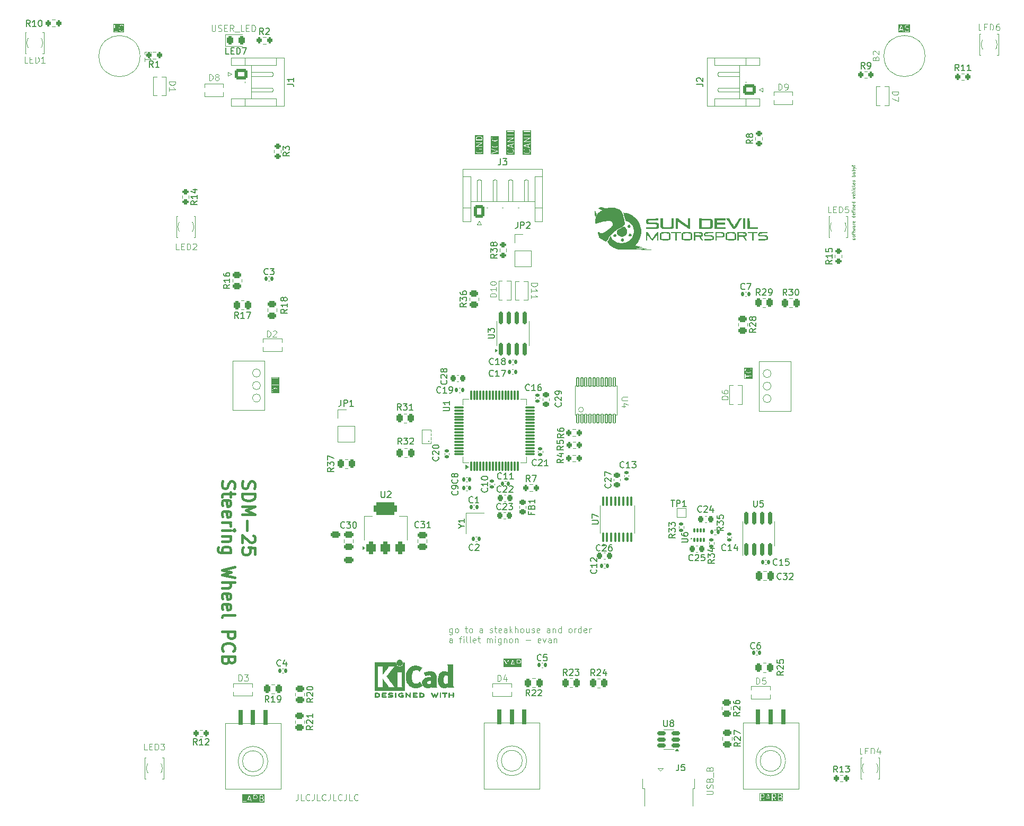
<source format=gto>
G04 #@! TF.GenerationSoftware,KiCad,Pcbnew,8.0.2*
G04 #@! TF.CreationDate,2025-01-25T18:37:13-07:00*
G04 #@! TF.ProjectId,steering wheel v4,73746565-7269-46e6-9720-776865656c20,rev?*
G04 #@! TF.SameCoordinates,Original*
G04 #@! TF.FileFunction,Legend,Top*
G04 #@! TF.FilePolarity,Positive*
%FSLAX46Y46*%
G04 Gerber Fmt 4.6, Leading zero omitted, Abs format (unit mm)*
G04 Created by KiCad (PCBNEW 8.0.2) date 2025-01-25 18:37:13*
%MOMM*%
%LPD*%
G01*
G04 APERTURE LIST*
G04 Aperture macros list*
%AMRoundRect*
0 Rectangle with rounded corners*
0 $1 Rounding radius*
0 $2 $3 $4 $5 $6 $7 $8 $9 X,Y pos of 4 corners*
0 Add a 4 corners polygon primitive as box body*
4,1,4,$2,$3,$4,$5,$6,$7,$8,$9,$2,$3,0*
0 Add four circle primitives for the rounded corners*
1,1,$1+$1,$2,$3*
1,1,$1+$1,$4,$5*
1,1,$1+$1,$6,$7*
1,1,$1+$1,$8,$9*
0 Add four rect primitives between the rounded corners*
20,1,$1+$1,$2,$3,$4,$5,0*
20,1,$1+$1,$4,$5,$6,$7,0*
20,1,$1+$1,$6,$7,$8,$9,0*
20,1,$1+$1,$8,$9,$2,$3,0*%
G04 Aperture macros list end*
%ADD10C,0.100000*%
%ADD11C,0.125000*%
%ADD12C,0.400000*%
%ADD13C,0.150000*%
%ADD14C,0.120000*%
%ADD15C,0.010000*%
%ADD16C,0.000000*%
%ADD17RoundRect,0.140000X-0.140000X-0.170000X0.140000X-0.170000X0.140000X0.170000X-0.140000X0.170000X0*%
%ADD18RoundRect,0.225000X-0.225000X-0.250000X0.225000X-0.250000X0.225000X0.250000X-0.225000X0.250000X0*%
%ADD19RoundRect,0.250000X0.475000X-0.250000X0.475000X0.250000X-0.475000X0.250000X-0.475000X-0.250000X0*%
%ADD20RoundRect,0.200000X-0.200000X-0.275000X0.200000X-0.275000X0.200000X0.275000X-0.200000X0.275000X0*%
%ADD21R,1.000000X1.150000*%
%ADD22C,3.200000*%
%ADD23RoundRect,0.250000X-0.262500X-0.450000X0.262500X-0.450000X0.262500X0.450000X-0.262500X0.450000X0*%
%ADD24R,1.700000X1.700000*%
%ADD25O,1.700000X1.700000*%
%ADD26R,0.800000X0.400000*%
%ADD27RoundRect,0.250000X-0.450000X0.262500X-0.450000X-0.262500X0.450000X-0.262500X0.450000X0.262500X0*%
%ADD28RoundRect,0.140000X0.170000X-0.140000X0.170000X0.140000X-0.170000X0.140000X-0.170000X-0.140000X0*%
%ADD29RoundRect,0.200000X0.200000X0.275000X-0.200000X0.275000X-0.200000X-0.275000X0.200000X-0.275000X0*%
%ADD30R,2.600000X1.500000*%
%ADD31RoundRect,0.250000X0.450000X-0.262500X0.450000X0.262500X-0.450000X0.262500X-0.450000X-0.262500X0*%
%ADD32RoundRect,0.250000X0.262500X0.450000X-0.262500X0.450000X-0.262500X-0.450000X0.262500X-0.450000X0*%
%ADD33RoundRect,0.218750X-0.256250X0.218750X-0.256250X-0.218750X0.256250X-0.218750X0.256250X0.218750X0*%
%ADD34RoundRect,0.135000X-0.185000X0.135000X-0.185000X-0.135000X0.185000X-0.135000X0.185000X0.135000X0*%
%ADD35R,0.400000X1.650000*%
%ADD36R,1.825000X0.700000*%
%ADD37R,2.000000X1.500000*%
%ADD38R,1.350000X2.000000*%
%ADD39O,1.350000X1.700000*%
%ADD40O,1.100000X1.500000*%
%ADD41R,1.430000X2.500000*%
%ADD42C,1.100000*%
%ADD43RoundRect,0.100000X0.100000X-0.637500X0.100000X0.637500X-0.100000X0.637500X-0.100000X-0.637500X0*%
%ADD44RoundRect,0.200000X0.275000X-0.200000X0.275000X0.200000X-0.275000X0.200000X-0.275000X-0.200000X0*%
%ADD45RoundRect,0.225000X0.250000X-0.225000X0.250000X0.225000X-0.250000X0.225000X-0.250000X-0.225000X0*%
%ADD46R,0.400000X0.800000*%
%ADD47RoundRect,0.200000X-0.275000X0.200000X-0.275000X-0.200000X0.275000X-0.200000X0.275000X0.200000X0*%
%ADD48RoundRect,0.140000X-0.170000X0.140000X-0.170000X-0.140000X0.170000X-0.140000X0.170000X0.140000X0*%
%ADD49R,1.000000X1.000000*%
%ADD50RoundRect,0.375000X0.375000X-0.625000X0.375000X0.625000X-0.375000X0.625000X-0.375000X-0.625000X0*%
%ADD51RoundRect,0.500000X1.400000X-0.500000X1.400000X0.500000X-1.400000X0.500000X-1.400000X-0.500000X0*%
%ADD52RoundRect,0.135000X-0.135000X-0.185000X0.135000X-0.185000X0.135000X0.185000X-0.135000X0.185000X0*%
%ADD53RoundRect,0.150000X0.512500X0.150000X-0.512500X0.150000X-0.512500X-0.150000X0.512500X-0.150000X0*%
%ADD54RoundRect,0.150000X0.150000X-0.825000X0.150000X0.825000X-0.150000X0.825000X-0.150000X-0.825000X0*%
%ADD55R,0.750000X2.530000*%
%ADD56RoundRect,0.250000X-0.600000X-0.725000X0.600000X-0.725000X0.600000X0.725000X-0.600000X0.725000X0*%
%ADD57O,1.700000X1.950000*%
%ADD58RoundRect,0.250000X-0.750000X0.600000X-0.750000X-0.600000X0.750000X-0.600000X0.750000X0.600000X0*%
%ADD59O,2.000000X1.700000*%
%ADD60RoundRect,0.300000X0.000010X1.200000X-0.000010X1.200000X-0.000010X-1.200000X0.000010X-1.200000X0*%
%ADD61RoundRect,0.075000X0.075000X-0.260000X0.075000X0.260000X-0.075000X0.260000X-0.075000X-0.260000X0*%
%ADD62RoundRect,0.250000X0.250000X0.475000X-0.250000X0.475000X-0.250000X-0.475000X0.250000X-0.475000X0*%
%ADD63RoundRect,0.075000X0.075000X-0.700000X0.075000X0.700000X-0.075000X0.700000X-0.075000X-0.700000X0*%
%ADD64RoundRect,0.075000X0.700000X-0.075000X0.700000X0.075000X-0.700000X0.075000X-0.700000X-0.075000X0*%
%ADD65RoundRect,0.050000X0.175000X-0.700000X0.175000X0.700000X-0.175000X0.700000X-0.175000X-0.700000X0*%
%ADD66RoundRect,0.090000X0.135000X-0.660000X0.135000X0.660000X-0.135000X0.660000X-0.135000X-0.660000X0*%
%ADD67RoundRect,0.225000X0.225000X0.250000X-0.225000X0.250000X-0.225000X-0.250000X0.225000X-0.250000X0*%
%ADD68RoundRect,0.140000X0.140000X0.170000X-0.140000X0.170000X-0.140000X-0.170000X0.140000X-0.170000X0*%
%ADD69R,0.425000X0.200000*%
%ADD70RoundRect,0.250000X0.750000X-0.600000X0.750000X0.600000X-0.750000X0.600000X-0.750000X-0.600000X0*%
%ADD71RoundRect,0.135000X0.185000X-0.135000X0.185000X0.135000X-0.185000X0.135000X-0.185000X-0.135000X0*%
%ADD72RoundRect,0.250000X-0.475000X0.250000X-0.475000X-0.250000X0.475000X-0.250000X0.475000X0.250000X0*%
%ADD73RoundRect,0.243750X-0.243750X-0.456250X0.243750X-0.456250X0.243750X0.456250X-0.243750X0.456250X0*%
%ADD74C,0.990600*%
G04 APERTURE END LIST*
D10*
G36*
X154514848Y-46601782D02*
G01*
X153999626Y-46432069D01*
X154512216Y-46259184D01*
X154514848Y-46601782D01*
G37*
G36*
X155008530Y-47829845D02*
G01*
X153686308Y-47829845D01*
X153686308Y-47240163D01*
X153797419Y-47240163D01*
X153800287Y-47326371D01*
X153797545Y-47331857D01*
X153799985Y-47351212D01*
X153848844Y-47487523D01*
X153848844Y-47497392D01*
X153856474Y-47508811D01*
X153857265Y-47511017D01*
X153858291Y-47511530D01*
X153859683Y-47513613D01*
X153950401Y-47599950D01*
X153952503Y-47606256D01*
X153967915Y-47618217D01*
X154053727Y-47657921D01*
X154055748Y-47661289D01*
X154073387Y-47669622D01*
X154253126Y-47711198D01*
X154256856Y-47714928D01*
X154275990Y-47718734D01*
X154407256Y-47715649D01*
X154411488Y-47718189D01*
X154430974Y-47717241D01*
X154608466Y-47669521D01*
X154612868Y-47670989D01*
X154631684Y-47665836D01*
X154717384Y-47619690D01*
X154723695Y-47619690D01*
X154739916Y-47608852D01*
X154828898Y-47515355D01*
X154837573Y-47511018D01*
X154844363Y-47499105D01*
X154845994Y-47497392D01*
X154845994Y-47496244D01*
X154847234Y-47494069D01*
X154888813Y-47359334D01*
X154893613Y-47354535D01*
X154897419Y-47335401D01*
X154894550Y-47249192D01*
X154897293Y-47243707D01*
X154894853Y-47224351D01*
X154845994Y-47088039D01*
X154845994Y-47078171D01*
X154838363Y-47066751D01*
X154837573Y-47064546D01*
X154836546Y-47064032D01*
X154835155Y-47061950D01*
X154771314Y-47003493D01*
X154733045Y-47003493D01*
X154705986Y-47030553D01*
X154705986Y-47068822D01*
X154716825Y-47085043D01*
X154754750Y-47119770D01*
X154797592Y-47239292D01*
X154797419Y-47240163D01*
X154800057Y-47319462D01*
X154799985Y-47319590D01*
X154760724Y-47446811D01*
X154682900Y-47528583D01*
X154682200Y-47528775D01*
X154601152Y-47572415D01*
X154597196Y-47572608D01*
X154422745Y-47619509D01*
X154418847Y-47618734D01*
X154291300Y-47621730D01*
X154288117Y-47620227D01*
X154111804Y-47579443D01*
X154107874Y-47576393D01*
X154025823Y-47538429D01*
X154025631Y-47538141D01*
X153940595Y-47457212D01*
X153897246Y-47336270D01*
X153897419Y-47335401D01*
X153894780Y-47256101D01*
X153894853Y-47255974D01*
X153934185Y-47128518D01*
X153988851Y-47068822D01*
X153988851Y-47030553D01*
X153961791Y-47003493D01*
X153923522Y-47003493D01*
X153907301Y-47014332D01*
X153864744Y-47060807D01*
X153857265Y-47064547D01*
X153850577Y-47076279D01*
X153848844Y-47078172D01*
X153848844Y-47079319D01*
X153847604Y-47081495D01*
X153806024Y-47216229D01*
X153801225Y-47221029D01*
X153797419Y-47240163D01*
X153686308Y-47240163D01*
X153686308Y-46427095D01*
X153797545Y-46427095D01*
X153798726Y-46430639D01*
X153797545Y-46434183D01*
X153804632Y-46448359D01*
X153809646Y-46463399D01*
X153812988Y-46465069D01*
X153814659Y-46468412D01*
X153831608Y-46478073D01*
X154538594Y-46710952D01*
X154542570Y-46714928D01*
X154550663Y-46714928D01*
X154850963Y-46813846D01*
X154885191Y-46796732D01*
X154897293Y-46760428D01*
X154880178Y-46726199D01*
X154863230Y-46716538D01*
X154611434Y-46633597D01*
X154608308Y-46226774D01*
X154880178Y-46135079D01*
X154897293Y-46100850D01*
X154885191Y-46064546D01*
X154850963Y-46047432D01*
X154831607Y-46049872D01*
X154545558Y-46146350D01*
X154542570Y-46146350D01*
X154541049Y-46147870D01*
X153847245Y-46381875D01*
X153843875Y-46380765D01*
X153830064Y-46387670D01*
X153814659Y-46392866D01*
X153812988Y-46396208D01*
X153809646Y-46397879D01*
X153804632Y-46412918D01*
X153797545Y-46427095D01*
X153686308Y-46427095D01*
X153686308Y-45770278D01*
X153797818Y-45770278D01*
X153801225Y-45776240D01*
X153801225Y-45783106D01*
X153810378Y-45792259D01*
X153816804Y-45803504D01*
X153823430Y-45805311D01*
X153828285Y-45810166D01*
X153847419Y-45813972D01*
X154866553Y-45810166D01*
X154893613Y-45783106D01*
X154893613Y-45744838D01*
X154866553Y-45717778D01*
X154847419Y-45713972D01*
X154029163Y-45717027D01*
X154859847Y-45238763D01*
X154866553Y-45238738D01*
X154875594Y-45229696D01*
X154886951Y-45223158D01*
X154888757Y-45216533D01*
X154893613Y-45211678D01*
X154893613Y-45198730D01*
X154897020Y-45186238D01*
X154893613Y-45180275D01*
X154893613Y-45173410D01*
X154884459Y-45164256D01*
X154878034Y-45153012D01*
X154871407Y-45151204D01*
X154866553Y-45146350D01*
X154847419Y-45142544D01*
X153828285Y-45146350D01*
X153801225Y-45173410D01*
X153801225Y-45211678D01*
X153828285Y-45238738D01*
X153847419Y-45242544D01*
X154665674Y-45239488D01*
X153834989Y-45717752D01*
X153828285Y-45717778D01*
X153819245Y-45726817D01*
X153807887Y-45733357D01*
X153806079Y-45739983D01*
X153801225Y-45744838D01*
X153801225Y-45757785D01*
X153797818Y-45770278D01*
X153686308Y-45770278D01*
X153686308Y-44125791D01*
X153801225Y-44125791D01*
X153801225Y-44164059D01*
X153828285Y-44191119D01*
X153847419Y-44194925D01*
X154273920Y-44193332D01*
X154276983Y-44668483D01*
X153828285Y-44670159D01*
X153801225Y-44697219D01*
X153801225Y-44735487D01*
X153828285Y-44762547D01*
X153847419Y-44766353D01*
X154866553Y-44762547D01*
X154893613Y-44735487D01*
X154893613Y-44697219D01*
X154866553Y-44670159D01*
X154847419Y-44666353D01*
X154373298Y-44668123D01*
X154370235Y-44192972D01*
X154866553Y-44191119D01*
X154893613Y-44164059D01*
X154893613Y-44125791D01*
X154866553Y-44098731D01*
X154847419Y-44094925D01*
X153828285Y-44098731D01*
X153801225Y-44125791D01*
X153686308Y-44125791D01*
X153686308Y-43983814D01*
X155008530Y-43983814D01*
X155008530Y-47829845D01*
G37*
G36*
X146781720Y-44975575D02*
G01*
X146958032Y-45016358D01*
X146961962Y-45019408D01*
X147044012Y-45057372D01*
X147044206Y-45057662D01*
X147129242Y-45138591D01*
X147172592Y-45259530D01*
X147172419Y-45260401D01*
X147175204Y-45448672D01*
X146271731Y-45452046D01*
X146269148Y-45277448D01*
X146269853Y-45276212D01*
X146309114Y-45148988D01*
X146386935Y-45067219D01*
X146387637Y-45067027D01*
X146468683Y-45023386D01*
X146472641Y-45023194D01*
X146647091Y-44976292D01*
X146650990Y-44977068D01*
X146778536Y-44974071D01*
X146781720Y-44975575D01*
G37*
G36*
X147383530Y-47754845D02*
G01*
X146061308Y-47754845D01*
X146061308Y-47117544D01*
X146172419Y-47117544D01*
X146175550Y-47250844D01*
X146172545Y-47256857D01*
X146174985Y-47276212D01*
X146223844Y-47412523D01*
X146223844Y-47422392D01*
X146231474Y-47433811D01*
X146232265Y-47436017D01*
X146233291Y-47436530D01*
X146234683Y-47438613D01*
X146325401Y-47524950D01*
X146327503Y-47531256D01*
X146342915Y-47543217D01*
X146428727Y-47582921D01*
X146430748Y-47586289D01*
X146448387Y-47594622D01*
X146628126Y-47636198D01*
X146631856Y-47639928D01*
X146650990Y-47643734D01*
X146782256Y-47640649D01*
X146786488Y-47643189D01*
X146805974Y-47642241D01*
X146983466Y-47594521D01*
X146987868Y-47595989D01*
X147006684Y-47590836D01*
X147092384Y-47544690D01*
X147098695Y-47544690D01*
X147114916Y-47533852D01*
X147203898Y-47440355D01*
X147212573Y-47436018D01*
X147219363Y-47424105D01*
X147220994Y-47422392D01*
X147220994Y-47421244D01*
X147222234Y-47419069D01*
X147263813Y-47284334D01*
X147268613Y-47279535D01*
X147272419Y-47260401D01*
X147269550Y-47174192D01*
X147272293Y-47168707D01*
X147269853Y-47149351D01*
X147220994Y-47013039D01*
X147220994Y-47003171D01*
X147213363Y-46991751D01*
X147212573Y-46989546D01*
X147211546Y-46989032D01*
X147210155Y-46986950D01*
X147146314Y-46928493D01*
X147127180Y-46924687D01*
X146774713Y-46928493D01*
X146747653Y-46955553D01*
X146743847Y-46974687D01*
X146747653Y-47184297D01*
X146774713Y-47211357D01*
X146812981Y-47211357D01*
X146840041Y-47184297D01*
X146843847Y-47165163D01*
X146841287Y-47024174D01*
X147104158Y-47021336D01*
X147129750Y-47044770D01*
X147172592Y-47164292D01*
X147172419Y-47165163D01*
X147175057Y-47244462D01*
X147174985Y-47244590D01*
X147135724Y-47371811D01*
X147057900Y-47453583D01*
X147057200Y-47453775D01*
X146976152Y-47497415D01*
X146972196Y-47497608D01*
X146797745Y-47544509D01*
X146793847Y-47543734D01*
X146666300Y-47546730D01*
X146663117Y-47545227D01*
X146486804Y-47504443D01*
X146482874Y-47501393D01*
X146400823Y-47463429D01*
X146400631Y-47463141D01*
X146315595Y-47382212D01*
X146272246Y-47261270D01*
X146272419Y-47260401D01*
X146269469Y-47134870D01*
X146319912Y-47025851D01*
X146307810Y-46989546D01*
X146273582Y-46972432D01*
X146237278Y-46984534D01*
X146225316Y-46999946D01*
X146182800Y-47091834D01*
X146176225Y-47098410D01*
X146173560Y-47111803D01*
X146172545Y-47113999D01*
X146172907Y-47115087D01*
X146172419Y-47117544D01*
X146061308Y-47117544D01*
X146061308Y-46552421D01*
X146172818Y-46552421D01*
X146176225Y-46558383D01*
X146176225Y-46565249D01*
X146185378Y-46574402D01*
X146191804Y-46585647D01*
X146198430Y-46587454D01*
X146203285Y-46592309D01*
X146222419Y-46596115D01*
X147241553Y-46592309D01*
X147268613Y-46565249D01*
X147268613Y-46526981D01*
X147241553Y-46499921D01*
X147222419Y-46496115D01*
X146404163Y-46499170D01*
X147234847Y-46020906D01*
X147241553Y-46020881D01*
X147250594Y-46011839D01*
X147261951Y-46005301D01*
X147263757Y-45998676D01*
X147268613Y-45993821D01*
X147268613Y-45980873D01*
X147272020Y-45968381D01*
X147268613Y-45962418D01*
X147268613Y-45955553D01*
X147259459Y-45946399D01*
X147253034Y-45935155D01*
X147246407Y-45933347D01*
X147241553Y-45928493D01*
X147222419Y-45924687D01*
X146203285Y-45928493D01*
X146176225Y-45955553D01*
X146176225Y-45993821D01*
X146203285Y-46020881D01*
X146222419Y-46024687D01*
X147040674Y-46021631D01*
X146209989Y-46499895D01*
X146203285Y-46499921D01*
X146194245Y-46508960D01*
X146182887Y-46515500D01*
X146181079Y-46522126D01*
X146176225Y-46526981D01*
X146176225Y-46539928D01*
X146172818Y-46552421D01*
X146061308Y-46552421D01*
X146061308Y-45260401D01*
X146172419Y-45260401D01*
X146176225Y-45517630D01*
X146203285Y-45544690D01*
X146222419Y-45548496D01*
X147241553Y-45544690D01*
X147268613Y-45517630D01*
X147272419Y-45498496D01*
X147269044Y-45270441D01*
X147272293Y-45263945D01*
X147269853Y-45244589D01*
X147220994Y-45108277D01*
X147220994Y-45098410D01*
X147213364Y-45086992D01*
X147212573Y-45084784D01*
X147211545Y-45084270D01*
X147210155Y-45082189D01*
X147119434Y-44995849D01*
X147117333Y-44989546D01*
X147101921Y-44977584D01*
X147016109Y-44937879D01*
X147014089Y-44934513D01*
X146996450Y-44926180D01*
X146816710Y-44884603D01*
X146812981Y-44880874D01*
X146793847Y-44877068D01*
X146662580Y-44880152D01*
X146658349Y-44877613D01*
X146638863Y-44878561D01*
X146461370Y-44926280D01*
X146456969Y-44924813D01*
X146438153Y-44929966D01*
X146352452Y-44976112D01*
X146346142Y-44976112D01*
X146329921Y-44986951D01*
X146240938Y-45080448D01*
X146232265Y-45084785D01*
X146225475Y-45096695D01*
X146223844Y-45098410D01*
X146223844Y-45099557D01*
X146222604Y-45101733D01*
X146181024Y-45236467D01*
X146176225Y-45241267D01*
X146172419Y-45260401D01*
X146061308Y-45260401D01*
X146061308Y-44765957D01*
X147383530Y-44765957D01*
X147383530Y-47754845D01*
G37*
X149653884Y-131997419D02*
X149653884Y-130997419D01*
X149653884Y-130997419D02*
X149891979Y-130997419D01*
X149891979Y-130997419D02*
X150034836Y-131045038D01*
X150034836Y-131045038D02*
X150130074Y-131140276D01*
X150130074Y-131140276D02*
X150177693Y-131235514D01*
X150177693Y-131235514D02*
X150225312Y-131425990D01*
X150225312Y-131425990D02*
X150225312Y-131568847D01*
X150225312Y-131568847D02*
X150177693Y-131759323D01*
X150177693Y-131759323D02*
X150130074Y-131854561D01*
X150130074Y-131854561D02*
X150034836Y-131949800D01*
X150034836Y-131949800D02*
X149891979Y-131997419D01*
X149891979Y-131997419D02*
X149653884Y-131997419D01*
X151082455Y-131330752D02*
X151082455Y-131997419D01*
X150844360Y-130949800D02*
X150606265Y-131664085D01*
X150606265Y-131664085D02*
X151225312Y-131664085D01*
G36*
X214340814Y-27837216D02*
G01*
X213998216Y-27839848D01*
X214167929Y-27324626D01*
X214340814Y-27837216D01*
G37*
G36*
X215520947Y-28333530D02*
G01*
X213675042Y-28333530D01*
X213675042Y-28175963D01*
X213786153Y-28175963D01*
X213803267Y-28210192D01*
X213839571Y-28222293D01*
X213873800Y-28205179D01*
X213883461Y-28188230D01*
X213966401Y-27936434D01*
X214373224Y-27933308D01*
X214464920Y-28205178D01*
X214499149Y-28222293D01*
X214535453Y-28210191D01*
X214552567Y-28175963D01*
X214550127Y-28156607D01*
X214453649Y-27870557D01*
X214453649Y-27867570D01*
X214452128Y-27866049D01*
X214282425Y-27362895D01*
X214738408Y-27362895D01*
X214741408Y-27453054D01*
X214738534Y-27461678D01*
X214742132Y-27474817D01*
X214742214Y-27477267D01*
X214743025Y-27478078D01*
X214743687Y-27480494D01*
X214789833Y-27566194D01*
X214789833Y-27572505D01*
X214800672Y-27588726D01*
X214803223Y-27591062D01*
X214803267Y-27591143D01*
X214803336Y-27591166D01*
X214844130Y-27628521D01*
X214845873Y-27633750D01*
X214861285Y-27645711D01*
X214947097Y-27685415D01*
X214949118Y-27688783D01*
X214966757Y-27697116D01*
X215143069Y-27737899D01*
X215146999Y-27740949D01*
X215229050Y-27778913D01*
X215229243Y-27779202D01*
X215267924Y-27814623D01*
X215310040Y-27892837D01*
X215312452Y-27965334D01*
X215277150Y-28041631D01*
X215276861Y-28041825D01*
X215241440Y-28080507D01*
X215163441Y-28122506D01*
X214948312Y-28125689D01*
X214947076Y-28124985D01*
X214784864Y-28074926D01*
X214750635Y-28092040D01*
X214738534Y-28128344D01*
X214755648Y-28162573D01*
X214772597Y-28172234D01*
X214907331Y-28213813D01*
X214912131Y-28218613D01*
X214931265Y-28222419D01*
X215162996Y-28218990D01*
X215172905Y-28222293D01*
X215186219Y-28218646D01*
X215188494Y-28218613D01*
X215189305Y-28217801D01*
X215191721Y-28217140D01*
X215277421Y-28170994D01*
X215283733Y-28170994D01*
X215299954Y-28160155D01*
X215302291Y-28157602D01*
X215302370Y-28157560D01*
X215302392Y-28157491D01*
X215339747Y-28116695D01*
X215344977Y-28114953D01*
X215356938Y-28099541D01*
X215399454Y-28007651D01*
X215406030Y-28001076D01*
X215408694Y-27987682D01*
X215409710Y-27985487D01*
X215409347Y-27984398D01*
X215409836Y-27981942D01*
X215406835Y-27891781D01*
X215409710Y-27883159D01*
X215406111Y-27870019D01*
X215406030Y-27867570D01*
X215405218Y-27866758D01*
X215404557Y-27864343D01*
X215358411Y-27778642D01*
X215358411Y-27772331D01*
X215347572Y-27756110D01*
X215345020Y-27753773D01*
X215344977Y-27753693D01*
X215344906Y-27753669D01*
X215304112Y-27716315D01*
X215302370Y-27711087D01*
X215286958Y-27699125D01*
X215201146Y-27659420D01*
X215199126Y-27656054D01*
X215181487Y-27647721D01*
X215005174Y-27606937D01*
X215001244Y-27603887D01*
X214919194Y-27565923D01*
X214919001Y-27565634D01*
X214880319Y-27530214D01*
X214838203Y-27451998D01*
X214835791Y-27379501D01*
X214871093Y-27303204D01*
X214871382Y-27303012D01*
X214906803Y-27264330D01*
X214984801Y-27222331D01*
X215199931Y-27219148D01*
X215201168Y-27219853D01*
X215363380Y-27269912D01*
X215397608Y-27252798D01*
X215409710Y-27216494D01*
X215392595Y-27182265D01*
X215375647Y-27172604D01*
X215240912Y-27131024D01*
X215236113Y-27126225D01*
X215216979Y-27122419D01*
X214985246Y-27125847D01*
X214975339Y-27122545D01*
X214962024Y-27126191D01*
X214959750Y-27126225D01*
X214958938Y-27127036D01*
X214956523Y-27127698D01*
X214870822Y-27173844D01*
X214864511Y-27173844D01*
X214848290Y-27184683D01*
X214845953Y-27187234D01*
X214845873Y-27187278D01*
X214845849Y-27187348D01*
X214808495Y-27228142D01*
X214803267Y-27229885D01*
X214791305Y-27245297D01*
X214748789Y-27337185D01*
X214742214Y-27343761D01*
X214739549Y-27357154D01*
X214738534Y-27359350D01*
X214738896Y-27360438D01*
X214738408Y-27362895D01*
X214282425Y-27362895D01*
X214218123Y-27172245D01*
X214219234Y-27168875D01*
X214212329Y-27155065D01*
X214207133Y-27139659D01*
X214203790Y-27137987D01*
X214202120Y-27134647D01*
X214187083Y-27129634D01*
X214172904Y-27122545D01*
X214169359Y-27123726D01*
X214165816Y-27122545D01*
X214151642Y-27129632D01*
X214136600Y-27134646D01*
X214134928Y-27137989D01*
X214131587Y-27139660D01*
X214121926Y-27156608D01*
X213889046Y-27863594D01*
X213885071Y-27867570D01*
X213885071Y-27875663D01*
X213786153Y-28175963D01*
X213675042Y-28175963D01*
X213675042Y-27011308D01*
X215520947Y-27011308D01*
X215520947Y-28333530D01*
G37*
G36*
X112008073Y-150746043D02*
G01*
X112135528Y-150785375D01*
X112170067Y-150817004D01*
X112212120Y-150895102D01*
X112214928Y-151014614D01*
X112179293Y-151091631D01*
X112179004Y-151091825D01*
X112143583Y-151130507D01*
X112065644Y-151172474D01*
X111740376Y-151175568D01*
X111738779Y-150748088D01*
X112006587Y-150745196D01*
X112008073Y-150746043D01*
G37*
G36*
X112083574Y-150305104D02*
G01*
X112083767Y-150305393D01*
X112122448Y-150340814D01*
X112164564Y-150419028D01*
X112166976Y-150491525D01*
X112131674Y-150567822D01*
X112131385Y-150568016D01*
X112095965Y-150606697D01*
X112018010Y-150648672D01*
X111738419Y-150651691D01*
X111737001Y-150271917D01*
X112005580Y-150269017D01*
X112083574Y-150305104D01*
G37*
G36*
X110195338Y-150887216D02*
G01*
X109852740Y-150889848D01*
X110022453Y-150374626D01*
X110195338Y-150887216D01*
G37*
G36*
X111131193Y-150305104D02*
G01*
X111131386Y-150305393D01*
X111170067Y-150340814D01*
X111212120Y-150418912D01*
X111214928Y-150538424D01*
X111179293Y-150615441D01*
X111179004Y-150615635D01*
X111143584Y-150654316D01*
X111065644Y-150696283D01*
X110919325Y-150697675D01*
X110917831Y-150697412D01*
X110917428Y-150697693D01*
X110738597Y-150699394D01*
X110737001Y-150271977D01*
X111053097Y-150268970D01*
X111131193Y-150305104D01*
G37*
G36*
X112423090Y-151383530D02*
G01*
X108862773Y-151383530D01*
X108862773Y-150222419D01*
X108973884Y-150222419D01*
X108977690Y-151241553D01*
X109004750Y-151268613D01*
X109023884Y-151272419D01*
X109519208Y-151268613D01*
X109546268Y-151241553D01*
X109546268Y-151225963D01*
X109640677Y-151225963D01*
X109657791Y-151260192D01*
X109694095Y-151272293D01*
X109728324Y-151255179D01*
X109737985Y-151238230D01*
X109820925Y-150986434D01*
X110227748Y-150983308D01*
X110319444Y-151255178D01*
X110353673Y-151272293D01*
X110389977Y-151260191D01*
X110407091Y-151225963D01*
X110404651Y-151206607D01*
X110308173Y-150920557D01*
X110308173Y-150917570D01*
X110306652Y-150916049D01*
X110072706Y-150222419D01*
X110640551Y-150222419D01*
X110644357Y-151241553D01*
X110671417Y-151268613D01*
X110709685Y-151268613D01*
X110736745Y-151241553D01*
X110740551Y-151222419D01*
X110738957Y-150795767D01*
X110901392Y-150794222D01*
X111235108Y-151264585D01*
X111272794Y-151271235D01*
X111304145Y-151249290D01*
X111310795Y-151211604D01*
X111302941Y-151193746D01*
X111018692Y-150793106D01*
X111064746Y-150792668D01*
X111075048Y-150796102D01*
X111088407Y-150792443D01*
X111090637Y-150792422D01*
X111091448Y-150791610D01*
X111093864Y-150790949D01*
X111179564Y-150744803D01*
X111185875Y-150744803D01*
X111202096Y-150733964D01*
X111204432Y-150731412D01*
X111204513Y-150731369D01*
X111204536Y-150731299D01*
X111241891Y-150690505D01*
X111247120Y-150688763D01*
X111259081Y-150673351D01*
X111301597Y-150581461D01*
X111308173Y-150574886D01*
X111310837Y-150561492D01*
X111311853Y-150559297D01*
X111311490Y-150558208D01*
X111311979Y-150555752D01*
X111308757Y-150418636D01*
X111311853Y-150409350D01*
X111308228Y-150396114D01*
X111308173Y-150393761D01*
X111307361Y-150392949D01*
X111306700Y-150390534D01*
X111260554Y-150304833D01*
X111260554Y-150298522D01*
X111249715Y-150282301D01*
X111247163Y-150279964D01*
X111247120Y-150279884D01*
X111247049Y-150279860D01*
X111206255Y-150242506D01*
X111204513Y-150237278D01*
X111189101Y-150225316D01*
X111182840Y-150222419D01*
X111640551Y-150222419D01*
X111644357Y-151241553D01*
X111671417Y-151268613D01*
X111690551Y-151272419D01*
X112064746Y-151268859D01*
X112075048Y-151272293D01*
X112088407Y-151268634D01*
X112090637Y-151268613D01*
X112091448Y-151267801D01*
X112093864Y-151267140D01*
X112179564Y-151220994D01*
X112185876Y-151220994D01*
X112202097Y-151210155D01*
X112204434Y-151207602D01*
X112204513Y-151207560D01*
X112204535Y-151207491D01*
X112241890Y-151166695D01*
X112247120Y-151164953D01*
X112259081Y-151149541D01*
X112301597Y-151057651D01*
X112308173Y-151051076D01*
X112310837Y-151037682D01*
X112311853Y-151035487D01*
X112311490Y-151034398D01*
X112311979Y-151031942D01*
X112308757Y-150894826D01*
X112311853Y-150885540D01*
X112308228Y-150872304D01*
X112308173Y-150869951D01*
X112307361Y-150869139D01*
X112306700Y-150866724D01*
X112260554Y-150781023D01*
X112260554Y-150774712D01*
X112249715Y-150758491D01*
X112247163Y-150756154D01*
X112247120Y-150756074D01*
X112247049Y-150756050D01*
X112203239Y-150715934D01*
X112199500Y-150708455D01*
X112187767Y-150701767D01*
X112185875Y-150700034D01*
X112184727Y-150700034D01*
X112182552Y-150698794D01*
X112150602Y-150688934D01*
X112154477Y-150686345D01*
X112156813Y-150683793D01*
X112156894Y-150683750D01*
X112156917Y-150683680D01*
X112194272Y-150642886D01*
X112199501Y-150641144D01*
X112211462Y-150625732D01*
X112253978Y-150533842D01*
X112260554Y-150527267D01*
X112263218Y-150513873D01*
X112264234Y-150511678D01*
X112263871Y-150510589D01*
X112264360Y-150508133D01*
X112261359Y-150417972D01*
X112264234Y-150409350D01*
X112260635Y-150396210D01*
X112260554Y-150393761D01*
X112259742Y-150392949D01*
X112259081Y-150390534D01*
X112212935Y-150304833D01*
X112212935Y-150298522D01*
X112202096Y-150282301D01*
X112199544Y-150279964D01*
X112199501Y-150279884D01*
X112199430Y-150279860D01*
X112158636Y-150242506D01*
X112156894Y-150237278D01*
X112141482Y-150225316D01*
X112049593Y-150182800D01*
X112043018Y-150176225D01*
X112029624Y-150173560D01*
X112027429Y-150172545D01*
X112026340Y-150172907D01*
X112023884Y-150172419D01*
X111671417Y-150176225D01*
X111644357Y-150203285D01*
X111640551Y-150222419D01*
X111182840Y-150222419D01*
X111097212Y-150182800D01*
X111090637Y-150176225D01*
X111077243Y-150173560D01*
X111075048Y-150172545D01*
X111073959Y-150172907D01*
X111071503Y-150172419D01*
X110671417Y-150176225D01*
X110644357Y-150203285D01*
X110640551Y-150222419D01*
X110072706Y-150222419D01*
X110072647Y-150222245D01*
X110073758Y-150218875D01*
X110066853Y-150205065D01*
X110061657Y-150189659D01*
X110058314Y-150187987D01*
X110056644Y-150184647D01*
X110041607Y-150179634D01*
X110027428Y-150172545D01*
X110023883Y-150173726D01*
X110020340Y-150172545D01*
X110006166Y-150179632D01*
X109991124Y-150184646D01*
X109989452Y-150187989D01*
X109986111Y-150189660D01*
X109976450Y-150206608D01*
X109743570Y-150913594D01*
X109739595Y-150917570D01*
X109739595Y-150925663D01*
X109640677Y-151225963D01*
X109546268Y-151225963D01*
X109546268Y-151203285D01*
X109519208Y-151176225D01*
X109500074Y-151172419D01*
X109073709Y-151175695D01*
X109070078Y-150203285D01*
X109043018Y-150176225D01*
X109004750Y-150176225D01*
X108977690Y-150203285D01*
X108973884Y-150222419D01*
X108862773Y-150222419D01*
X108862773Y-150061308D01*
X112423090Y-150061308D01*
X112423090Y-151383530D01*
G37*
G36*
X114813691Y-85974284D02*
G01*
X113491469Y-85974284D01*
X113491469Y-85531265D01*
X113602580Y-85531265D01*
X113605448Y-85617473D01*
X113602706Y-85622959D01*
X113605146Y-85642315D01*
X113654006Y-85778626D01*
X113654006Y-85788494D01*
X113661635Y-85799911D01*
X113662427Y-85802120D01*
X113663454Y-85802633D01*
X113664845Y-85804715D01*
X113728684Y-85863173D01*
X113766953Y-85863173D01*
X113794013Y-85836113D01*
X113794013Y-85797844D01*
X113783174Y-85781623D01*
X113745249Y-85746896D01*
X113702407Y-85627372D01*
X113702580Y-85626503D01*
X113699941Y-85547204D01*
X113700014Y-85547077D01*
X113739276Y-85419853D01*
X113817097Y-85338083D01*
X113817799Y-85337891D01*
X113898845Y-85294250D01*
X113902803Y-85294058D01*
X114077253Y-85247156D01*
X114081152Y-85247932D01*
X114208698Y-85244935D01*
X114211882Y-85246439D01*
X114388194Y-85287222D01*
X114392124Y-85290272D01*
X114474175Y-85328236D01*
X114474368Y-85328525D01*
X114559403Y-85409454D01*
X114602753Y-85530394D01*
X114602580Y-85531265D01*
X114605218Y-85610564D01*
X114605146Y-85610692D01*
X114565813Y-85738145D01*
X114511148Y-85797845D01*
X114511148Y-85836113D01*
X114538208Y-85863173D01*
X114576476Y-85863173D01*
X114592697Y-85852334D01*
X114635253Y-85805860D01*
X114642734Y-85802120D01*
X114649420Y-85790388D01*
X114651155Y-85788495D01*
X114651155Y-85787346D01*
X114652395Y-85785171D01*
X114693974Y-85650436D01*
X114698774Y-85645637D01*
X114702580Y-85626503D01*
X114699711Y-85540294D01*
X114702454Y-85534809D01*
X114700014Y-85515453D01*
X114651155Y-85379141D01*
X114651155Y-85369274D01*
X114643525Y-85357856D01*
X114642734Y-85355648D01*
X114641706Y-85355134D01*
X114640316Y-85353053D01*
X114549596Y-85266714D01*
X114547495Y-85260410D01*
X114532083Y-85248448D01*
X114446271Y-85208743D01*
X114444251Y-85205377D01*
X114426612Y-85197044D01*
X114246872Y-85155467D01*
X114243143Y-85151738D01*
X114224009Y-85147932D01*
X114092742Y-85151016D01*
X114088511Y-85148477D01*
X114069025Y-85149425D01*
X113891532Y-85197144D01*
X113887131Y-85195677D01*
X113868315Y-85200830D01*
X113782614Y-85246976D01*
X113776304Y-85246976D01*
X113760083Y-85257815D01*
X113671101Y-85351310D01*
X113662427Y-85355648D01*
X113655635Y-85367561D01*
X113654006Y-85369274D01*
X113654006Y-85370420D01*
X113652766Y-85372596D01*
X113611185Y-85507331D01*
X113606386Y-85512131D01*
X113602580Y-85531265D01*
X113491469Y-85531265D01*
X113491469Y-84607369D01*
X113606386Y-84607369D01*
X113606386Y-84645637D01*
X113633446Y-84672697D01*
X113652580Y-84676503D01*
X114604720Y-84672947D01*
X114606386Y-84931351D01*
X114633446Y-84958411D01*
X114671714Y-84958411D01*
X114698774Y-84931351D01*
X114702580Y-84912217D01*
X114698774Y-84321655D01*
X114671714Y-84294595D01*
X114633446Y-84294595D01*
X114606386Y-84321655D01*
X114602580Y-84340789D01*
X114604100Y-84576684D01*
X113633446Y-84580309D01*
X113606386Y-84607369D01*
X113491469Y-84607369D01*
X113491469Y-83578884D01*
X113602580Y-83578884D01*
X113606386Y-84074208D01*
X113633446Y-84101268D01*
X113671714Y-84101268D01*
X113698774Y-84074208D01*
X113702580Y-84055074D01*
X113699303Y-83628709D01*
X114126910Y-83627112D01*
X114130196Y-83931351D01*
X114157256Y-83958411D01*
X114195524Y-83958411D01*
X114222584Y-83931351D01*
X114226390Y-83912217D01*
X114223307Y-83626752D01*
X114602936Y-83625334D01*
X114606386Y-84074208D01*
X114633446Y-84101268D01*
X114671714Y-84101268D01*
X114698774Y-84074208D01*
X114702580Y-84055074D01*
X114698774Y-83559750D01*
X114671714Y-83532690D01*
X114652580Y-83528884D01*
X113633446Y-83532690D01*
X113606386Y-83559750D01*
X113602580Y-83578884D01*
X113491469Y-83578884D01*
X113491469Y-83417773D01*
X114813691Y-83417773D01*
X114813691Y-85974284D01*
G37*
G36*
X151889848Y-46601782D02*
G01*
X151374626Y-46432069D01*
X151887216Y-46259184D01*
X151889848Y-46601782D01*
G37*
G36*
X152383530Y-47829845D02*
G01*
X151061308Y-47829845D01*
X151061308Y-47240163D01*
X151172419Y-47240163D01*
X151175287Y-47326371D01*
X151172545Y-47331857D01*
X151174985Y-47351212D01*
X151223844Y-47487523D01*
X151223844Y-47497392D01*
X151231474Y-47508811D01*
X151232265Y-47511017D01*
X151233291Y-47511530D01*
X151234683Y-47513613D01*
X151325401Y-47599950D01*
X151327503Y-47606256D01*
X151342915Y-47618217D01*
X151428727Y-47657921D01*
X151430748Y-47661289D01*
X151448387Y-47669622D01*
X151628126Y-47711198D01*
X151631856Y-47714928D01*
X151650990Y-47718734D01*
X151782256Y-47715649D01*
X151786488Y-47718189D01*
X151805974Y-47717241D01*
X151983466Y-47669521D01*
X151987868Y-47670989D01*
X152006684Y-47665836D01*
X152092384Y-47619690D01*
X152098695Y-47619690D01*
X152114916Y-47608852D01*
X152203898Y-47515355D01*
X152212573Y-47511018D01*
X152219363Y-47499105D01*
X152220994Y-47497392D01*
X152220994Y-47496244D01*
X152222234Y-47494069D01*
X152263813Y-47359334D01*
X152268613Y-47354535D01*
X152272419Y-47335401D01*
X152269550Y-47249192D01*
X152272293Y-47243707D01*
X152269853Y-47224351D01*
X152220994Y-47088039D01*
X152220994Y-47078171D01*
X152213363Y-47066751D01*
X152212573Y-47064546D01*
X152211546Y-47064032D01*
X152210155Y-47061950D01*
X152146314Y-47003493D01*
X152108045Y-47003493D01*
X152080986Y-47030553D01*
X152080986Y-47068822D01*
X152091825Y-47085043D01*
X152129750Y-47119770D01*
X152172592Y-47239292D01*
X152172419Y-47240163D01*
X152175057Y-47319462D01*
X152174985Y-47319590D01*
X152135724Y-47446811D01*
X152057900Y-47528583D01*
X152057200Y-47528775D01*
X151976152Y-47572415D01*
X151972196Y-47572608D01*
X151797745Y-47619509D01*
X151793847Y-47618734D01*
X151666300Y-47621730D01*
X151663117Y-47620227D01*
X151486804Y-47579443D01*
X151482874Y-47576393D01*
X151400823Y-47538429D01*
X151400631Y-47538141D01*
X151315595Y-47457212D01*
X151272246Y-47336270D01*
X151272419Y-47335401D01*
X151269780Y-47256101D01*
X151269853Y-47255974D01*
X151309185Y-47128518D01*
X151363851Y-47068822D01*
X151363851Y-47030553D01*
X151336791Y-47003493D01*
X151298522Y-47003493D01*
X151282301Y-47014332D01*
X151239744Y-47060807D01*
X151232265Y-47064547D01*
X151225577Y-47076279D01*
X151223844Y-47078172D01*
X151223844Y-47079319D01*
X151222604Y-47081495D01*
X151181024Y-47216229D01*
X151176225Y-47221029D01*
X151172419Y-47240163D01*
X151061308Y-47240163D01*
X151061308Y-46427095D01*
X151172545Y-46427095D01*
X151173726Y-46430639D01*
X151172545Y-46434183D01*
X151179632Y-46448359D01*
X151184646Y-46463399D01*
X151187988Y-46465069D01*
X151189659Y-46468412D01*
X151206608Y-46478073D01*
X151913594Y-46710952D01*
X151917570Y-46714928D01*
X151925663Y-46714928D01*
X152225963Y-46813846D01*
X152260191Y-46796732D01*
X152272293Y-46760428D01*
X152255178Y-46726199D01*
X152238230Y-46716538D01*
X151986434Y-46633597D01*
X151983308Y-46226774D01*
X152255178Y-46135079D01*
X152272293Y-46100850D01*
X152260191Y-46064546D01*
X152225963Y-46047432D01*
X152206607Y-46049872D01*
X151920558Y-46146350D01*
X151917570Y-46146350D01*
X151916049Y-46147870D01*
X151222245Y-46381875D01*
X151218875Y-46380765D01*
X151205064Y-46387670D01*
X151189659Y-46392866D01*
X151187988Y-46396208D01*
X151184646Y-46397879D01*
X151179632Y-46412918D01*
X151172545Y-46427095D01*
X151061308Y-46427095D01*
X151061308Y-45770278D01*
X151172818Y-45770278D01*
X151176225Y-45776240D01*
X151176225Y-45783106D01*
X151185378Y-45792259D01*
X151191804Y-45803504D01*
X151198430Y-45805311D01*
X151203285Y-45810166D01*
X151222419Y-45813972D01*
X152241553Y-45810166D01*
X152268613Y-45783106D01*
X152268613Y-45744838D01*
X152241553Y-45717778D01*
X152222419Y-45713972D01*
X151404163Y-45717027D01*
X152234847Y-45238763D01*
X152241553Y-45238738D01*
X152250594Y-45229696D01*
X152261951Y-45223158D01*
X152263757Y-45216533D01*
X152268613Y-45211678D01*
X152268613Y-45198730D01*
X152272020Y-45186238D01*
X152268613Y-45180275D01*
X152268613Y-45173410D01*
X152259459Y-45164256D01*
X152253034Y-45153012D01*
X152246407Y-45151204D01*
X152241553Y-45146350D01*
X152222419Y-45142544D01*
X151203285Y-45146350D01*
X151176225Y-45173410D01*
X151176225Y-45211678D01*
X151203285Y-45238738D01*
X151222419Y-45242544D01*
X152040674Y-45239488D01*
X151209989Y-45717752D01*
X151203285Y-45717778D01*
X151194245Y-45726817D01*
X151182887Y-45733357D01*
X151181079Y-45739983D01*
X151176225Y-45744838D01*
X151176225Y-45757785D01*
X151172818Y-45770278D01*
X151061308Y-45770278D01*
X151061308Y-44125791D01*
X151176225Y-44125791D01*
X151176225Y-44164059D01*
X151203285Y-44191119D01*
X151222419Y-44194925D01*
X151648920Y-44193332D01*
X151651983Y-44668483D01*
X151203285Y-44670159D01*
X151176225Y-44697219D01*
X151176225Y-44735487D01*
X151203285Y-44762547D01*
X151222419Y-44766353D01*
X152241553Y-44762547D01*
X152268613Y-44735487D01*
X152268613Y-44697219D01*
X152241553Y-44670159D01*
X152222419Y-44666353D01*
X151748298Y-44668123D01*
X151745235Y-44192972D01*
X152241553Y-44191119D01*
X152268613Y-44164059D01*
X152268613Y-44125791D01*
X152241553Y-44098731D01*
X152222419Y-44094925D01*
X151203285Y-44098731D01*
X151176225Y-44125791D01*
X151061308Y-44125791D01*
X151061308Y-43983814D01*
X152383530Y-43983814D01*
X152383530Y-47829845D01*
G37*
G36*
X190383530Y-83696277D02*
G01*
X189061308Y-83696277D01*
X189061308Y-82967544D01*
X189172419Y-82967544D01*
X189176225Y-83558106D01*
X189203285Y-83585166D01*
X189241553Y-83585166D01*
X189268613Y-83558106D01*
X189272419Y-83538972D01*
X189270898Y-83303076D01*
X190241553Y-83299452D01*
X190268613Y-83272392D01*
X190268613Y-83234124D01*
X190241553Y-83207064D01*
X190222419Y-83203258D01*
X189270278Y-83206813D01*
X189268613Y-82948410D01*
X189241553Y-82921350D01*
X189203285Y-82921350D01*
X189176225Y-82948410D01*
X189172419Y-82967544D01*
X189061308Y-82967544D01*
X189061308Y-82253258D01*
X189172419Y-82253258D01*
X189175287Y-82339466D01*
X189172545Y-82344952D01*
X189174985Y-82364307D01*
X189223844Y-82500618D01*
X189223844Y-82510487D01*
X189231474Y-82521906D01*
X189232265Y-82524112D01*
X189233291Y-82524625D01*
X189234683Y-82526708D01*
X189325401Y-82613045D01*
X189327503Y-82619351D01*
X189342915Y-82631312D01*
X189428727Y-82671016D01*
X189430748Y-82674384D01*
X189448387Y-82682717D01*
X189628126Y-82724293D01*
X189631856Y-82728023D01*
X189650990Y-82731829D01*
X189782256Y-82728744D01*
X189786488Y-82731284D01*
X189805974Y-82730336D01*
X189983466Y-82682616D01*
X189987868Y-82684084D01*
X190006684Y-82678931D01*
X190092384Y-82632785D01*
X190098695Y-82632785D01*
X190114916Y-82621947D01*
X190203898Y-82528450D01*
X190212573Y-82524113D01*
X190219363Y-82512200D01*
X190220994Y-82510487D01*
X190220994Y-82509339D01*
X190222234Y-82507164D01*
X190263813Y-82372429D01*
X190268613Y-82367630D01*
X190272419Y-82348496D01*
X190269550Y-82262287D01*
X190272293Y-82256802D01*
X190269853Y-82237446D01*
X190220994Y-82101134D01*
X190220994Y-82091266D01*
X190213363Y-82079846D01*
X190212573Y-82077641D01*
X190211546Y-82077127D01*
X190210155Y-82075045D01*
X190146314Y-82016588D01*
X190108045Y-82016588D01*
X190080986Y-82043648D01*
X190080986Y-82081917D01*
X190091825Y-82098138D01*
X190129750Y-82132865D01*
X190172592Y-82252387D01*
X190172419Y-82253258D01*
X190175057Y-82332557D01*
X190174985Y-82332685D01*
X190135724Y-82459906D01*
X190057900Y-82541678D01*
X190057200Y-82541870D01*
X189976152Y-82585510D01*
X189972196Y-82585703D01*
X189797745Y-82632604D01*
X189793847Y-82631829D01*
X189666300Y-82634825D01*
X189663117Y-82633322D01*
X189486804Y-82592538D01*
X189482874Y-82589488D01*
X189400823Y-82551524D01*
X189400631Y-82551236D01*
X189315595Y-82470307D01*
X189272246Y-82349365D01*
X189272419Y-82348496D01*
X189269780Y-82269196D01*
X189269853Y-82269069D01*
X189309185Y-82141613D01*
X189363851Y-82081917D01*
X189363851Y-82043648D01*
X189336791Y-82016588D01*
X189298522Y-82016588D01*
X189282301Y-82027427D01*
X189239744Y-82073902D01*
X189232265Y-82077642D01*
X189225577Y-82089374D01*
X189223844Y-82091267D01*
X189223844Y-82092414D01*
X189222604Y-82094590D01*
X189181024Y-82229324D01*
X189176225Y-82234124D01*
X189172419Y-82253258D01*
X189061308Y-82253258D01*
X189061308Y-81905477D01*
X190383530Y-81905477D01*
X190383530Y-83696277D01*
G37*
G36*
X152278671Y-129247216D02*
G01*
X151936073Y-129249848D01*
X152105786Y-128734626D01*
X152278671Y-129247216D01*
G37*
G36*
X153214526Y-128665104D02*
G01*
X153214719Y-128665393D01*
X153253400Y-128700814D01*
X153295453Y-128778912D01*
X153298261Y-128898424D01*
X153262626Y-128975441D01*
X153262337Y-128975635D01*
X153226917Y-129014316D01*
X153148977Y-129056283D01*
X152821930Y-129059394D01*
X152820334Y-128631977D01*
X153136430Y-128628970D01*
X153214526Y-128665104D01*
G37*
G36*
X153506423Y-129743404D02*
G01*
X150612773Y-129743404D01*
X150612773Y-128582419D01*
X150723884Y-128582419D01*
X150727690Y-129601553D01*
X150754750Y-129628613D01*
X150793018Y-129628613D01*
X150820078Y-129601553D01*
X150823884Y-129582419D01*
X150820958Y-128799117D01*
X151064867Y-129315414D01*
X151070343Y-129330473D01*
X151072444Y-129331453D01*
X151073448Y-129333578D01*
X151089520Y-129339422D01*
X151105021Y-129346656D01*
X151107217Y-129345857D01*
X151109413Y-129346656D01*
X151124913Y-129339422D01*
X151140986Y-129333578D01*
X151142833Y-129331059D01*
X151144091Y-129330473D01*
X151144903Y-129328237D01*
X151152526Y-129317848D01*
X151391361Y-128799698D01*
X151394356Y-129601553D01*
X151421416Y-129628613D01*
X151459684Y-129628613D01*
X151486744Y-129601553D01*
X151489845Y-129585963D01*
X151724010Y-129585963D01*
X151741124Y-129620192D01*
X151777428Y-129632293D01*
X151811657Y-129615179D01*
X151821318Y-129598230D01*
X151904258Y-129346434D01*
X152311081Y-129343308D01*
X152402777Y-129615178D01*
X152437006Y-129632293D01*
X152473310Y-129620191D01*
X152490424Y-129585963D01*
X152487984Y-129566607D01*
X152391506Y-129280557D01*
X152391506Y-129277570D01*
X152389985Y-129276049D01*
X152156039Y-128582419D01*
X152723884Y-128582419D01*
X152727690Y-129601553D01*
X152754750Y-129628613D01*
X152793018Y-129628613D01*
X152820078Y-129601553D01*
X152823884Y-129582419D01*
X152822290Y-129155767D01*
X153148079Y-129152668D01*
X153158381Y-129156102D01*
X153171740Y-129152443D01*
X153173970Y-129152422D01*
X153174781Y-129151610D01*
X153177197Y-129150949D01*
X153262897Y-129104803D01*
X153269208Y-129104803D01*
X153285429Y-129093964D01*
X153287765Y-129091412D01*
X153287846Y-129091369D01*
X153287869Y-129091299D01*
X153325224Y-129050505D01*
X153330453Y-129048763D01*
X153342414Y-129033351D01*
X153384930Y-128941461D01*
X153391506Y-128934886D01*
X153394170Y-128921492D01*
X153395186Y-128919297D01*
X153394823Y-128918208D01*
X153395312Y-128915752D01*
X153392090Y-128778636D01*
X153395186Y-128769350D01*
X153391561Y-128756114D01*
X153391506Y-128753761D01*
X153390694Y-128752949D01*
X153390033Y-128750534D01*
X153343887Y-128664833D01*
X153343887Y-128658522D01*
X153333048Y-128642301D01*
X153330496Y-128639964D01*
X153330453Y-128639884D01*
X153330382Y-128639860D01*
X153289588Y-128602506D01*
X153287846Y-128597278D01*
X153272434Y-128585316D01*
X153180545Y-128542800D01*
X153173970Y-128536225D01*
X153160576Y-128533560D01*
X153158381Y-128532545D01*
X153157292Y-128532907D01*
X153154836Y-128532419D01*
X152754750Y-128536225D01*
X152727690Y-128563285D01*
X152723884Y-128582419D01*
X152156039Y-128582419D01*
X152155980Y-128582245D01*
X152157091Y-128578875D01*
X152150186Y-128565065D01*
X152144990Y-128549659D01*
X152141647Y-128547987D01*
X152139977Y-128544647D01*
X152124940Y-128539634D01*
X152110761Y-128532545D01*
X152107216Y-128533726D01*
X152103673Y-128532545D01*
X152089499Y-128539632D01*
X152074457Y-128544646D01*
X152072785Y-128547989D01*
X152069444Y-128549660D01*
X152059783Y-128566608D01*
X151826903Y-129273594D01*
X151822928Y-129277570D01*
X151822928Y-129285663D01*
X151724010Y-129585963D01*
X151489845Y-129585963D01*
X151490550Y-129582419D01*
X151486853Y-128592530D01*
X151490502Y-128584615D01*
X151486785Y-128574394D01*
X151486744Y-128563285D01*
X151480461Y-128557002D01*
X151477424Y-128548650D01*
X151467458Y-128543999D01*
X151459684Y-128536225D01*
X151450799Y-128536225D01*
X151442746Y-128532467D01*
X151432411Y-128536225D01*
X151421416Y-128536225D01*
X151415133Y-128542507D01*
X151406781Y-128545545D01*
X151395241Y-128561274D01*
X151108730Y-129182854D01*
X150820110Y-128571914D01*
X150820078Y-128563285D01*
X150812412Y-128555619D01*
X150807653Y-128545545D01*
X150799300Y-128542507D01*
X150793018Y-128536225D01*
X150782023Y-128536225D01*
X150771688Y-128532467D01*
X150763635Y-128536225D01*
X150754750Y-128536225D01*
X150746975Y-128543999D01*
X150737010Y-128548650D01*
X150733972Y-128557002D01*
X150727690Y-128563285D01*
X150723884Y-128582419D01*
X150612773Y-128582419D01*
X150612773Y-128421308D01*
X153506423Y-128421308D01*
X153506423Y-129743404D01*
G37*
G36*
X149883530Y-47774957D02*
G01*
X148561308Y-47774957D01*
X148561308Y-46950850D01*
X148672545Y-46950850D01*
X148689659Y-46985079D01*
X148706608Y-46994740D01*
X149570210Y-47279208D01*
X148689659Y-47576199D01*
X148672545Y-47610428D01*
X148684646Y-47646732D01*
X148718875Y-47663846D01*
X148738230Y-47661406D01*
X149722591Y-47329402D01*
X149725963Y-47330513D01*
X149739774Y-47323607D01*
X149755178Y-47318412D01*
X149756849Y-47315069D01*
X149760191Y-47313399D01*
X149765204Y-47298360D01*
X149772293Y-47284183D01*
X149771111Y-47280639D01*
X149772293Y-47277095D01*
X149765204Y-47262917D01*
X149760191Y-47247879D01*
X149756849Y-47246208D01*
X149755178Y-47242866D01*
X149738230Y-47233205D01*
X148718875Y-46897432D01*
X148684646Y-46914546D01*
X148672545Y-46950850D01*
X148561308Y-46950850D01*
X148561308Y-46233020D01*
X148672419Y-46233020D01*
X148675287Y-46319228D01*
X148672545Y-46324714D01*
X148674985Y-46344069D01*
X148723844Y-46480380D01*
X148723844Y-46490249D01*
X148731474Y-46501668D01*
X148732265Y-46503874D01*
X148733291Y-46504387D01*
X148734683Y-46506470D01*
X148825401Y-46592807D01*
X148827503Y-46599113D01*
X148842915Y-46611074D01*
X148928727Y-46650778D01*
X148930748Y-46654146D01*
X148948387Y-46662479D01*
X149128126Y-46704055D01*
X149131856Y-46707785D01*
X149150990Y-46711591D01*
X149282256Y-46708506D01*
X149286488Y-46711046D01*
X149305974Y-46710098D01*
X149483466Y-46662378D01*
X149487868Y-46663846D01*
X149506684Y-46658693D01*
X149592384Y-46612547D01*
X149598695Y-46612547D01*
X149614916Y-46601709D01*
X149703898Y-46508212D01*
X149712573Y-46503875D01*
X149719363Y-46491962D01*
X149720994Y-46490249D01*
X149720994Y-46489101D01*
X149722234Y-46486926D01*
X149763813Y-46352191D01*
X149768613Y-46347392D01*
X149772419Y-46328258D01*
X149769550Y-46242049D01*
X149772293Y-46236564D01*
X149769853Y-46217208D01*
X149720994Y-46080896D01*
X149720994Y-46071028D01*
X149713363Y-46059608D01*
X149712573Y-46057403D01*
X149711546Y-46056889D01*
X149710155Y-46054807D01*
X149646314Y-45996350D01*
X149608045Y-45996350D01*
X149580986Y-46023410D01*
X149580986Y-46061679D01*
X149591825Y-46077900D01*
X149629750Y-46112627D01*
X149672592Y-46232149D01*
X149672419Y-46233020D01*
X149675057Y-46312319D01*
X149674985Y-46312447D01*
X149635724Y-46439668D01*
X149557900Y-46521440D01*
X149557200Y-46521632D01*
X149476152Y-46565272D01*
X149472196Y-46565465D01*
X149297745Y-46612366D01*
X149293847Y-46611591D01*
X149166300Y-46614587D01*
X149163117Y-46613084D01*
X148986804Y-46572300D01*
X148982874Y-46569250D01*
X148900823Y-46531286D01*
X148900631Y-46530998D01*
X148815595Y-46450069D01*
X148772246Y-46329127D01*
X148772419Y-46328258D01*
X148769780Y-46248958D01*
X148769853Y-46248831D01*
X148809185Y-46121375D01*
X148863851Y-46061679D01*
X148863851Y-46023410D01*
X148836791Y-45996350D01*
X148798522Y-45996350D01*
X148782301Y-46007189D01*
X148739744Y-46053664D01*
X148732265Y-46057404D01*
X148725577Y-46069136D01*
X148723844Y-46071029D01*
X148723844Y-46072176D01*
X148722604Y-46074352D01*
X148681024Y-46209086D01*
X148676225Y-46213886D01*
X148672419Y-46233020D01*
X148561308Y-46233020D01*
X148561308Y-45233020D01*
X148672419Y-45233020D01*
X148675287Y-45319228D01*
X148672545Y-45324714D01*
X148674985Y-45344069D01*
X148723844Y-45480380D01*
X148723844Y-45490249D01*
X148731474Y-45501668D01*
X148732265Y-45503874D01*
X148733291Y-45504387D01*
X148734683Y-45506470D01*
X148825401Y-45592807D01*
X148827503Y-45599113D01*
X148842915Y-45611074D01*
X148928727Y-45650778D01*
X148930748Y-45654146D01*
X148948387Y-45662479D01*
X149128126Y-45704055D01*
X149131856Y-45707785D01*
X149150990Y-45711591D01*
X149282256Y-45708506D01*
X149286488Y-45711046D01*
X149305974Y-45710098D01*
X149483466Y-45662378D01*
X149487868Y-45663846D01*
X149506684Y-45658693D01*
X149592384Y-45612547D01*
X149598695Y-45612547D01*
X149614916Y-45601709D01*
X149703898Y-45508212D01*
X149712573Y-45503875D01*
X149719363Y-45491962D01*
X149720994Y-45490249D01*
X149720994Y-45489101D01*
X149722234Y-45486926D01*
X149763813Y-45352191D01*
X149768613Y-45347392D01*
X149772419Y-45328258D01*
X149769550Y-45242049D01*
X149772293Y-45236564D01*
X149769853Y-45217208D01*
X149720994Y-45080896D01*
X149720994Y-45071028D01*
X149713363Y-45059608D01*
X149712573Y-45057403D01*
X149711546Y-45056889D01*
X149710155Y-45054807D01*
X149646314Y-44996350D01*
X149608045Y-44996350D01*
X149580986Y-45023410D01*
X149580986Y-45061679D01*
X149591825Y-45077900D01*
X149629750Y-45112627D01*
X149672592Y-45232149D01*
X149672419Y-45233020D01*
X149675057Y-45312319D01*
X149674985Y-45312447D01*
X149635724Y-45439668D01*
X149557900Y-45521440D01*
X149557200Y-45521632D01*
X149476152Y-45565272D01*
X149472196Y-45565465D01*
X149297745Y-45612366D01*
X149293847Y-45611591D01*
X149166300Y-45614587D01*
X149163117Y-45613084D01*
X148986804Y-45572300D01*
X148982874Y-45569250D01*
X148900823Y-45531286D01*
X148900631Y-45530998D01*
X148815595Y-45450069D01*
X148772246Y-45329127D01*
X148772419Y-45328258D01*
X148769780Y-45248958D01*
X148769853Y-45248831D01*
X148809185Y-45121375D01*
X148863851Y-45061679D01*
X148863851Y-45023410D01*
X148836791Y-44996350D01*
X148798522Y-44996350D01*
X148782301Y-45007189D01*
X148739744Y-45053664D01*
X148732265Y-45057404D01*
X148725577Y-45069136D01*
X148723844Y-45071029D01*
X148723844Y-45072176D01*
X148722604Y-45074352D01*
X148681024Y-45209086D01*
X148676225Y-45213886D01*
X148672419Y-45233020D01*
X148561308Y-45233020D01*
X148561308Y-44885239D01*
X149883530Y-44885239D01*
X149883530Y-47774957D01*
G37*
X104028884Y-27147419D02*
X104028884Y-27956942D01*
X104028884Y-27956942D02*
X104076503Y-28052180D01*
X104076503Y-28052180D02*
X104124122Y-28099800D01*
X104124122Y-28099800D02*
X104219360Y-28147419D01*
X104219360Y-28147419D02*
X104409836Y-28147419D01*
X104409836Y-28147419D02*
X104505074Y-28099800D01*
X104505074Y-28099800D02*
X104552693Y-28052180D01*
X104552693Y-28052180D02*
X104600312Y-27956942D01*
X104600312Y-27956942D02*
X104600312Y-27147419D01*
X105028884Y-28099800D02*
X105171741Y-28147419D01*
X105171741Y-28147419D02*
X105409836Y-28147419D01*
X105409836Y-28147419D02*
X105505074Y-28099800D01*
X105505074Y-28099800D02*
X105552693Y-28052180D01*
X105552693Y-28052180D02*
X105600312Y-27956942D01*
X105600312Y-27956942D02*
X105600312Y-27861704D01*
X105600312Y-27861704D02*
X105552693Y-27766466D01*
X105552693Y-27766466D02*
X105505074Y-27718847D01*
X105505074Y-27718847D02*
X105409836Y-27671228D01*
X105409836Y-27671228D02*
X105219360Y-27623609D01*
X105219360Y-27623609D02*
X105124122Y-27575990D01*
X105124122Y-27575990D02*
X105076503Y-27528371D01*
X105076503Y-27528371D02*
X105028884Y-27433133D01*
X105028884Y-27433133D02*
X105028884Y-27337895D01*
X105028884Y-27337895D02*
X105076503Y-27242657D01*
X105076503Y-27242657D02*
X105124122Y-27195038D01*
X105124122Y-27195038D02*
X105219360Y-27147419D01*
X105219360Y-27147419D02*
X105457455Y-27147419D01*
X105457455Y-27147419D02*
X105600312Y-27195038D01*
X106028884Y-27623609D02*
X106362217Y-27623609D01*
X106505074Y-28147419D02*
X106028884Y-28147419D01*
X106028884Y-28147419D02*
X106028884Y-27147419D01*
X106028884Y-27147419D02*
X106505074Y-27147419D01*
X107505074Y-28147419D02*
X107171741Y-27671228D01*
X106933646Y-28147419D02*
X106933646Y-27147419D01*
X106933646Y-27147419D02*
X107314598Y-27147419D01*
X107314598Y-27147419D02*
X107409836Y-27195038D01*
X107409836Y-27195038D02*
X107457455Y-27242657D01*
X107457455Y-27242657D02*
X107505074Y-27337895D01*
X107505074Y-27337895D02*
X107505074Y-27480752D01*
X107505074Y-27480752D02*
X107457455Y-27575990D01*
X107457455Y-27575990D02*
X107409836Y-27623609D01*
X107409836Y-27623609D02*
X107314598Y-27671228D01*
X107314598Y-27671228D02*
X106933646Y-27671228D01*
X107695551Y-28242657D02*
X108457455Y-28242657D01*
X109171741Y-28147419D02*
X108695551Y-28147419D01*
X108695551Y-28147419D02*
X108695551Y-27147419D01*
X109505075Y-27623609D02*
X109838408Y-27623609D01*
X109981265Y-28147419D02*
X109505075Y-28147419D01*
X109505075Y-28147419D02*
X109505075Y-27147419D01*
X109505075Y-27147419D02*
X109981265Y-27147419D01*
X110409837Y-28147419D02*
X110409837Y-27147419D01*
X110409837Y-27147419D02*
X110647932Y-27147419D01*
X110647932Y-27147419D02*
X110790789Y-27195038D01*
X110790789Y-27195038D02*
X110886027Y-27290276D01*
X110886027Y-27290276D02*
X110933646Y-27385514D01*
X110933646Y-27385514D02*
X110981265Y-27575990D01*
X110981265Y-27575990D02*
X110981265Y-27718847D01*
X110981265Y-27718847D02*
X110933646Y-27909323D01*
X110933646Y-27909323D02*
X110886027Y-28004561D01*
X110886027Y-28004561D02*
X110790789Y-28099800D01*
X110790789Y-28099800D02*
X110647932Y-28147419D01*
X110647932Y-28147419D02*
X110409837Y-28147419D01*
D11*
X206708500Y-61422525D02*
X206732309Y-61374906D01*
X206732309Y-61374906D02*
X206732309Y-61279668D01*
X206732309Y-61279668D02*
X206708500Y-61232049D01*
X206708500Y-61232049D02*
X206660880Y-61208240D01*
X206660880Y-61208240D02*
X206637071Y-61208240D01*
X206637071Y-61208240D02*
X206589452Y-61232049D01*
X206589452Y-61232049D02*
X206565642Y-61279668D01*
X206565642Y-61279668D02*
X206565642Y-61351097D01*
X206565642Y-61351097D02*
X206541833Y-61398716D01*
X206541833Y-61398716D02*
X206494214Y-61422525D01*
X206494214Y-61422525D02*
X206470404Y-61422525D01*
X206470404Y-61422525D02*
X206422785Y-61398716D01*
X206422785Y-61398716D02*
X206398976Y-61351097D01*
X206398976Y-61351097D02*
X206398976Y-61279668D01*
X206398976Y-61279668D02*
X206422785Y-61232049D01*
X206732309Y-60922525D02*
X206708500Y-60970144D01*
X206708500Y-60970144D02*
X206684690Y-60993954D01*
X206684690Y-60993954D02*
X206637071Y-61017763D01*
X206637071Y-61017763D02*
X206494214Y-61017763D01*
X206494214Y-61017763D02*
X206446595Y-60993954D01*
X206446595Y-60993954D02*
X206422785Y-60970144D01*
X206422785Y-60970144D02*
X206398976Y-60922525D01*
X206398976Y-60922525D02*
X206398976Y-60851097D01*
X206398976Y-60851097D02*
X206422785Y-60803478D01*
X206422785Y-60803478D02*
X206446595Y-60779668D01*
X206446595Y-60779668D02*
X206494214Y-60755859D01*
X206494214Y-60755859D02*
X206637071Y-60755859D01*
X206637071Y-60755859D02*
X206684690Y-60779668D01*
X206684690Y-60779668D02*
X206708500Y-60803478D01*
X206708500Y-60803478D02*
X206732309Y-60851097D01*
X206732309Y-60851097D02*
X206732309Y-60922525D01*
X206398976Y-60613001D02*
X206398976Y-60422525D01*
X206732309Y-60541573D02*
X206303738Y-60541573D01*
X206303738Y-60541573D02*
X206256119Y-60517763D01*
X206256119Y-60517763D02*
X206232309Y-60470144D01*
X206232309Y-60470144D02*
X206232309Y-60422525D01*
X206398976Y-60327287D02*
X206398976Y-60136811D01*
X206232309Y-60255859D02*
X206660880Y-60255859D01*
X206660880Y-60255859D02*
X206708500Y-60232049D01*
X206708500Y-60232049D02*
X206732309Y-60184430D01*
X206732309Y-60184430D02*
X206732309Y-60136811D01*
X206398976Y-60017764D02*
X206732309Y-59922526D01*
X206732309Y-59922526D02*
X206494214Y-59827288D01*
X206494214Y-59827288D02*
X206732309Y-59732050D01*
X206732309Y-59732050D02*
X206398976Y-59636812D01*
X206732309Y-59232049D02*
X206470404Y-59232049D01*
X206470404Y-59232049D02*
X206422785Y-59255859D01*
X206422785Y-59255859D02*
X206398976Y-59303478D01*
X206398976Y-59303478D02*
X206398976Y-59398716D01*
X206398976Y-59398716D02*
X206422785Y-59446335D01*
X206708500Y-59232049D02*
X206732309Y-59279668D01*
X206732309Y-59279668D02*
X206732309Y-59398716D01*
X206732309Y-59398716D02*
X206708500Y-59446335D01*
X206708500Y-59446335D02*
X206660880Y-59470144D01*
X206660880Y-59470144D02*
X206613261Y-59470144D01*
X206613261Y-59470144D02*
X206565642Y-59446335D01*
X206565642Y-59446335D02*
X206541833Y-59398716D01*
X206541833Y-59398716D02*
X206541833Y-59279668D01*
X206541833Y-59279668D02*
X206518023Y-59232049D01*
X206732309Y-58993954D02*
X206398976Y-58993954D01*
X206494214Y-58993954D02*
X206446595Y-58970144D01*
X206446595Y-58970144D02*
X206422785Y-58946335D01*
X206422785Y-58946335D02*
X206398976Y-58898716D01*
X206398976Y-58898716D02*
X206398976Y-58851097D01*
X206708500Y-58493954D02*
X206732309Y-58541573D01*
X206732309Y-58541573D02*
X206732309Y-58636811D01*
X206732309Y-58636811D02*
X206708500Y-58684430D01*
X206708500Y-58684430D02*
X206660880Y-58708239D01*
X206660880Y-58708239D02*
X206470404Y-58708239D01*
X206470404Y-58708239D02*
X206422785Y-58684430D01*
X206422785Y-58684430D02*
X206398976Y-58636811D01*
X206398976Y-58636811D02*
X206398976Y-58541573D01*
X206398976Y-58541573D02*
X206422785Y-58493954D01*
X206422785Y-58493954D02*
X206470404Y-58470144D01*
X206470404Y-58470144D02*
X206518023Y-58470144D01*
X206518023Y-58470144D02*
X206565642Y-58708239D01*
X206732309Y-57660621D02*
X206232309Y-57660621D01*
X206708500Y-57660621D02*
X206732309Y-57708240D01*
X206732309Y-57708240D02*
X206732309Y-57803478D01*
X206732309Y-57803478D02*
X206708500Y-57851097D01*
X206708500Y-57851097D02*
X206684690Y-57874907D01*
X206684690Y-57874907D02*
X206637071Y-57898716D01*
X206637071Y-57898716D02*
X206494214Y-57898716D01*
X206494214Y-57898716D02*
X206446595Y-57874907D01*
X206446595Y-57874907D02*
X206422785Y-57851097D01*
X206422785Y-57851097D02*
X206398976Y-57803478D01*
X206398976Y-57803478D02*
X206398976Y-57708240D01*
X206398976Y-57708240D02*
X206422785Y-57660621D01*
X206708500Y-57232050D02*
X206732309Y-57279669D01*
X206732309Y-57279669D02*
X206732309Y-57374907D01*
X206732309Y-57374907D02*
X206708500Y-57422526D01*
X206708500Y-57422526D02*
X206660880Y-57446335D01*
X206660880Y-57446335D02*
X206470404Y-57446335D01*
X206470404Y-57446335D02*
X206422785Y-57422526D01*
X206422785Y-57422526D02*
X206398976Y-57374907D01*
X206398976Y-57374907D02*
X206398976Y-57279669D01*
X206398976Y-57279669D02*
X206422785Y-57232050D01*
X206422785Y-57232050D02*
X206470404Y-57208240D01*
X206470404Y-57208240D02*
X206518023Y-57208240D01*
X206518023Y-57208240D02*
X206565642Y-57446335D01*
X206398976Y-57065383D02*
X206398976Y-56874907D01*
X206732309Y-56993955D02*
X206303738Y-56993955D01*
X206303738Y-56993955D02*
X206256119Y-56970145D01*
X206256119Y-56970145D02*
X206232309Y-56922526D01*
X206232309Y-56922526D02*
X206232309Y-56874907D01*
X206732309Y-56708241D02*
X206398976Y-56708241D01*
X206232309Y-56708241D02*
X206256119Y-56732050D01*
X206256119Y-56732050D02*
X206279928Y-56708241D01*
X206279928Y-56708241D02*
X206256119Y-56684431D01*
X206256119Y-56684431D02*
X206232309Y-56708241D01*
X206232309Y-56708241D02*
X206279928Y-56708241D01*
X206398976Y-56470146D02*
X206732309Y-56470146D01*
X206446595Y-56470146D02*
X206422785Y-56446336D01*
X206422785Y-56446336D02*
X206398976Y-56398717D01*
X206398976Y-56398717D02*
X206398976Y-56327289D01*
X206398976Y-56327289D02*
X206422785Y-56279670D01*
X206422785Y-56279670D02*
X206470404Y-56255860D01*
X206470404Y-56255860D02*
X206732309Y-56255860D01*
X206708500Y-55827289D02*
X206732309Y-55874908D01*
X206732309Y-55874908D02*
X206732309Y-55970146D01*
X206732309Y-55970146D02*
X206708500Y-56017765D01*
X206708500Y-56017765D02*
X206660880Y-56041574D01*
X206660880Y-56041574D02*
X206470404Y-56041574D01*
X206470404Y-56041574D02*
X206422785Y-56017765D01*
X206422785Y-56017765D02*
X206398976Y-55970146D01*
X206398976Y-55970146D02*
X206398976Y-55874908D01*
X206398976Y-55874908D02*
X206422785Y-55827289D01*
X206422785Y-55827289D02*
X206470404Y-55803479D01*
X206470404Y-55803479D02*
X206518023Y-55803479D01*
X206518023Y-55803479D02*
X206565642Y-56041574D01*
X206732309Y-55374908D02*
X206232309Y-55374908D01*
X206708500Y-55374908D02*
X206732309Y-55422527D01*
X206732309Y-55422527D02*
X206732309Y-55517765D01*
X206732309Y-55517765D02*
X206708500Y-55565384D01*
X206708500Y-55565384D02*
X206684690Y-55589194D01*
X206684690Y-55589194D02*
X206637071Y-55613003D01*
X206637071Y-55613003D02*
X206494214Y-55613003D01*
X206494214Y-55613003D02*
X206446595Y-55589194D01*
X206446595Y-55589194D02*
X206422785Y-55565384D01*
X206422785Y-55565384D02*
X206398976Y-55517765D01*
X206398976Y-55517765D02*
X206398976Y-55422527D01*
X206398976Y-55422527D02*
X206422785Y-55374908D01*
X206398976Y-54803480D02*
X206732309Y-54684432D01*
X206732309Y-54684432D02*
X206398976Y-54565385D01*
X206708500Y-54184433D02*
X206732309Y-54232052D01*
X206732309Y-54232052D02*
X206732309Y-54327290D01*
X206732309Y-54327290D02*
X206708500Y-54374909D01*
X206708500Y-54374909D02*
X206660880Y-54398718D01*
X206660880Y-54398718D02*
X206470404Y-54398718D01*
X206470404Y-54398718D02*
X206422785Y-54374909D01*
X206422785Y-54374909D02*
X206398976Y-54327290D01*
X206398976Y-54327290D02*
X206398976Y-54232052D01*
X206398976Y-54232052D02*
X206422785Y-54184433D01*
X206422785Y-54184433D02*
X206470404Y-54160623D01*
X206470404Y-54160623D02*
X206518023Y-54160623D01*
X206518023Y-54160623D02*
X206565642Y-54398718D01*
X206732309Y-53946338D02*
X206232309Y-53946338D01*
X206732309Y-53732052D02*
X206470404Y-53732052D01*
X206470404Y-53732052D02*
X206422785Y-53755862D01*
X206422785Y-53755862D02*
X206398976Y-53803481D01*
X206398976Y-53803481D02*
X206398976Y-53874909D01*
X206398976Y-53874909D02*
X206422785Y-53922528D01*
X206422785Y-53922528D02*
X206446595Y-53946338D01*
X206732309Y-53493957D02*
X206398976Y-53493957D01*
X206232309Y-53493957D02*
X206256119Y-53517766D01*
X206256119Y-53517766D02*
X206279928Y-53493957D01*
X206279928Y-53493957D02*
X206256119Y-53470147D01*
X206256119Y-53470147D02*
X206232309Y-53493957D01*
X206232309Y-53493957D02*
X206279928Y-53493957D01*
X206708500Y-53041576D02*
X206732309Y-53089195D01*
X206732309Y-53089195D02*
X206732309Y-53184433D01*
X206732309Y-53184433D02*
X206708500Y-53232052D01*
X206708500Y-53232052D02*
X206684690Y-53255862D01*
X206684690Y-53255862D02*
X206637071Y-53279671D01*
X206637071Y-53279671D02*
X206494214Y-53279671D01*
X206494214Y-53279671D02*
X206446595Y-53255862D01*
X206446595Y-53255862D02*
X206422785Y-53232052D01*
X206422785Y-53232052D02*
X206398976Y-53184433D01*
X206398976Y-53184433D02*
X206398976Y-53089195D01*
X206398976Y-53089195D02*
X206422785Y-53041576D01*
X206732309Y-52755862D02*
X206708500Y-52803481D01*
X206708500Y-52803481D02*
X206660880Y-52827291D01*
X206660880Y-52827291D02*
X206232309Y-52827291D01*
X206708500Y-52374910D02*
X206732309Y-52422529D01*
X206732309Y-52422529D02*
X206732309Y-52517767D01*
X206732309Y-52517767D02*
X206708500Y-52565386D01*
X206708500Y-52565386D02*
X206660880Y-52589195D01*
X206660880Y-52589195D02*
X206470404Y-52589195D01*
X206470404Y-52589195D02*
X206422785Y-52565386D01*
X206422785Y-52565386D02*
X206398976Y-52517767D01*
X206398976Y-52517767D02*
X206398976Y-52422529D01*
X206398976Y-52422529D02*
X206422785Y-52374910D01*
X206422785Y-52374910D02*
X206470404Y-52351100D01*
X206470404Y-52351100D02*
X206518023Y-52351100D01*
X206518023Y-52351100D02*
X206565642Y-52589195D01*
X206708500Y-52160624D02*
X206732309Y-52113005D01*
X206732309Y-52113005D02*
X206732309Y-52017767D01*
X206732309Y-52017767D02*
X206708500Y-51970148D01*
X206708500Y-51970148D02*
X206660880Y-51946339D01*
X206660880Y-51946339D02*
X206637071Y-51946339D01*
X206637071Y-51946339D02*
X206589452Y-51970148D01*
X206589452Y-51970148D02*
X206565642Y-52017767D01*
X206565642Y-52017767D02*
X206565642Y-52089196D01*
X206565642Y-52089196D02*
X206541833Y-52136815D01*
X206541833Y-52136815D02*
X206494214Y-52160624D01*
X206494214Y-52160624D02*
X206470404Y-52160624D01*
X206470404Y-52160624D02*
X206422785Y-52136815D01*
X206422785Y-52136815D02*
X206398976Y-52089196D01*
X206398976Y-52089196D02*
X206398976Y-52017767D01*
X206398976Y-52017767D02*
X206422785Y-51970148D01*
X206732309Y-51351101D02*
X206232309Y-51351101D01*
X206422785Y-51351101D02*
X206398976Y-51303482D01*
X206398976Y-51303482D02*
X206398976Y-51208244D01*
X206398976Y-51208244D02*
X206422785Y-51160625D01*
X206422785Y-51160625D02*
X206446595Y-51136815D01*
X206446595Y-51136815D02*
X206494214Y-51113006D01*
X206494214Y-51113006D02*
X206637071Y-51113006D01*
X206637071Y-51113006D02*
X206684690Y-51136815D01*
X206684690Y-51136815D02*
X206708500Y-51160625D01*
X206708500Y-51160625D02*
X206732309Y-51208244D01*
X206732309Y-51208244D02*
X206732309Y-51303482D01*
X206732309Y-51303482D02*
X206708500Y-51351101D01*
X206732309Y-50684434D02*
X206470404Y-50684434D01*
X206470404Y-50684434D02*
X206422785Y-50708244D01*
X206422785Y-50708244D02*
X206398976Y-50755863D01*
X206398976Y-50755863D02*
X206398976Y-50851101D01*
X206398976Y-50851101D02*
X206422785Y-50898720D01*
X206708500Y-50684434D02*
X206732309Y-50732053D01*
X206732309Y-50732053D02*
X206732309Y-50851101D01*
X206732309Y-50851101D02*
X206708500Y-50898720D01*
X206708500Y-50898720D02*
X206660880Y-50922529D01*
X206660880Y-50922529D02*
X206613261Y-50922529D01*
X206613261Y-50922529D02*
X206565642Y-50898720D01*
X206565642Y-50898720D02*
X206541833Y-50851101D01*
X206541833Y-50851101D02*
X206541833Y-50732053D01*
X206541833Y-50732053D02*
X206518023Y-50684434D01*
X206732309Y-50446339D02*
X206232309Y-50446339D01*
X206422785Y-50446339D02*
X206398976Y-50398720D01*
X206398976Y-50398720D02*
X206398976Y-50303482D01*
X206398976Y-50303482D02*
X206422785Y-50255863D01*
X206422785Y-50255863D02*
X206446595Y-50232053D01*
X206446595Y-50232053D02*
X206494214Y-50208244D01*
X206494214Y-50208244D02*
X206637071Y-50208244D01*
X206637071Y-50208244D02*
X206684690Y-50232053D01*
X206684690Y-50232053D02*
X206708500Y-50255863D01*
X206708500Y-50255863D02*
X206732309Y-50303482D01*
X206732309Y-50303482D02*
X206732309Y-50398720D01*
X206732309Y-50398720D02*
X206708500Y-50446339D01*
X206398976Y-50041577D02*
X206732309Y-49922529D01*
X206398976Y-49803482D02*
X206732309Y-49922529D01*
X206732309Y-49922529D02*
X206851357Y-49970148D01*
X206851357Y-49970148D02*
X206875166Y-49993958D01*
X206875166Y-49993958D02*
X206898976Y-50041577D01*
X206684690Y-49613006D02*
X206708500Y-49589196D01*
X206708500Y-49589196D02*
X206732309Y-49613006D01*
X206732309Y-49613006D02*
X206708500Y-49636815D01*
X206708500Y-49636815D02*
X206684690Y-49613006D01*
X206684690Y-49613006D02*
X206732309Y-49613006D01*
X206541833Y-49613006D02*
X206256119Y-49636815D01*
X206256119Y-49636815D02*
X206232309Y-49613006D01*
X206232309Y-49613006D02*
X206256119Y-49589196D01*
X206256119Y-49589196D02*
X206541833Y-49613006D01*
X206541833Y-49613006D02*
X206232309Y-49613006D01*
D10*
G36*
X194858549Y-150536043D02*
G01*
X194986004Y-150575375D01*
X195020543Y-150607004D01*
X195062596Y-150685102D01*
X195065404Y-150804614D01*
X195029769Y-150881631D01*
X195029480Y-150881825D01*
X194994059Y-150920507D01*
X194916120Y-150962474D01*
X194590852Y-150965568D01*
X194589255Y-150538088D01*
X194857063Y-150535196D01*
X194858549Y-150536043D01*
G37*
G36*
X194934050Y-150095104D02*
G01*
X194934243Y-150095393D01*
X194972924Y-150130814D01*
X195015040Y-150209028D01*
X195017452Y-150281525D01*
X194982150Y-150357822D01*
X194981861Y-150358016D01*
X194946441Y-150396697D01*
X194868486Y-150438672D01*
X194588895Y-150441691D01*
X194587477Y-150061917D01*
X194856056Y-150059017D01*
X194934050Y-150095104D01*
G37*
G36*
X193045814Y-150677216D02*
G01*
X192703216Y-150679848D01*
X192872929Y-150164626D01*
X193045814Y-150677216D01*
G37*
G36*
X192124526Y-150095104D02*
G01*
X192124719Y-150095393D01*
X192163400Y-150130814D01*
X192205453Y-150208912D01*
X192208261Y-150328424D01*
X192172626Y-150405441D01*
X192172337Y-150405635D01*
X192136917Y-150444316D01*
X192058977Y-150486283D01*
X191912658Y-150487675D01*
X191911164Y-150487412D01*
X191910761Y-150487693D01*
X191731930Y-150489394D01*
X191730334Y-150061977D01*
X192046430Y-150058970D01*
X192124526Y-150095104D01*
G37*
G36*
X193981669Y-150095104D02*
G01*
X193981862Y-150095393D01*
X194020543Y-150130814D01*
X194062596Y-150208912D01*
X194065404Y-150328424D01*
X194029769Y-150405441D01*
X194029480Y-150405635D01*
X193994060Y-150444316D01*
X193916120Y-150486283D01*
X193769801Y-150487675D01*
X193768307Y-150487412D01*
X193767904Y-150487693D01*
X193589073Y-150489394D01*
X193587477Y-150061977D01*
X193903573Y-150058970D01*
X193981669Y-150095104D01*
G37*
G36*
X195273566Y-151173530D02*
G01*
X191522773Y-151173530D01*
X191522773Y-150012419D01*
X191633884Y-150012419D01*
X191637690Y-151031553D01*
X191664750Y-151058613D01*
X191703018Y-151058613D01*
X191730078Y-151031553D01*
X191733884Y-151012419D01*
X191732290Y-150585767D01*
X191894725Y-150584222D01*
X192228441Y-151054585D01*
X192266127Y-151061235D01*
X192297478Y-151039290D01*
X192301594Y-151015963D01*
X192491153Y-151015963D01*
X192508267Y-151050192D01*
X192544571Y-151062293D01*
X192578800Y-151045179D01*
X192588461Y-151028230D01*
X192671401Y-150776434D01*
X193078224Y-150773308D01*
X193169920Y-151045178D01*
X193204149Y-151062293D01*
X193240453Y-151050191D01*
X193257567Y-151015963D01*
X193255127Y-150996607D01*
X193158649Y-150710557D01*
X193158649Y-150707570D01*
X193157128Y-150706049D01*
X192923182Y-150012419D01*
X193491027Y-150012419D01*
X193494833Y-151031553D01*
X193521893Y-151058613D01*
X193560161Y-151058613D01*
X193587221Y-151031553D01*
X193591027Y-151012419D01*
X193589433Y-150585767D01*
X193751868Y-150584222D01*
X194085584Y-151054585D01*
X194123270Y-151061235D01*
X194154621Y-151039290D01*
X194161271Y-151001604D01*
X194153417Y-150983746D01*
X193869168Y-150583106D01*
X193915222Y-150582668D01*
X193925524Y-150586102D01*
X193938883Y-150582443D01*
X193941113Y-150582422D01*
X193941924Y-150581610D01*
X193944340Y-150580949D01*
X194030040Y-150534803D01*
X194036351Y-150534803D01*
X194052572Y-150523964D01*
X194054908Y-150521412D01*
X194054989Y-150521369D01*
X194055012Y-150521299D01*
X194092367Y-150480505D01*
X194097596Y-150478763D01*
X194109557Y-150463351D01*
X194152073Y-150371461D01*
X194158649Y-150364886D01*
X194161313Y-150351492D01*
X194162329Y-150349297D01*
X194161966Y-150348208D01*
X194162455Y-150345752D01*
X194159233Y-150208636D01*
X194162329Y-150199350D01*
X194158704Y-150186114D01*
X194158649Y-150183761D01*
X194157837Y-150182949D01*
X194157176Y-150180534D01*
X194111030Y-150094833D01*
X194111030Y-150088522D01*
X194100191Y-150072301D01*
X194097639Y-150069964D01*
X194097596Y-150069884D01*
X194097525Y-150069860D01*
X194056731Y-150032506D01*
X194054989Y-150027278D01*
X194039577Y-150015316D01*
X194033316Y-150012419D01*
X194491027Y-150012419D01*
X194494833Y-151031553D01*
X194521893Y-151058613D01*
X194541027Y-151062419D01*
X194915222Y-151058859D01*
X194925524Y-151062293D01*
X194938883Y-151058634D01*
X194941113Y-151058613D01*
X194941924Y-151057801D01*
X194944340Y-151057140D01*
X195030040Y-151010994D01*
X195036352Y-151010994D01*
X195052573Y-151000155D01*
X195054910Y-150997602D01*
X195054989Y-150997560D01*
X195055011Y-150997491D01*
X195092366Y-150956695D01*
X195097596Y-150954953D01*
X195109557Y-150939541D01*
X195152073Y-150847651D01*
X195158649Y-150841076D01*
X195161313Y-150827682D01*
X195162329Y-150825487D01*
X195161966Y-150824398D01*
X195162455Y-150821942D01*
X195159233Y-150684826D01*
X195162329Y-150675540D01*
X195158704Y-150662304D01*
X195158649Y-150659951D01*
X195157837Y-150659139D01*
X195157176Y-150656724D01*
X195111030Y-150571023D01*
X195111030Y-150564712D01*
X195100191Y-150548491D01*
X195097639Y-150546154D01*
X195097596Y-150546074D01*
X195097525Y-150546050D01*
X195053715Y-150505934D01*
X195049976Y-150498455D01*
X195038243Y-150491767D01*
X195036351Y-150490034D01*
X195035203Y-150490034D01*
X195033028Y-150488794D01*
X195001078Y-150478934D01*
X195004953Y-150476345D01*
X195007289Y-150473793D01*
X195007370Y-150473750D01*
X195007393Y-150473680D01*
X195044748Y-150432886D01*
X195049977Y-150431144D01*
X195061938Y-150415732D01*
X195104454Y-150323842D01*
X195111030Y-150317267D01*
X195113694Y-150303873D01*
X195114710Y-150301678D01*
X195114347Y-150300589D01*
X195114836Y-150298133D01*
X195111835Y-150207972D01*
X195114710Y-150199350D01*
X195111111Y-150186210D01*
X195111030Y-150183761D01*
X195110218Y-150182949D01*
X195109557Y-150180534D01*
X195063411Y-150094833D01*
X195063411Y-150088522D01*
X195052572Y-150072301D01*
X195050020Y-150069964D01*
X195049977Y-150069884D01*
X195049906Y-150069860D01*
X195009112Y-150032506D01*
X195007370Y-150027278D01*
X194991958Y-150015316D01*
X194900069Y-149972800D01*
X194893494Y-149966225D01*
X194880100Y-149963560D01*
X194877905Y-149962545D01*
X194876816Y-149962907D01*
X194874360Y-149962419D01*
X194521893Y-149966225D01*
X194494833Y-149993285D01*
X194491027Y-150012419D01*
X194033316Y-150012419D01*
X193947688Y-149972800D01*
X193941113Y-149966225D01*
X193927719Y-149963560D01*
X193925524Y-149962545D01*
X193924435Y-149962907D01*
X193921979Y-149962419D01*
X193521893Y-149966225D01*
X193494833Y-149993285D01*
X193491027Y-150012419D01*
X192923182Y-150012419D01*
X192923123Y-150012245D01*
X192924234Y-150008875D01*
X192917329Y-149995065D01*
X192912133Y-149979659D01*
X192908790Y-149977987D01*
X192907120Y-149974647D01*
X192892083Y-149969634D01*
X192877904Y-149962545D01*
X192874359Y-149963726D01*
X192870816Y-149962545D01*
X192856642Y-149969632D01*
X192841600Y-149974646D01*
X192839928Y-149977989D01*
X192836587Y-149979660D01*
X192826926Y-149996608D01*
X192594046Y-150703594D01*
X192590071Y-150707570D01*
X192590071Y-150715663D01*
X192491153Y-151015963D01*
X192301594Y-151015963D01*
X192304128Y-151001604D01*
X192296274Y-150983746D01*
X192012025Y-150583106D01*
X192058079Y-150582668D01*
X192068381Y-150586102D01*
X192081740Y-150582443D01*
X192083970Y-150582422D01*
X192084781Y-150581610D01*
X192087197Y-150580949D01*
X192172897Y-150534803D01*
X192179208Y-150534803D01*
X192195429Y-150523964D01*
X192197765Y-150521412D01*
X192197846Y-150521369D01*
X192197869Y-150521299D01*
X192235224Y-150480505D01*
X192240453Y-150478763D01*
X192252414Y-150463351D01*
X192294930Y-150371461D01*
X192301506Y-150364886D01*
X192304170Y-150351492D01*
X192305186Y-150349297D01*
X192304823Y-150348208D01*
X192305312Y-150345752D01*
X192302090Y-150208636D01*
X192305186Y-150199350D01*
X192301561Y-150186114D01*
X192301506Y-150183761D01*
X192300694Y-150182949D01*
X192300033Y-150180534D01*
X192253887Y-150094833D01*
X192253887Y-150088522D01*
X192243048Y-150072301D01*
X192240496Y-150069964D01*
X192240453Y-150069884D01*
X192240382Y-150069860D01*
X192199588Y-150032506D01*
X192197846Y-150027278D01*
X192182434Y-150015316D01*
X192090545Y-149972800D01*
X192083970Y-149966225D01*
X192070576Y-149963560D01*
X192068381Y-149962545D01*
X192067292Y-149962907D01*
X192064836Y-149962419D01*
X191664750Y-149966225D01*
X191637690Y-149993285D01*
X191633884Y-150012419D01*
X191522773Y-150012419D01*
X191522773Y-149851308D01*
X195273566Y-149851308D01*
X195273566Y-151173530D01*
G37*
X149472419Y-70596115D02*
X148472419Y-70596115D01*
X148472419Y-70596115D02*
X148472419Y-70358020D01*
X148472419Y-70358020D02*
X148520038Y-70215163D01*
X148520038Y-70215163D02*
X148615276Y-70119925D01*
X148615276Y-70119925D02*
X148710514Y-70072306D01*
X148710514Y-70072306D02*
X148900990Y-70024687D01*
X148900990Y-70024687D02*
X149043847Y-70024687D01*
X149043847Y-70024687D02*
X149234323Y-70072306D01*
X149234323Y-70072306D02*
X149329561Y-70119925D01*
X149329561Y-70119925D02*
X149424800Y-70215163D01*
X149424800Y-70215163D02*
X149472419Y-70358020D01*
X149472419Y-70358020D02*
X149472419Y-70596115D01*
X149472419Y-69072306D02*
X149472419Y-69643734D01*
X149472419Y-69358020D02*
X148472419Y-69358020D01*
X148472419Y-69358020D02*
X148615276Y-69453258D01*
X148615276Y-69453258D02*
X148710514Y-69548496D01*
X148710514Y-69548496D02*
X148758133Y-69643734D01*
X148472419Y-68453258D02*
X148472419Y-68358020D01*
X148472419Y-68358020D02*
X148520038Y-68262782D01*
X148520038Y-68262782D02*
X148567657Y-68215163D01*
X148567657Y-68215163D02*
X148662895Y-68167544D01*
X148662895Y-68167544D02*
X148853371Y-68119925D01*
X148853371Y-68119925D02*
X149091466Y-68119925D01*
X149091466Y-68119925D02*
X149281942Y-68167544D01*
X149281942Y-68167544D02*
X149377180Y-68215163D01*
X149377180Y-68215163D02*
X149424800Y-68262782D01*
X149424800Y-68262782D02*
X149472419Y-68358020D01*
X149472419Y-68358020D02*
X149472419Y-68453258D01*
X149472419Y-68453258D02*
X149424800Y-68548496D01*
X149424800Y-68548496D02*
X149377180Y-68596115D01*
X149377180Y-68596115D02*
X149281942Y-68643734D01*
X149281942Y-68643734D02*
X149091466Y-68691353D01*
X149091466Y-68691353D02*
X148853371Y-68691353D01*
X148853371Y-68691353D02*
X148662895Y-68643734D01*
X148662895Y-68643734D02*
X148567657Y-68596115D01*
X148567657Y-68596115D02*
X148520038Y-68548496D01*
X148520038Y-68548496D02*
X148472419Y-68453258D01*
X183072419Y-150096115D02*
X183881942Y-150096115D01*
X183881942Y-150096115D02*
X183977180Y-150048496D01*
X183977180Y-150048496D02*
X184024800Y-150000877D01*
X184024800Y-150000877D02*
X184072419Y-149905639D01*
X184072419Y-149905639D02*
X184072419Y-149715163D01*
X184072419Y-149715163D02*
X184024800Y-149619925D01*
X184024800Y-149619925D02*
X183977180Y-149572306D01*
X183977180Y-149572306D02*
X183881942Y-149524687D01*
X183881942Y-149524687D02*
X183072419Y-149524687D01*
X184024800Y-149096115D02*
X184072419Y-148953258D01*
X184072419Y-148953258D02*
X184072419Y-148715163D01*
X184072419Y-148715163D02*
X184024800Y-148619925D01*
X184024800Y-148619925D02*
X183977180Y-148572306D01*
X183977180Y-148572306D02*
X183881942Y-148524687D01*
X183881942Y-148524687D02*
X183786704Y-148524687D01*
X183786704Y-148524687D02*
X183691466Y-148572306D01*
X183691466Y-148572306D02*
X183643847Y-148619925D01*
X183643847Y-148619925D02*
X183596228Y-148715163D01*
X183596228Y-148715163D02*
X183548609Y-148905639D01*
X183548609Y-148905639D02*
X183500990Y-149000877D01*
X183500990Y-149000877D02*
X183453371Y-149048496D01*
X183453371Y-149048496D02*
X183358133Y-149096115D01*
X183358133Y-149096115D02*
X183262895Y-149096115D01*
X183262895Y-149096115D02*
X183167657Y-149048496D01*
X183167657Y-149048496D02*
X183120038Y-149000877D01*
X183120038Y-149000877D02*
X183072419Y-148905639D01*
X183072419Y-148905639D02*
X183072419Y-148667544D01*
X183072419Y-148667544D02*
X183120038Y-148524687D01*
X183548609Y-147762782D02*
X183596228Y-147619925D01*
X183596228Y-147619925D02*
X183643847Y-147572306D01*
X183643847Y-147572306D02*
X183739085Y-147524687D01*
X183739085Y-147524687D02*
X183881942Y-147524687D01*
X183881942Y-147524687D02*
X183977180Y-147572306D01*
X183977180Y-147572306D02*
X184024800Y-147619925D01*
X184024800Y-147619925D02*
X184072419Y-147715163D01*
X184072419Y-147715163D02*
X184072419Y-148096115D01*
X184072419Y-148096115D02*
X183072419Y-148096115D01*
X183072419Y-148096115D02*
X183072419Y-147762782D01*
X183072419Y-147762782D02*
X183120038Y-147667544D01*
X183120038Y-147667544D02*
X183167657Y-147619925D01*
X183167657Y-147619925D02*
X183262895Y-147572306D01*
X183262895Y-147572306D02*
X183358133Y-147572306D01*
X183358133Y-147572306D02*
X183453371Y-147619925D01*
X183453371Y-147619925D02*
X183500990Y-147667544D01*
X183500990Y-147667544D02*
X183548609Y-147762782D01*
X183548609Y-147762782D02*
X183548609Y-148096115D01*
X184167657Y-147334211D02*
X184167657Y-146572306D01*
X183548609Y-146000877D02*
X183596228Y-145858020D01*
X183596228Y-145858020D02*
X183643847Y-145810401D01*
X183643847Y-145810401D02*
X183739085Y-145762782D01*
X183739085Y-145762782D02*
X183881942Y-145762782D01*
X183881942Y-145762782D02*
X183977180Y-145810401D01*
X183977180Y-145810401D02*
X184024800Y-145858020D01*
X184024800Y-145858020D02*
X184072419Y-145953258D01*
X184072419Y-145953258D02*
X184072419Y-146334210D01*
X184072419Y-146334210D02*
X183072419Y-146334210D01*
X183072419Y-146334210D02*
X183072419Y-146000877D01*
X183072419Y-146000877D02*
X183120038Y-145905639D01*
X183120038Y-145905639D02*
X183167657Y-145858020D01*
X183167657Y-145858020D02*
X183262895Y-145810401D01*
X183262895Y-145810401D02*
X183358133Y-145810401D01*
X183358133Y-145810401D02*
X183453371Y-145858020D01*
X183453371Y-145858020D02*
X183500990Y-145905639D01*
X183500990Y-145905639D02*
X183548609Y-146000877D01*
X183548609Y-146000877D02*
X183548609Y-146334210D01*
X142442455Y-123555808D02*
X142442455Y-124365332D01*
X142442455Y-124365332D02*
X142394836Y-124460570D01*
X142394836Y-124460570D02*
X142347217Y-124508189D01*
X142347217Y-124508189D02*
X142251979Y-124555808D01*
X142251979Y-124555808D02*
X142109122Y-124555808D01*
X142109122Y-124555808D02*
X142013884Y-124508189D01*
X142442455Y-124174856D02*
X142347217Y-124222475D01*
X142347217Y-124222475D02*
X142156741Y-124222475D01*
X142156741Y-124222475D02*
X142061503Y-124174856D01*
X142061503Y-124174856D02*
X142013884Y-124127236D01*
X142013884Y-124127236D02*
X141966265Y-124031998D01*
X141966265Y-124031998D02*
X141966265Y-123746284D01*
X141966265Y-123746284D02*
X142013884Y-123651046D01*
X142013884Y-123651046D02*
X142061503Y-123603427D01*
X142061503Y-123603427D02*
X142156741Y-123555808D01*
X142156741Y-123555808D02*
X142347217Y-123555808D01*
X142347217Y-123555808D02*
X142442455Y-123603427D01*
X143061503Y-124222475D02*
X142966265Y-124174856D01*
X142966265Y-124174856D02*
X142918646Y-124127236D01*
X142918646Y-124127236D02*
X142871027Y-124031998D01*
X142871027Y-124031998D02*
X142871027Y-123746284D01*
X142871027Y-123746284D02*
X142918646Y-123651046D01*
X142918646Y-123651046D02*
X142966265Y-123603427D01*
X142966265Y-123603427D02*
X143061503Y-123555808D01*
X143061503Y-123555808D02*
X143204360Y-123555808D01*
X143204360Y-123555808D02*
X143299598Y-123603427D01*
X143299598Y-123603427D02*
X143347217Y-123651046D01*
X143347217Y-123651046D02*
X143394836Y-123746284D01*
X143394836Y-123746284D02*
X143394836Y-124031998D01*
X143394836Y-124031998D02*
X143347217Y-124127236D01*
X143347217Y-124127236D02*
X143299598Y-124174856D01*
X143299598Y-124174856D02*
X143204360Y-124222475D01*
X143204360Y-124222475D02*
X143061503Y-124222475D01*
X144442456Y-123555808D02*
X144823408Y-123555808D01*
X144585313Y-123222475D02*
X144585313Y-124079617D01*
X144585313Y-124079617D02*
X144632932Y-124174856D01*
X144632932Y-124174856D02*
X144728170Y-124222475D01*
X144728170Y-124222475D02*
X144823408Y-124222475D01*
X145299599Y-124222475D02*
X145204361Y-124174856D01*
X145204361Y-124174856D02*
X145156742Y-124127236D01*
X145156742Y-124127236D02*
X145109123Y-124031998D01*
X145109123Y-124031998D02*
X145109123Y-123746284D01*
X145109123Y-123746284D02*
X145156742Y-123651046D01*
X145156742Y-123651046D02*
X145204361Y-123603427D01*
X145204361Y-123603427D02*
X145299599Y-123555808D01*
X145299599Y-123555808D02*
X145442456Y-123555808D01*
X145442456Y-123555808D02*
X145537694Y-123603427D01*
X145537694Y-123603427D02*
X145585313Y-123651046D01*
X145585313Y-123651046D02*
X145632932Y-123746284D01*
X145632932Y-123746284D02*
X145632932Y-124031998D01*
X145632932Y-124031998D02*
X145585313Y-124127236D01*
X145585313Y-124127236D02*
X145537694Y-124174856D01*
X145537694Y-124174856D02*
X145442456Y-124222475D01*
X145442456Y-124222475D02*
X145299599Y-124222475D01*
X147251980Y-124222475D02*
X147251980Y-123698665D01*
X147251980Y-123698665D02*
X147204361Y-123603427D01*
X147204361Y-123603427D02*
X147109123Y-123555808D01*
X147109123Y-123555808D02*
X146918647Y-123555808D01*
X146918647Y-123555808D02*
X146823409Y-123603427D01*
X147251980Y-124174856D02*
X147156742Y-124222475D01*
X147156742Y-124222475D02*
X146918647Y-124222475D01*
X146918647Y-124222475D02*
X146823409Y-124174856D01*
X146823409Y-124174856D02*
X146775790Y-124079617D01*
X146775790Y-124079617D02*
X146775790Y-123984379D01*
X146775790Y-123984379D02*
X146823409Y-123889141D01*
X146823409Y-123889141D02*
X146918647Y-123841522D01*
X146918647Y-123841522D02*
X147156742Y-123841522D01*
X147156742Y-123841522D02*
X147251980Y-123793903D01*
X148442457Y-124174856D02*
X148537695Y-124222475D01*
X148537695Y-124222475D02*
X148728171Y-124222475D01*
X148728171Y-124222475D02*
X148823409Y-124174856D01*
X148823409Y-124174856D02*
X148871028Y-124079617D01*
X148871028Y-124079617D02*
X148871028Y-124031998D01*
X148871028Y-124031998D02*
X148823409Y-123936760D01*
X148823409Y-123936760D02*
X148728171Y-123889141D01*
X148728171Y-123889141D02*
X148585314Y-123889141D01*
X148585314Y-123889141D02*
X148490076Y-123841522D01*
X148490076Y-123841522D02*
X148442457Y-123746284D01*
X148442457Y-123746284D02*
X148442457Y-123698665D01*
X148442457Y-123698665D02*
X148490076Y-123603427D01*
X148490076Y-123603427D02*
X148585314Y-123555808D01*
X148585314Y-123555808D02*
X148728171Y-123555808D01*
X148728171Y-123555808D02*
X148823409Y-123603427D01*
X149156743Y-123555808D02*
X149537695Y-123555808D01*
X149299600Y-123222475D02*
X149299600Y-124079617D01*
X149299600Y-124079617D02*
X149347219Y-124174856D01*
X149347219Y-124174856D02*
X149442457Y-124222475D01*
X149442457Y-124222475D02*
X149537695Y-124222475D01*
X150251981Y-124174856D02*
X150156743Y-124222475D01*
X150156743Y-124222475D02*
X149966267Y-124222475D01*
X149966267Y-124222475D02*
X149871029Y-124174856D01*
X149871029Y-124174856D02*
X149823410Y-124079617D01*
X149823410Y-124079617D02*
X149823410Y-123698665D01*
X149823410Y-123698665D02*
X149871029Y-123603427D01*
X149871029Y-123603427D02*
X149966267Y-123555808D01*
X149966267Y-123555808D02*
X150156743Y-123555808D01*
X150156743Y-123555808D02*
X150251981Y-123603427D01*
X150251981Y-123603427D02*
X150299600Y-123698665D01*
X150299600Y-123698665D02*
X150299600Y-123793903D01*
X150299600Y-123793903D02*
X149823410Y-123889141D01*
X151156743Y-124222475D02*
X151156743Y-123698665D01*
X151156743Y-123698665D02*
X151109124Y-123603427D01*
X151109124Y-123603427D02*
X151013886Y-123555808D01*
X151013886Y-123555808D02*
X150823410Y-123555808D01*
X150823410Y-123555808D02*
X150728172Y-123603427D01*
X151156743Y-124174856D02*
X151061505Y-124222475D01*
X151061505Y-124222475D02*
X150823410Y-124222475D01*
X150823410Y-124222475D02*
X150728172Y-124174856D01*
X150728172Y-124174856D02*
X150680553Y-124079617D01*
X150680553Y-124079617D02*
X150680553Y-123984379D01*
X150680553Y-123984379D02*
X150728172Y-123889141D01*
X150728172Y-123889141D02*
X150823410Y-123841522D01*
X150823410Y-123841522D02*
X151061505Y-123841522D01*
X151061505Y-123841522D02*
X151156743Y-123793903D01*
X151632934Y-124222475D02*
X151632934Y-123222475D01*
X151728172Y-123841522D02*
X152013886Y-124222475D01*
X152013886Y-123555808D02*
X151632934Y-123936760D01*
X152442458Y-124222475D02*
X152442458Y-123222475D01*
X152871029Y-124222475D02*
X152871029Y-123698665D01*
X152871029Y-123698665D02*
X152823410Y-123603427D01*
X152823410Y-123603427D02*
X152728172Y-123555808D01*
X152728172Y-123555808D02*
X152585315Y-123555808D01*
X152585315Y-123555808D02*
X152490077Y-123603427D01*
X152490077Y-123603427D02*
X152442458Y-123651046D01*
X153490077Y-124222475D02*
X153394839Y-124174856D01*
X153394839Y-124174856D02*
X153347220Y-124127236D01*
X153347220Y-124127236D02*
X153299601Y-124031998D01*
X153299601Y-124031998D02*
X153299601Y-123746284D01*
X153299601Y-123746284D02*
X153347220Y-123651046D01*
X153347220Y-123651046D02*
X153394839Y-123603427D01*
X153394839Y-123603427D02*
X153490077Y-123555808D01*
X153490077Y-123555808D02*
X153632934Y-123555808D01*
X153632934Y-123555808D02*
X153728172Y-123603427D01*
X153728172Y-123603427D02*
X153775791Y-123651046D01*
X153775791Y-123651046D02*
X153823410Y-123746284D01*
X153823410Y-123746284D02*
X153823410Y-124031998D01*
X153823410Y-124031998D02*
X153775791Y-124127236D01*
X153775791Y-124127236D02*
X153728172Y-124174856D01*
X153728172Y-124174856D02*
X153632934Y-124222475D01*
X153632934Y-124222475D02*
X153490077Y-124222475D01*
X154680553Y-123555808D02*
X154680553Y-124222475D01*
X154251982Y-123555808D02*
X154251982Y-124079617D01*
X154251982Y-124079617D02*
X154299601Y-124174856D01*
X154299601Y-124174856D02*
X154394839Y-124222475D01*
X154394839Y-124222475D02*
X154537696Y-124222475D01*
X154537696Y-124222475D02*
X154632934Y-124174856D01*
X154632934Y-124174856D02*
X154680553Y-124127236D01*
X155109125Y-124174856D02*
X155204363Y-124222475D01*
X155204363Y-124222475D02*
X155394839Y-124222475D01*
X155394839Y-124222475D02*
X155490077Y-124174856D01*
X155490077Y-124174856D02*
X155537696Y-124079617D01*
X155537696Y-124079617D02*
X155537696Y-124031998D01*
X155537696Y-124031998D02*
X155490077Y-123936760D01*
X155490077Y-123936760D02*
X155394839Y-123889141D01*
X155394839Y-123889141D02*
X155251982Y-123889141D01*
X155251982Y-123889141D02*
X155156744Y-123841522D01*
X155156744Y-123841522D02*
X155109125Y-123746284D01*
X155109125Y-123746284D02*
X155109125Y-123698665D01*
X155109125Y-123698665D02*
X155156744Y-123603427D01*
X155156744Y-123603427D02*
X155251982Y-123555808D01*
X155251982Y-123555808D02*
X155394839Y-123555808D01*
X155394839Y-123555808D02*
X155490077Y-123603427D01*
X156347220Y-124174856D02*
X156251982Y-124222475D01*
X156251982Y-124222475D02*
X156061506Y-124222475D01*
X156061506Y-124222475D02*
X155966268Y-124174856D01*
X155966268Y-124174856D02*
X155918649Y-124079617D01*
X155918649Y-124079617D02*
X155918649Y-123698665D01*
X155918649Y-123698665D02*
X155966268Y-123603427D01*
X155966268Y-123603427D02*
X156061506Y-123555808D01*
X156061506Y-123555808D02*
X156251982Y-123555808D01*
X156251982Y-123555808D02*
X156347220Y-123603427D01*
X156347220Y-123603427D02*
X156394839Y-123698665D01*
X156394839Y-123698665D02*
X156394839Y-123793903D01*
X156394839Y-123793903D02*
X155918649Y-123889141D01*
X158013887Y-124222475D02*
X158013887Y-123698665D01*
X158013887Y-123698665D02*
X157966268Y-123603427D01*
X157966268Y-123603427D02*
X157871030Y-123555808D01*
X157871030Y-123555808D02*
X157680554Y-123555808D01*
X157680554Y-123555808D02*
X157585316Y-123603427D01*
X158013887Y-124174856D02*
X157918649Y-124222475D01*
X157918649Y-124222475D02*
X157680554Y-124222475D01*
X157680554Y-124222475D02*
X157585316Y-124174856D01*
X157585316Y-124174856D02*
X157537697Y-124079617D01*
X157537697Y-124079617D02*
X157537697Y-123984379D01*
X157537697Y-123984379D02*
X157585316Y-123889141D01*
X157585316Y-123889141D02*
X157680554Y-123841522D01*
X157680554Y-123841522D02*
X157918649Y-123841522D01*
X157918649Y-123841522D02*
X158013887Y-123793903D01*
X158490078Y-123555808D02*
X158490078Y-124222475D01*
X158490078Y-123651046D02*
X158537697Y-123603427D01*
X158537697Y-123603427D02*
X158632935Y-123555808D01*
X158632935Y-123555808D02*
X158775792Y-123555808D01*
X158775792Y-123555808D02*
X158871030Y-123603427D01*
X158871030Y-123603427D02*
X158918649Y-123698665D01*
X158918649Y-123698665D02*
X158918649Y-124222475D01*
X159823411Y-124222475D02*
X159823411Y-123222475D01*
X159823411Y-124174856D02*
X159728173Y-124222475D01*
X159728173Y-124222475D02*
X159537697Y-124222475D01*
X159537697Y-124222475D02*
X159442459Y-124174856D01*
X159442459Y-124174856D02*
X159394840Y-124127236D01*
X159394840Y-124127236D02*
X159347221Y-124031998D01*
X159347221Y-124031998D02*
X159347221Y-123746284D01*
X159347221Y-123746284D02*
X159394840Y-123651046D01*
X159394840Y-123651046D02*
X159442459Y-123603427D01*
X159442459Y-123603427D02*
X159537697Y-123555808D01*
X159537697Y-123555808D02*
X159728173Y-123555808D01*
X159728173Y-123555808D02*
X159823411Y-123603427D01*
X161204364Y-124222475D02*
X161109126Y-124174856D01*
X161109126Y-124174856D02*
X161061507Y-124127236D01*
X161061507Y-124127236D02*
X161013888Y-124031998D01*
X161013888Y-124031998D02*
X161013888Y-123746284D01*
X161013888Y-123746284D02*
X161061507Y-123651046D01*
X161061507Y-123651046D02*
X161109126Y-123603427D01*
X161109126Y-123603427D02*
X161204364Y-123555808D01*
X161204364Y-123555808D02*
X161347221Y-123555808D01*
X161347221Y-123555808D02*
X161442459Y-123603427D01*
X161442459Y-123603427D02*
X161490078Y-123651046D01*
X161490078Y-123651046D02*
X161537697Y-123746284D01*
X161537697Y-123746284D02*
X161537697Y-124031998D01*
X161537697Y-124031998D02*
X161490078Y-124127236D01*
X161490078Y-124127236D02*
X161442459Y-124174856D01*
X161442459Y-124174856D02*
X161347221Y-124222475D01*
X161347221Y-124222475D02*
X161204364Y-124222475D01*
X161966269Y-124222475D02*
X161966269Y-123555808D01*
X161966269Y-123746284D02*
X162013888Y-123651046D01*
X162013888Y-123651046D02*
X162061507Y-123603427D01*
X162061507Y-123603427D02*
X162156745Y-123555808D01*
X162156745Y-123555808D02*
X162251983Y-123555808D01*
X163013888Y-124222475D02*
X163013888Y-123222475D01*
X163013888Y-124174856D02*
X162918650Y-124222475D01*
X162918650Y-124222475D02*
X162728174Y-124222475D01*
X162728174Y-124222475D02*
X162632936Y-124174856D01*
X162632936Y-124174856D02*
X162585317Y-124127236D01*
X162585317Y-124127236D02*
X162537698Y-124031998D01*
X162537698Y-124031998D02*
X162537698Y-123746284D01*
X162537698Y-123746284D02*
X162585317Y-123651046D01*
X162585317Y-123651046D02*
X162632936Y-123603427D01*
X162632936Y-123603427D02*
X162728174Y-123555808D01*
X162728174Y-123555808D02*
X162918650Y-123555808D01*
X162918650Y-123555808D02*
X163013888Y-123603427D01*
X163871031Y-124174856D02*
X163775793Y-124222475D01*
X163775793Y-124222475D02*
X163585317Y-124222475D01*
X163585317Y-124222475D02*
X163490079Y-124174856D01*
X163490079Y-124174856D02*
X163442460Y-124079617D01*
X163442460Y-124079617D02*
X163442460Y-123698665D01*
X163442460Y-123698665D02*
X163490079Y-123603427D01*
X163490079Y-123603427D02*
X163585317Y-123555808D01*
X163585317Y-123555808D02*
X163775793Y-123555808D01*
X163775793Y-123555808D02*
X163871031Y-123603427D01*
X163871031Y-123603427D02*
X163918650Y-123698665D01*
X163918650Y-123698665D02*
X163918650Y-123793903D01*
X163918650Y-123793903D02*
X163442460Y-123889141D01*
X164347222Y-124222475D02*
X164347222Y-123555808D01*
X164347222Y-123746284D02*
X164394841Y-123651046D01*
X164394841Y-123651046D02*
X164442460Y-123603427D01*
X164442460Y-123603427D02*
X164537698Y-123555808D01*
X164537698Y-123555808D02*
X164632936Y-123555808D01*
X142442455Y-125832419D02*
X142442455Y-125308609D01*
X142442455Y-125308609D02*
X142394836Y-125213371D01*
X142394836Y-125213371D02*
X142299598Y-125165752D01*
X142299598Y-125165752D02*
X142109122Y-125165752D01*
X142109122Y-125165752D02*
X142013884Y-125213371D01*
X142442455Y-125784800D02*
X142347217Y-125832419D01*
X142347217Y-125832419D02*
X142109122Y-125832419D01*
X142109122Y-125832419D02*
X142013884Y-125784800D01*
X142013884Y-125784800D02*
X141966265Y-125689561D01*
X141966265Y-125689561D02*
X141966265Y-125594323D01*
X141966265Y-125594323D02*
X142013884Y-125499085D01*
X142013884Y-125499085D02*
X142109122Y-125451466D01*
X142109122Y-125451466D02*
X142347217Y-125451466D01*
X142347217Y-125451466D02*
X142442455Y-125403847D01*
X143537694Y-125165752D02*
X143918646Y-125165752D01*
X143680551Y-125832419D02*
X143680551Y-124975276D01*
X143680551Y-124975276D02*
X143728170Y-124880038D01*
X143728170Y-124880038D02*
X143823408Y-124832419D01*
X143823408Y-124832419D02*
X143918646Y-124832419D01*
X144251980Y-125832419D02*
X144251980Y-125165752D01*
X144251980Y-124832419D02*
X144204361Y-124880038D01*
X144204361Y-124880038D02*
X144251980Y-124927657D01*
X144251980Y-124927657D02*
X144299599Y-124880038D01*
X144299599Y-124880038D02*
X144251980Y-124832419D01*
X144251980Y-124832419D02*
X144251980Y-124927657D01*
X144871027Y-125832419D02*
X144775789Y-125784800D01*
X144775789Y-125784800D02*
X144728170Y-125689561D01*
X144728170Y-125689561D02*
X144728170Y-124832419D01*
X145394837Y-125832419D02*
X145299599Y-125784800D01*
X145299599Y-125784800D02*
X145251980Y-125689561D01*
X145251980Y-125689561D02*
X145251980Y-124832419D01*
X146156742Y-125784800D02*
X146061504Y-125832419D01*
X146061504Y-125832419D02*
X145871028Y-125832419D01*
X145871028Y-125832419D02*
X145775790Y-125784800D01*
X145775790Y-125784800D02*
X145728171Y-125689561D01*
X145728171Y-125689561D02*
X145728171Y-125308609D01*
X145728171Y-125308609D02*
X145775790Y-125213371D01*
X145775790Y-125213371D02*
X145871028Y-125165752D01*
X145871028Y-125165752D02*
X146061504Y-125165752D01*
X146061504Y-125165752D02*
X146156742Y-125213371D01*
X146156742Y-125213371D02*
X146204361Y-125308609D01*
X146204361Y-125308609D02*
X146204361Y-125403847D01*
X146204361Y-125403847D02*
X145728171Y-125499085D01*
X146490076Y-125165752D02*
X146871028Y-125165752D01*
X146632933Y-124832419D02*
X146632933Y-125689561D01*
X146632933Y-125689561D02*
X146680552Y-125784800D01*
X146680552Y-125784800D02*
X146775790Y-125832419D01*
X146775790Y-125832419D02*
X146871028Y-125832419D01*
X147966267Y-125832419D02*
X147966267Y-125165752D01*
X147966267Y-125260990D02*
X148013886Y-125213371D01*
X148013886Y-125213371D02*
X148109124Y-125165752D01*
X148109124Y-125165752D02*
X148251981Y-125165752D01*
X148251981Y-125165752D02*
X148347219Y-125213371D01*
X148347219Y-125213371D02*
X148394838Y-125308609D01*
X148394838Y-125308609D02*
X148394838Y-125832419D01*
X148394838Y-125308609D02*
X148442457Y-125213371D01*
X148442457Y-125213371D02*
X148537695Y-125165752D01*
X148537695Y-125165752D02*
X148680552Y-125165752D01*
X148680552Y-125165752D02*
X148775791Y-125213371D01*
X148775791Y-125213371D02*
X148823410Y-125308609D01*
X148823410Y-125308609D02*
X148823410Y-125832419D01*
X149299600Y-125832419D02*
X149299600Y-125165752D01*
X149299600Y-124832419D02*
X149251981Y-124880038D01*
X149251981Y-124880038D02*
X149299600Y-124927657D01*
X149299600Y-124927657D02*
X149347219Y-124880038D01*
X149347219Y-124880038D02*
X149299600Y-124832419D01*
X149299600Y-124832419D02*
X149299600Y-124927657D01*
X150204361Y-125165752D02*
X150204361Y-125975276D01*
X150204361Y-125975276D02*
X150156742Y-126070514D01*
X150156742Y-126070514D02*
X150109123Y-126118133D01*
X150109123Y-126118133D02*
X150013885Y-126165752D01*
X150013885Y-126165752D02*
X149871028Y-126165752D01*
X149871028Y-126165752D02*
X149775790Y-126118133D01*
X150204361Y-125784800D02*
X150109123Y-125832419D01*
X150109123Y-125832419D02*
X149918647Y-125832419D01*
X149918647Y-125832419D02*
X149823409Y-125784800D01*
X149823409Y-125784800D02*
X149775790Y-125737180D01*
X149775790Y-125737180D02*
X149728171Y-125641942D01*
X149728171Y-125641942D02*
X149728171Y-125356228D01*
X149728171Y-125356228D02*
X149775790Y-125260990D01*
X149775790Y-125260990D02*
X149823409Y-125213371D01*
X149823409Y-125213371D02*
X149918647Y-125165752D01*
X149918647Y-125165752D02*
X150109123Y-125165752D01*
X150109123Y-125165752D02*
X150204361Y-125213371D01*
X150680552Y-125165752D02*
X150680552Y-125832419D01*
X150680552Y-125260990D02*
X150728171Y-125213371D01*
X150728171Y-125213371D02*
X150823409Y-125165752D01*
X150823409Y-125165752D02*
X150966266Y-125165752D01*
X150966266Y-125165752D02*
X151061504Y-125213371D01*
X151061504Y-125213371D02*
X151109123Y-125308609D01*
X151109123Y-125308609D02*
X151109123Y-125832419D01*
X151728171Y-125832419D02*
X151632933Y-125784800D01*
X151632933Y-125784800D02*
X151585314Y-125737180D01*
X151585314Y-125737180D02*
X151537695Y-125641942D01*
X151537695Y-125641942D02*
X151537695Y-125356228D01*
X151537695Y-125356228D02*
X151585314Y-125260990D01*
X151585314Y-125260990D02*
X151632933Y-125213371D01*
X151632933Y-125213371D02*
X151728171Y-125165752D01*
X151728171Y-125165752D02*
X151871028Y-125165752D01*
X151871028Y-125165752D02*
X151966266Y-125213371D01*
X151966266Y-125213371D02*
X152013885Y-125260990D01*
X152013885Y-125260990D02*
X152061504Y-125356228D01*
X152061504Y-125356228D02*
X152061504Y-125641942D01*
X152061504Y-125641942D02*
X152013885Y-125737180D01*
X152013885Y-125737180D02*
X151966266Y-125784800D01*
X151966266Y-125784800D02*
X151871028Y-125832419D01*
X151871028Y-125832419D02*
X151728171Y-125832419D01*
X152490076Y-125165752D02*
X152490076Y-125832419D01*
X152490076Y-125260990D02*
X152537695Y-125213371D01*
X152537695Y-125213371D02*
X152632933Y-125165752D01*
X152632933Y-125165752D02*
X152775790Y-125165752D01*
X152775790Y-125165752D02*
X152871028Y-125213371D01*
X152871028Y-125213371D02*
X152918647Y-125308609D01*
X152918647Y-125308609D02*
X152918647Y-125832419D01*
X154156743Y-125451466D02*
X154918648Y-125451466D01*
X156537695Y-125784800D02*
X156442457Y-125832419D01*
X156442457Y-125832419D02*
X156251981Y-125832419D01*
X156251981Y-125832419D02*
X156156743Y-125784800D01*
X156156743Y-125784800D02*
X156109124Y-125689561D01*
X156109124Y-125689561D02*
X156109124Y-125308609D01*
X156109124Y-125308609D02*
X156156743Y-125213371D01*
X156156743Y-125213371D02*
X156251981Y-125165752D01*
X156251981Y-125165752D02*
X156442457Y-125165752D01*
X156442457Y-125165752D02*
X156537695Y-125213371D01*
X156537695Y-125213371D02*
X156585314Y-125308609D01*
X156585314Y-125308609D02*
X156585314Y-125403847D01*
X156585314Y-125403847D02*
X156109124Y-125499085D01*
X156918648Y-125165752D02*
X157156743Y-125832419D01*
X157156743Y-125832419D02*
X157394838Y-125165752D01*
X158204362Y-125832419D02*
X158204362Y-125308609D01*
X158204362Y-125308609D02*
X158156743Y-125213371D01*
X158156743Y-125213371D02*
X158061505Y-125165752D01*
X158061505Y-125165752D02*
X157871029Y-125165752D01*
X157871029Y-125165752D02*
X157775791Y-125213371D01*
X158204362Y-125784800D02*
X158109124Y-125832419D01*
X158109124Y-125832419D02*
X157871029Y-125832419D01*
X157871029Y-125832419D02*
X157775791Y-125784800D01*
X157775791Y-125784800D02*
X157728172Y-125689561D01*
X157728172Y-125689561D02*
X157728172Y-125594323D01*
X157728172Y-125594323D02*
X157775791Y-125499085D01*
X157775791Y-125499085D02*
X157871029Y-125451466D01*
X157871029Y-125451466D02*
X158109124Y-125451466D01*
X158109124Y-125451466D02*
X158204362Y-125403847D01*
X158680553Y-125165752D02*
X158680553Y-125832419D01*
X158680553Y-125260990D02*
X158728172Y-125213371D01*
X158728172Y-125213371D02*
X158823410Y-125165752D01*
X158823410Y-125165752D02*
X158966267Y-125165752D01*
X158966267Y-125165752D02*
X159061505Y-125213371D01*
X159061505Y-125213371D02*
X159109124Y-125308609D01*
X159109124Y-125308609D02*
X159109124Y-125832419D01*
D12*
X108980688Y-100044109D02*
X108885449Y-100329823D01*
X108885449Y-100329823D02*
X108885449Y-100806014D01*
X108885449Y-100806014D02*
X108980688Y-100996490D01*
X108980688Y-100996490D02*
X109075926Y-101091728D01*
X109075926Y-101091728D02*
X109266402Y-101186966D01*
X109266402Y-101186966D02*
X109456878Y-101186966D01*
X109456878Y-101186966D02*
X109647354Y-101091728D01*
X109647354Y-101091728D02*
X109742592Y-100996490D01*
X109742592Y-100996490D02*
X109837830Y-100806014D01*
X109837830Y-100806014D02*
X109933068Y-100425061D01*
X109933068Y-100425061D02*
X110028307Y-100234585D01*
X110028307Y-100234585D02*
X110123545Y-100139347D01*
X110123545Y-100139347D02*
X110314021Y-100044109D01*
X110314021Y-100044109D02*
X110504497Y-100044109D01*
X110504497Y-100044109D02*
X110694973Y-100139347D01*
X110694973Y-100139347D02*
X110790211Y-100234585D01*
X110790211Y-100234585D02*
X110885449Y-100425061D01*
X110885449Y-100425061D02*
X110885449Y-100901252D01*
X110885449Y-100901252D02*
X110790211Y-101186966D01*
X108885449Y-102044109D02*
X110885449Y-102044109D01*
X110885449Y-102044109D02*
X110885449Y-102520299D01*
X110885449Y-102520299D02*
X110790211Y-102806014D01*
X110790211Y-102806014D02*
X110599735Y-102996490D01*
X110599735Y-102996490D02*
X110409259Y-103091728D01*
X110409259Y-103091728D02*
X110028307Y-103186966D01*
X110028307Y-103186966D02*
X109742592Y-103186966D01*
X109742592Y-103186966D02*
X109361640Y-103091728D01*
X109361640Y-103091728D02*
X109171164Y-102996490D01*
X109171164Y-102996490D02*
X108980688Y-102806014D01*
X108980688Y-102806014D02*
X108885449Y-102520299D01*
X108885449Y-102520299D02*
X108885449Y-102044109D01*
X108885449Y-104044109D02*
X110885449Y-104044109D01*
X110885449Y-104044109D02*
X109456878Y-104710776D01*
X109456878Y-104710776D02*
X110885449Y-105377442D01*
X110885449Y-105377442D02*
X108885449Y-105377442D01*
X109647354Y-106329823D02*
X109647354Y-107853633D01*
X110694973Y-108710775D02*
X110790211Y-108806013D01*
X110790211Y-108806013D02*
X110885449Y-108996489D01*
X110885449Y-108996489D02*
X110885449Y-109472680D01*
X110885449Y-109472680D02*
X110790211Y-109663156D01*
X110790211Y-109663156D02*
X110694973Y-109758394D01*
X110694973Y-109758394D02*
X110504497Y-109853632D01*
X110504497Y-109853632D02*
X110314021Y-109853632D01*
X110314021Y-109853632D02*
X110028307Y-109758394D01*
X110028307Y-109758394D02*
X108885449Y-108615537D01*
X108885449Y-108615537D02*
X108885449Y-109853632D01*
X110885449Y-111663156D02*
X110885449Y-110710775D01*
X110885449Y-110710775D02*
X109933068Y-110615537D01*
X109933068Y-110615537D02*
X110028307Y-110710775D01*
X110028307Y-110710775D02*
X110123545Y-110901251D01*
X110123545Y-110901251D02*
X110123545Y-111377442D01*
X110123545Y-111377442D02*
X110028307Y-111567918D01*
X110028307Y-111567918D02*
X109933068Y-111663156D01*
X109933068Y-111663156D02*
X109742592Y-111758394D01*
X109742592Y-111758394D02*
X109266402Y-111758394D01*
X109266402Y-111758394D02*
X109075926Y-111663156D01*
X109075926Y-111663156D02*
X108980688Y-111567918D01*
X108980688Y-111567918D02*
X108885449Y-111377442D01*
X108885449Y-111377442D02*
X108885449Y-110901251D01*
X108885449Y-110901251D02*
X108980688Y-110710775D01*
X108980688Y-110710775D02*
X109075926Y-110615537D01*
X105760800Y-100044109D02*
X105665561Y-100329823D01*
X105665561Y-100329823D02*
X105665561Y-100806014D01*
X105665561Y-100806014D02*
X105760800Y-100996490D01*
X105760800Y-100996490D02*
X105856038Y-101091728D01*
X105856038Y-101091728D02*
X106046514Y-101186966D01*
X106046514Y-101186966D02*
X106236990Y-101186966D01*
X106236990Y-101186966D02*
X106427466Y-101091728D01*
X106427466Y-101091728D02*
X106522704Y-100996490D01*
X106522704Y-100996490D02*
X106617942Y-100806014D01*
X106617942Y-100806014D02*
X106713180Y-100425061D01*
X106713180Y-100425061D02*
X106808419Y-100234585D01*
X106808419Y-100234585D02*
X106903657Y-100139347D01*
X106903657Y-100139347D02*
X107094133Y-100044109D01*
X107094133Y-100044109D02*
X107284609Y-100044109D01*
X107284609Y-100044109D02*
X107475085Y-100139347D01*
X107475085Y-100139347D02*
X107570323Y-100234585D01*
X107570323Y-100234585D02*
X107665561Y-100425061D01*
X107665561Y-100425061D02*
X107665561Y-100901252D01*
X107665561Y-100901252D02*
X107570323Y-101186966D01*
X106998895Y-101758395D02*
X106998895Y-102520299D01*
X107665561Y-102044109D02*
X105951276Y-102044109D01*
X105951276Y-102044109D02*
X105760800Y-102139347D01*
X105760800Y-102139347D02*
X105665561Y-102329823D01*
X105665561Y-102329823D02*
X105665561Y-102520299D01*
X105760800Y-103948871D02*
X105665561Y-103758395D01*
X105665561Y-103758395D02*
X105665561Y-103377442D01*
X105665561Y-103377442D02*
X105760800Y-103186966D01*
X105760800Y-103186966D02*
X105951276Y-103091728D01*
X105951276Y-103091728D02*
X106713180Y-103091728D01*
X106713180Y-103091728D02*
X106903657Y-103186966D01*
X106903657Y-103186966D02*
X106998895Y-103377442D01*
X106998895Y-103377442D02*
X106998895Y-103758395D01*
X106998895Y-103758395D02*
X106903657Y-103948871D01*
X106903657Y-103948871D02*
X106713180Y-104044109D01*
X106713180Y-104044109D02*
X106522704Y-104044109D01*
X106522704Y-104044109D02*
X106332228Y-103091728D01*
X105760800Y-105663157D02*
X105665561Y-105472681D01*
X105665561Y-105472681D02*
X105665561Y-105091728D01*
X105665561Y-105091728D02*
X105760800Y-104901252D01*
X105760800Y-104901252D02*
X105951276Y-104806014D01*
X105951276Y-104806014D02*
X106713180Y-104806014D01*
X106713180Y-104806014D02*
X106903657Y-104901252D01*
X106903657Y-104901252D02*
X106998895Y-105091728D01*
X106998895Y-105091728D02*
X106998895Y-105472681D01*
X106998895Y-105472681D02*
X106903657Y-105663157D01*
X106903657Y-105663157D02*
X106713180Y-105758395D01*
X106713180Y-105758395D02*
X106522704Y-105758395D01*
X106522704Y-105758395D02*
X106332228Y-104806014D01*
X105665561Y-106615538D02*
X106998895Y-106615538D01*
X106617942Y-106615538D02*
X106808419Y-106710776D01*
X106808419Y-106710776D02*
X106903657Y-106806014D01*
X106903657Y-106806014D02*
X106998895Y-106996490D01*
X106998895Y-106996490D02*
X106998895Y-107186967D01*
X105665561Y-107853633D02*
X106998895Y-107853633D01*
X107665561Y-107853633D02*
X107570323Y-107758395D01*
X107570323Y-107758395D02*
X107475085Y-107853633D01*
X107475085Y-107853633D02*
X107570323Y-107948871D01*
X107570323Y-107948871D02*
X107665561Y-107853633D01*
X107665561Y-107853633D02*
X107475085Y-107853633D01*
X106998895Y-108806014D02*
X105665561Y-108806014D01*
X106808419Y-108806014D02*
X106903657Y-108901252D01*
X106903657Y-108901252D02*
X106998895Y-109091728D01*
X106998895Y-109091728D02*
X106998895Y-109377443D01*
X106998895Y-109377443D02*
X106903657Y-109567919D01*
X106903657Y-109567919D02*
X106713180Y-109663157D01*
X106713180Y-109663157D02*
X105665561Y-109663157D01*
X106998895Y-111472681D02*
X105379847Y-111472681D01*
X105379847Y-111472681D02*
X105189371Y-111377443D01*
X105189371Y-111377443D02*
X105094133Y-111282205D01*
X105094133Y-111282205D02*
X104998895Y-111091728D01*
X104998895Y-111091728D02*
X104998895Y-110806014D01*
X104998895Y-110806014D02*
X105094133Y-110615538D01*
X105760800Y-111472681D02*
X105665561Y-111282205D01*
X105665561Y-111282205D02*
X105665561Y-110901252D01*
X105665561Y-110901252D02*
X105760800Y-110710776D01*
X105760800Y-110710776D02*
X105856038Y-110615538D01*
X105856038Y-110615538D02*
X106046514Y-110520300D01*
X106046514Y-110520300D02*
X106617942Y-110520300D01*
X106617942Y-110520300D02*
X106808419Y-110615538D01*
X106808419Y-110615538D02*
X106903657Y-110710776D01*
X106903657Y-110710776D02*
X106998895Y-110901252D01*
X106998895Y-110901252D02*
X106998895Y-111282205D01*
X106998895Y-111282205D02*
X106903657Y-111472681D01*
X107665561Y-113758396D02*
X105665561Y-114234586D01*
X105665561Y-114234586D02*
X107094133Y-114615539D01*
X107094133Y-114615539D02*
X105665561Y-114996491D01*
X105665561Y-114996491D02*
X107665561Y-115472682D01*
X105665561Y-116234586D02*
X107665561Y-116234586D01*
X105665561Y-117091729D02*
X106713180Y-117091729D01*
X106713180Y-117091729D02*
X106903657Y-116996491D01*
X106903657Y-116996491D02*
X106998895Y-116806015D01*
X106998895Y-116806015D02*
X106998895Y-116520300D01*
X106998895Y-116520300D02*
X106903657Y-116329824D01*
X106903657Y-116329824D02*
X106808419Y-116234586D01*
X105760800Y-118806015D02*
X105665561Y-118615539D01*
X105665561Y-118615539D02*
X105665561Y-118234586D01*
X105665561Y-118234586D02*
X105760800Y-118044110D01*
X105760800Y-118044110D02*
X105951276Y-117948872D01*
X105951276Y-117948872D02*
X106713180Y-117948872D01*
X106713180Y-117948872D02*
X106903657Y-118044110D01*
X106903657Y-118044110D02*
X106998895Y-118234586D01*
X106998895Y-118234586D02*
X106998895Y-118615539D01*
X106998895Y-118615539D02*
X106903657Y-118806015D01*
X106903657Y-118806015D02*
X106713180Y-118901253D01*
X106713180Y-118901253D02*
X106522704Y-118901253D01*
X106522704Y-118901253D02*
X106332228Y-117948872D01*
X105760800Y-120520301D02*
X105665561Y-120329825D01*
X105665561Y-120329825D02*
X105665561Y-119948872D01*
X105665561Y-119948872D02*
X105760800Y-119758396D01*
X105760800Y-119758396D02*
X105951276Y-119663158D01*
X105951276Y-119663158D02*
X106713180Y-119663158D01*
X106713180Y-119663158D02*
X106903657Y-119758396D01*
X106903657Y-119758396D02*
X106998895Y-119948872D01*
X106998895Y-119948872D02*
X106998895Y-120329825D01*
X106998895Y-120329825D02*
X106903657Y-120520301D01*
X106903657Y-120520301D02*
X106713180Y-120615539D01*
X106713180Y-120615539D02*
X106522704Y-120615539D01*
X106522704Y-120615539D02*
X106332228Y-119663158D01*
X105665561Y-121758396D02*
X105760800Y-121567920D01*
X105760800Y-121567920D02*
X105951276Y-121472682D01*
X105951276Y-121472682D02*
X107665561Y-121472682D01*
X105665561Y-124044111D02*
X107665561Y-124044111D01*
X107665561Y-124044111D02*
X107665561Y-124806016D01*
X107665561Y-124806016D02*
X107570323Y-124996492D01*
X107570323Y-124996492D02*
X107475085Y-125091730D01*
X107475085Y-125091730D02*
X107284609Y-125186968D01*
X107284609Y-125186968D02*
X106998895Y-125186968D01*
X106998895Y-125186968D02*
X106808419Y-125091730D01*
X106808419Y-125091730D02*
X106713180Y-124996492D01*
X106713180Y-124996492D02*
X106617942Y-124806016D01*
X106617942Y-124806016D02*
X106617942Y-124044111D01*
X105856038Y-127186968D02*
X105760800Y-127091730D01*
X105760800Y-127091730D02*
X105665561Y-126806016D01*
X105665561Y-126806016D02*
X105665561Y-126615540D01*
X105665561Y-126615540D02*
X105760800Y-126329825D01*
X105760800Y-126329825D02*
X105951276Y-126139349D01*
X105951276Y-126139349D02*
X106141752Y-126044111D01*
X106141752Y-126044111D02*
X106522704Y-125948873D01*
X106522704Y-125948873D02*
X106808419Y-125948873D01*
X106808419Y-125948873D02*
X107189371Y-126044111D01*
X107189371Y-126044111D02*
X107379847Y-126139349D01*
X107379847Y-126139349D02*
X107570323Y-126329825D01*
X107570323Y-126329825D02*
X107665561Y-126615540D01*
X107665561Y-126615540D02*
X107665561Y-126806016D01*
X107665561Y-126806016D02*
X107570323Y-127091730D01*
X107570323Y-127091730D02*
X107475085Y-127186968D01*
X106713180Y-128710778D02*
X106617942Y-128996492D01*
X106617942Y-128996492D02*
X106522704Y-129091730D01*
X106522704Y-129091730D02*
X106332228Y-129186968D01*
X106332228Y-129186968D02*
X106046514Y-129186968D01*
X106046514Y-129186968D02*
X105856038Y-129091730D01*
X105856038Y-129091730D02*
X105760800Y-128996492D01*
X105760800Y-128996492D02*
X105665561Y-128806016D01*
X105665561Y-128806016D02*
X105665561Y-128044111D01*
X105665561Y-128044111D02*
X107665561Y-128044111D01*
X107665561Y-128044111D02*
X107665561Y-128710778D01*
X107665561Y-128710778D02*
X107570323Y-128901254D01*
X107570323Y-128901254D02*
X107475085Y-128996492D01*
X107475085Y-128996492D02*
X107284609Y-129091730D01*
X107284609Y-129091730D02*
X107094133Y-129091730D01*
X107094133Y-129091730D02*
X106903657Y-128996492D01*
X106903657Y-128996492D02*
X106808419Y-128901254D01*
X106808419Y-128901254D02*
X106713180Y-128710778D01*
X106713180Y-128710778D02*
X106713180Y-128044111D01*
D10*
G36*
X90017141Y-28308530D02*
G01*
X88317773Y-28308530D01*
X88317773Y-27147419D01*
X88428884Y-27147419D01*
X88432690Y-28166553D01*
X88459750Y-28193613D01*
X88478884Y-28197419D01*
X88974208Y-28193613D01*
X89001268Y-28166553D01*
X89001268Y-28128285D01*
X88974208Y-28101225D01*
X88955074Y-28097419D01*
X88528709Y-28100695D01*
X88526750Y-27575990D01*
X89190789Y-27575990D01*
X89193873Y-27707256D01*
X89191334Y-27711488D01*
X89192282Y-27730974D01*
X89240001Y-27908466D01*
X89238534Y-27912868D01*
X89243687Y-27931684D01*
X89289833Y-28017384D01*
X89289833Y-28023695D01*
X89300671Y-28039916D01*
X89394167Y-28128898D01*
X89398505Y-28137573D01*
X89410417Y-28144363D01*
X89412131Y-28145994D01*
X89413279Y-28145994D01*
X89415454Y-28147234D01*
X89550188Y-28188813D01*
X89554988Y-28193613D01*
X89574122Y-28197419D01*
X89660330Y-28194550D01*
X89665816Y-28197293D01*
X89685171Y-28194853D01*
X89821482Y-28145994D01*
X89831352Y-28145994D01*
X89842772Y-28138362D01*
X89844976Y-28137573D01*
X89845488Y-28136547D01*
X89847573Y-28135155D01*
X89906030Y-28071314D01*
X89906030Y-28033045D01*
X89878970Y-28005986D01*
X89840701Y-28005986D01*
X89824480Y-28016825D01*
X89789753Y-28054750D01*
X89670229Y-28097591D01*
X89669360Y-28097419D01*
X89590060Y-28100057D01*
X89589933Y-28099985D01*
X89462711Y-28060724D01*
X89380939Y-27982900D01*
X89380748Y-27982200D01*
X89337107Y-27901152D01*
X89336915Y-27897196D01*
X89290013Y-27722745D01*
X89290789Y-27718847D01*
X89287792Y-27591300D01*
X89289296Y-27588117D01*
X89330079Y-27411804D01*
X89333129Y-27407875D01*
X89371093Y-27325823D01*
X89371382Y-27325631D01*
X89452311Y-27240595D01*
X89573251Y-27197245D01*
X89574122Y-27197419D01*
X89653421Y-27194780D01*
X89653549Y-27194853D01*
X89781004Y-27234185D01*
X89840701Y-27288851D01*
X89878970Y-27288851D01*
X89906030Y-27261791D01*
X89906030Y-27223522D01*
X89895191Y-27207301D01*
X89848715Y-27164744D01*
X89844976Y-27157265D01*
X89833243Y-27150577D01*
X89831351Y-27148844D01*
X89830203Y-27148844D01*
X89828028Y-27147604D01*
X89693293Y-27106024D01*
X89688494Y-27101225D01*
X89669360Y-27097419D01*
X89583151Y-27100287D01*
X89577666Y-27097545D01*
X89558310Y-27099985D01*
X89421999Y-27148844D01*
X89412131Y-27148844D01*
X89400713Y-27156473D01*
X89398505Y-27157265D01*
X89397991Y-27158292D01*
X89395910Y-27159683D01*
X89309571Y-27250402D01*
X89303267Y-27252504D01*
X89291305Y-27267916D01*
X89251600Y-27353727D01*
X89248234Y-27355748D01*
X89239901Y-27373387D01*
X89198324Y-27553126D01*
X89194595Y-27556856D01*
X89190789Y-27575990D01*
X88526750Y-27575990D01*
X88525078Y-27128285D01*
X88498018Y-27101225D01*
X88459750Y-27101225D01*
X88432690Y-27128285D01*
X88428884Y-27147419D01*
X88317773Y-27147419D01*
X88317773Y-26986308D01*
X90017141Y-26986308D01*
X90017141Y-28308530D01*
G37*
X117789598Y-150072419D02*
X117789598Y-150786704D01*
X117789598Y-150786704D02*
X117741979Y-150929561D01*
X117741979Y-150929561D02*
X117646741Y-151024800D01*
X117646741Y-151024800D02*
X117503884Y-151072419D01*
X117503884Y-151072419D02*
X117408646Y-151072419D01*
X118741979Y-151072419D02*
X118265789Y-151072419D01*
X118265789Y-151072419D02*
X118265789Y-150072419D01*
X119646741Y-150977180D02*
X119599122Y-151024800D01*
X119599122Y-151024800D02*
X119456265Y-151072419D01*
X119456265Y-151072419D02*
X119361027Y-151072419D01*
X119361027Y-151072419D02*
X119218170Y-151024800D01*
X119218170Y-151024800D02*
X119122932Y-150929561D01*
X119122932Y-150929561D02*
X119075313Y-150834323D01*
X119075313Y-150834323D02*
X119027694Y-150643847D01*
X119027694Y-150643847D02*
X119027694Y-150500990D01*
X119027694Y-150500990D02*
X119075313Y-150310514D01*
X119075313Y-150310514D02*
X119122932Y-150215276D01*
X119122932Y-150215276D02*
X119218170Y-150120038D01*
X119218170Y-150120038D02*
X119361027Y-150072419D01*
X119361027Y-150072419D02*
X119456265Y-150072419D01*
X119456265Y-150072419D02*
X119599122Y-150120038D01*
X119599122Y-150120038D02*
X119646741Y-150167657D01*
X120361027Y-150072419D02*
X120361027Y-150786704D01*
X120361027Y-150786704D02*
X120313408Y-150929561D01*
X120313408Y-150929561D02*
X120218170Y-151024800D01*
X120218170Y-151024800D02*
X120075313Y-151072419D01*
X120075313Y-151072419D02*
X119980075Y-151072419D01*
X121313408Y-151072419D02*
X120837218Y-151072419D01*
X120837218Y-151072419D02*
X120837218Y-150072419D01*
X122218170Y-150977180D02*
X122170551Y-151024800D01*
X122170551Y-151024800D02*
X122027694Y-151072419D01*
X122027694Y-151072419D02*
X121932456Y-151072419D01*
X121932456Y-151072419D02*
X121789599Y-151024800D01*
X121789599Y-151024800D02*
X121694361Y-150929561D01*
X121694361Y-150929561D02*
X121646742Y-150834323D01*
X121646742Y-150834323D02*
X121599123Y-150643847D01*
X121599123Y-150643847D02*
X121599123Y-150500990D01*
X121599123Y-150500990D02*
X121646742Y-150310514D01*
X121646742Y-150310514D02*
X121694361Y-150215276D01*
X121694361Y-150215276D02*
X121789599Y-150120038D01*
X121789599Y-150120038D02*
X121932456Y-150072419D01*
X121932456Y-150072419D02*
X122027694Y-150072419D01*
X122027694Y-150072419D02*
X122170551Y-150120038D01*
X122170551Y-150120038D02*
X122218170Y-150167657D01*
X122932456Y-150072419D02*
X122932456Y-150786704D01*
X122932456Y-150786704D02*
X122884837Y-150929561D01*
X122884837Y-150929561D02*
X122789599Y-151024800D01*
X122789599Y-151024800D02*
X122646742Y-151072419D01*
X122646742Y-151072419D02*
X122551504Y-151072419D01*
X123884837Y-151072419D02*
X123408647Y-151072419D01*
X123408647Y-151072419D02*
X123408647Y-150072419D01*
X124789599Y-150977180D02*
X124741980Y-151024800D01*
X124741980Y-151024800D02*
X124599123Y-151072419D01*
X124599123Y-151072419D02*
X124503885Y-151072419D01*
X124503885Y-151072419D02*
X124361028Y-151024800D01*
X124361028Y-151024800D02*
X124265790Y-150929561D01*
X124265790Y-150929561D02*
X124218171Y-150834323D01*
X124218171Y-150834323D02*
X124170552Y-150643847D01*
X124170552Y-150643847D02*
X124170552Y-150500990D01*
X124170552Y-150500990D02*
X124218171Y-150310514D01*
X124218171Y-150310514D02*
X124265790Y-150215276D01*
X124265790Y-150215276D02*
X124361028Y-150120038D01*
X124361028Y-150120038D02*
X124503885Y-150072419D01*
X124503885Y-150072419D02*
X124599123Y-150072419D01*
X124599123Y-150072419D02*
X124741980Y-150120038D01*
X124741980Y-150120038D02*
X124789599Y-150167657D01*
X125503885Y-150072419D02*
X125503885Y-150786704D01*
X125503885Y-150786704D02*
X125456266Y-150929561D01*
X125456266Y-150929561D02*
X125361028Y-151024800D01*
X125361028Y-151024800D02*
X125218171Y-151072419D01*
X125218171Y-151072419D02*
X125122933Y-151072419D01*
X126456266Y-151072419D02*
X125980076Y-151072419D01*
X125980076Y-151072419D02*
X125980076Y-150072419D01*
X127361028Y-150977180D02*
X127313409Y-151024800D01*
X127313409Y-151024800D02*
X127170552Y-151072419D01*
X127170552Y-151072419D02*
X127075314Y-151072419D01*
X127075314Y-151072419D02*
X126932457Y-151024800D01*
X126932457Y-151024800D02*
X126837219Y-150929561D01*
X126837219Y-150929561D02*
X126789600Y-150834323D01*
X126789600Y-150834323D02*
X126741981Y-150643847D01*
X126741981Y-150643847D02*
X126741981Y-150500990D01*
X126741981Y-150500990D02*
X126789600Y-150310514D01*
X126789600Y-150310514D02*
X126837219Y-150215276D01*
X126837219Y-150215276D02*
X126932457Y-150120038D01*
X126932457Y-150120038D02*
X127075314Y-150072419D01*
X127075314Y-150072419D02*
X127170552Y-150072419D01*
X127170552Y-150072419D02*
X127313409Y-150120038D01*
X127313409Y-150120038D02*
X127361028Y-150167657D01*
X190978884Y-132447419D02*
X190978884Y-131447419D01*
X190978884Y-131447419D02*
X191216979Y-131447419D01*
X191216979Y-131447419D02*
X191359836Y-131495038D01*
X191359836Y-131495038D02*
X191455074Y-131590276D01*
X191455074Y-131590276D02*
X191502693Y-131685514D01*
X191502693Y-131685514D02*
X191550312Y-131875990D01*
X191550312Y-131875990D02*
X191550312Y-132018847D01*
X191550312Y-132018847D02*
X191502693Y-132209323D01*
X191502693Y-132209323D02*
X191455074Y-132304561D01*
X191455074Y-132304561D02*
X191359836Y-132399800D01*
X191359836Y-132399800D02*
X191216979Y-132447419D01*
X191216979Y-132447419D02*
X190978884Y-132447419D01*
X192455074Y-131447419D02*
X191978884Y-131447419D01*
X191978884Y-131447419D02*
X191931265Y-131923609D01*
X191931265Y-131923609D02*
X191978884Y-131875990D01*
X191978884Y-131875990D02*
X192074122Y-131828371D01*
X192074122Y-131828371D02*
X192312217Y-131828371D01*
X192312217Y-131828371D02*
X192407455Y-131875990D01*
X192407455Y-131875990D02*
X192455074Y-131923609D01*
X192455074Y-131923609D02*
X192502693Y-132018847D01*
X192502693Y-132018847D02*
X192502693Y-132256942D01*
X192502693Y-132256942D02*
X192455074Y-132352180D01*
X192455074Y-132352180D02*
X192407455Y-132399800D01*
X192407455Y-132399800D02*
X192312217Y-132447419D01*
X192312217Y-132447419D02*
X192074122Y-132447419D01*
X192074122Y-132447419D02*
X191978884Y-132399800D01*
X191978884Y-132399800D02*
X191931265Y-132352180D01*
X108303884Y-131947419D02*
X108303884Y-130947419D01*
X108303884Y-130947419D02*
X108541979Y-130947419D01*
X108541979Y-130947419D02*
X108684836Y-130995038D01*
X108684836Y-130995038D02*
X108780074Y-131090276D01*
X108780074Y-131090276D02*
X108827693Y-131185514D01*
X108827693Y-131185514D02*
X108875312Y-131375990D01*
X108875312Y-131375990D02*
X108875312Y-131518847D01*
X108875312Y-131518847D02*
X108827693Y-131709323D01*
X108827693Y-131709323D02*
X108780074Y-131804561D01*
X108780074Y-131804561D02*
X108684836Y-131899800D01*
X108684836Y-131899800D02*
X108541979Y-131947419D01*
X108541979Y-131947419D02*
X108303884Y-131947419D01*
X109208646Y-130947419D02*
X109827693Y-130947419D01*
X109827693Y-130947419D02*
X109494360Y-131328371D01*
X109494360Y-131328371D02*
X109637217Y-131328371D01*
X109637217Y-131328371D02*
X109732455Y-131375990D01*
X109732455Y-131375990D02*
X109780074Y-131423609D01*
X109780074Y-131423609D02*
X109827693Y-131518847D01*
X109827693Y-131518847D02*
X109827693Y-131756942D01*
X109827693Y-131756942D02*
X109780074Y-131852180D01*
X109780074Y-131852180D02*
X109732455Y-131899800D01*
X109732455Y-131899800D02*
X109637217Y-131947419D01*
X109637217Y-131947419D02*
X109351503Y-131947419D01*
X109351503Y-131947419D02*
X109256265Y-131899800D01*
X109256265Y-131899800D02*
X109208646Y-131852180D01*
D13*
X165409580Y-114167857D02*
X165457200Y-114215476D01*
X165457200Y-114215476D02*
X165504819Y-114358333D01*
X165504819Y-114358333D02*
X165504819Y-114453571D01*
X165504819Y-114453571D02*
X165457200Y-114596428D01*
X165457200Y-114596428D02*
X165361961Y-114691666D01*
X165361961Y-114691666D02*
X165266723Y-114739285D01*
X165266723Y-114739285D02*
X165076247Y-114786904D01*
X165076247Y-114786904D02*
X164933390Y-114786904D01*
X164933390Y-114786904D02*
X164742914Y-114739285D01*
X164742914Y-114739285D02*
X164647676Y-114691666D01*
X164647676Y-114691666D02*
X164552438Y-114596428D01*
X164552438Y-114596428D02*
X164504819Y-114453571D01*
X164504819Y-114453571D02*
X164504819Y-114358333D01*
X164504819Y-114358333D02*
X164552438Y-114215476D01*
X164552438Y-114215476D02*
X164600057Y-114167857D01*
X165504819Y-113215476D02*
X165504819Y-113786904D01*
X165504819Y-113501190D02*
X164504819Y-113501190D01*
X164504819Y-113501190D02*
X164647676Y-113596428D01*
X164647676Y-113596428D02*
X164742914Y-113691666D01*
X164742914Y-113691666D02*
X164790533Y-113786904D01*
X164600057Y-112834523D02*
X164552438Y-112786904D01*
X164552438Y-112786904D02*
X164504819Y-112691666D01*
X164504819Y-112691666D02*
X164504819Y-112453571D01*
X164504819Y-112453571D02*
X164552438Y-112358333D01*
X164552438Y-112358333D02*
X164600057Y-112310714D01*
X164600057Y-112310714D02*
X164695295Y-112263095D01*
X164695295Y-112263095D02*
X164790533Y-112263095D01*
X164790533Y-112263095D02*
X164933390Y-112310714D01*
X164933390Y-112310714D02*
X165504819Y-112882142D01*
X165504819Y-112882142D02*
X165504819Y-112263095D01*
X150203264Y-101692493D02*
X150155645Y-101740113D01*
X150155645Y-101740113D02*
X150012788Y-101787732D01*
X150012788Y-101787732D02*
X149917550Y-101787732D01*
X149917550Y-101787732D02*
X149774693Y-101740113D01*
X149774693Y-101740113D02*
X149679455Y-101644874D01*
X149679455Y-101644874D02*
X149631836Y-101549636D01*
X149631836Y-101549636D02*
X149584217Y-101359160D01*
X149584217Y-101359160D02*
X149584217Y-101216303D01*
X149584217Y-101216303D02*
X149631836Y-101025827D01*
X149631836Y-101025827D02*
X149679455Y-100930589D01*
X149679455Y-100930589D02*
X149774693Y-100835351D01*
X149774693Y-100835351D02*
X149917550Y-100787732D01*
X149917550Y-100787732D02*
X150012788Y-100787732D01*
X150012788Y-100787732D02*
X150155645Y-100835351D01*
X150155645Y-100835351D02*
X150203264Y-100882970D01*
X150584217Y-100882970D02*
X150631836Y-100835351D01*
X150631836Y-100835351D02*
X150727074Y-100787732D01*
X150727074Y-100787732D02*
X150965169Y-100787732D01*
X150965169Y-100787732D02*
X151060407Y-100835351D01*
X151060407Y-100835351D02*
X151108026Y-100882970D01*
X151108026Y-100882970D02*
X151155645Y-100978208D01*
X151155645Y-100978208D02*
X151155645Y-101073446D01*
X151155645Y-101073446D02*
X151108026Y-101216303D01*
X151108026Y-101216303D02*
X150536598Y-101787732D01*
X150536598Y-101787732D02*
X151155645Y-101787732D01*
X151536598Y-100882970D02*
X151584217Y-100835351D01*
X151584217Y-100835351D02*
X151679455Y-100787732D01*
X151679455Y-100787732D02*
X151917550Y-100787732D01*
X151917550Y-100787732D02*
X152012788Y-100835351D01*
X152012788Y-100835351D02*
X152060407Y-100882970D01*
X152060407Y-100882970D02*
X152108026Y-100978208D01*
X152108026Y-100978208D02*
X152108026Y-101073446D01*
X152108026Y-101073446D02*
X152060407Y-101216303D01*
X152060407Y-101216303D02*
X151488979Y-101787732D01*
X151488979Y-101787732D02*
X152108026Y-101787732D01*
X125207142Y-107434580D02*
X125159523Y-107482200D01*
X125159523Y-107482200D02*
X125016666Y-107529819D01*
X125016666Y-107529819D02*
X124921428Y-107529819D01*
X124921428Y-107529819D02*
X124778571Y-107482200D01*
X124778571Y-107482200D02*
X124683333Y-107386961D01*
X124683333Y-107386961D02*
X124635714Y-107291723D01*
X124635714Y-107291723D02*
X124588095Y-107101247D01*
X124588095Y-107101247D02*
X124588095Y-106958390D01*
X124588095Y-106958390D02*
X124635714Y-106767914D01*
X124635714Y-106767914D02*
X124683333Y-106672676D01*
X124683333Y-106672676D02*
X124778571Y-106577438D01*
X124778571Y-106577438D02*
X124921428Y-106529819D01*
X124921428Y-106529819D02*
X125016666Y-106529819D01*
X125016666Y-106529819D02*
X125159523Y-106577438D01*
X125159523Y-106577438D02*
X125207142Y-106625057D01*
X125540476Y-106529819D02*
X126159523Y-106529819D01*
X126159523Y-106529819D02*
X125826190Y-106910771D01*
X125826190Y-106910771D02*
X125969047Y-106910771D01*
X125969047Y-106910771D02*
X126064285Y-106958390D01*
X126064285Y-106958390D02*
X126111904Y-107006009D01*
X126111904Y-107006009D02*
X126159523Y-107101247D01*
X126159523Y-107101247D02*
X126159523Y-107339342D01*
X126159523Y-107339342D02*
X126111904Y-107434580D01*
X126111904Y-107434580D02*
X126064285Y-107482200D01*
X126064285Y-107482200D02*
X125969047Y-107529819D01*
X125969047Y-107529819D02*
X125683333Y-107529819D01*
X125683333Y-107529819D02*
X125588095Y-107482200D01*
X125588095Y-107482200D02*
X125540476Y-107434580D01*
X126778571Y-106529819D02*
X126873809Y-106529819D01*
X126873809Y-106529819D02*
X126969047Y-106577438D01*
X126969047Y-106577438D02*
X127016666Y-106625057D01*
X127016666Y-106625057D02*
X127064285Y-106720295D01*
X127064285Y-106720295D02*
X127111904Y-106910771D01*
X127111904Y-106910771D02*
X127111904Y-107148866D01*
X127111904Y-107148866D02*
X127064285Y-107339342D01*
X127064285Y-107339342D02*
X127016666Y-107434580D01*
X127016666Y-107434580D02*
X126969047Y-107482200D01*
X126969047Y-107482200D02*
X126873809Y-107529819D01*
X126873809Y-107529819D02*
X126778571Y-107529819D01*
X126778571Y-107529819D02*
X126683333Y-107482200D01*
X126683333Y-107482200D02*
X126635714Y-107434580D01*
X126635714Y-107434580D02*
X126588095Y-107339342D01*
X126588095Y-107339342D02*
X126540476Y-107148866D01*
X126540476Y-107148866D02*
X126540476Y-106910771D01*
X126540476Y-106910771D02*
X126588095Y-106720295D01*
X126588095Y-106720295D02*
X126635714Y-106625057D01*
X126635714Y-106625057D02*
X126683333Y-106577438D01*
X126683333Y-106577438D02*
X126778571Y-106529819D01*
X150153264Y-104492493D02*
X150105645Y-104540113D01*
X150105645Y-104540113D02*
X149962788Y-104587732D01*
X149962788Y-104587732D02*
X149867550Y-104587732D01*
X149867550Y-104587732D02*
X149724693Y-104540113D01*
X149724693Y-104540113D02*
X149629455Y-104444874D01*
X149629455Y-104444874D02*
X149581836Y-104349636D01*
X149581836Y-104349636D02*
X149534217Y-104159160D01*
X149534217Y-104159160D02*
X149534217Y-104016303D01*
X149534217Y-104016303D02*
X149581836Y-103825827D01*
X149581836Y-103825827D02*
X149629455Y-103730589D01*
X149629455Y-103730589D02*
X149724693Y-103635351D01*
X149724693Y-103635351D02*
X149867550Y-103587732D01*
X149867550Y-103587732D02*
X149962788Y-103587732D01*
X149962788Y-103587732D02*
X150105645Y-103635351D01*
X150105645Y-103635351D02*
X150153264Y-103682970D01*
X150534217Y-103682970D02*
X150581836Y-103635351D01*
X150581836Y-103635351D02*
X150677074Y-103587732D01*
X150677074Y-103587732D02*
X150915169Y-103587732D01*
X150915169Y-103587732D02*
X151010407Y-103635351D01*
X151010407Y-103635351D02*
X151058026Y-103682970D01*
X151058026Y-103682970D02*
X151105645Y-103778208D01*
X151105645Y-103778208D02*
X151105645Y-103873446D01*
X151105645Y-103873446D02*
X151058026Y-104016303D01*
X151058026Y-104016303D02*
X150486598Y-104587732D01*
X150486598Y-104587732D02*
X151105645Y-104587732D01*
X151438979Y-103587732D02*
X152058026Y-103587732D01*
X152058026Y-103587732D02*
X151724693Y-103968684D01*
X151724693Y-103968684D02*
X151867550Y-103968684D01*
X151867550Y-103968684D02*
X151962788Y-104016303D01*
X151962788Y-104016303D02*
X152010407Y-104063922D01*
X152010407Y-104063922D02*
X152058026Y-104159160D01*
X152058026Y-104159160D02*
X152058026Y-104397255D01*
X152058026Y-104397255D02*
X152010407Y-104492493D01*
X152010407Y-104492493D02*
X151962788Y-104540113D01*
X151962788Y-104540113D02*
X151867550Y-104587732D01*
X151867550Y-104587732D02*
X151581836Y-104587732D01*
X151581836Y-104587732D02*
X151486598Y-104540113D01*
X151486598Y-104540113D02*
X151438979Y-104492493D01*
X154854455Y-100112732D02*
X154521122Y-99636541D01*
X154283027Y-100112732D02*
X154283027Y-99112732D01*
X154283027Y-99112732D02*
X154663979Y-99112732D01*
X154663979Y-99112732D02*
X154759217Y-99160351D01*
X154759217Y-99160351D02*
X154806836Y-99207970D01*
X154806836Y-99207970D02*
X154854455Y-99303208D01*
X154854455Y-99303208D02*
X154854455Y-99446065D01*
X154854455Y-99446065D02*
X154806836Y-99541303D01*
X154806836Y-99541303D02*
X154759217Y-99588922D01*
X154759217Y-99588922D02*
X154663979Y-99636541D01*
X154663979Y-99636541D02*
X154283027Y-99636541D01*
X155187789Y-99112732D02*
X155854455Y-99112732D01*
X155854455Y-99112732D02*
X155425884Y-100112732D01*
X143903628Y-107251190D02*
X144379819Y-107251190D01*
X143379819Y-107584523D02*
X143903628Y-107251190D01*
X143903628Y-107251190D02*
X143379819Y-106917857D01*
X144379819Y-106060714D02*
X144379819Y-106632142D01*
X144379819Y-106346428D02*
X143379819Y-106346428D01*
X143379819Y-106346428D02*
X143522676Y-106441666D01*
X143522676Y-106441666D02*
X143617914Y-106536904D01*
X143617914Y-106536904D02*
X143665533Y-106632142D01*
X195853264Y-70342732D02*
X195519931Y-69866541D01*
X195281836Y-70342732D02*
X195281836Y-69342732D01*
X195281836Y-69342732D02*
X195662788Y-69342732D01*
X195662788Y-69342732D02*
X195758026Y-69390351D01*
X195758026Y-69390351D02*
X195805645Y-69437970D01*
X195805645Y-69437970D02*
X195853264Y-69533208D01*
X195853264Y-69533208D02*
X195853264Y-69676065D01*
X195853264Y-69676065D02*
X195805645Y-69771303D01*
X195805645Y-69771303D02*
X195758026Y-69818922D01*
X195758026Y-69818922D02*
X195662788Y-69866541D01*
X195662788Y-69866541D02*
X195281836Y-69866541D01*
X196186598Y-69342732D02*
X196805645Y-69342732D01*
X196805645Y-69342732D02*
X196472312Y-69723684D01*
X196472312Y-69723684D02*
X196615169Y-69723684D01*
X196615169Y-69723684D02*
X196710407Y-69771303D01*
X196710407Y-69771303D02*
X196758026Y-69818922D01*
X196758026Y-69818922D02*
X196805645Y-69914160D01*
X196805645Y-69914160D02*
X196805645Y-70152255D01*
X196805645Y-70152255D02*
X196758026Y-70247493D01*
X196758026Y-70247493D02*
X196710407Y-70295113D01*
X196710407Y-70295113D02*
X196615169Y-70342732D01*
X196615169Y-70342732D02*
X196329455Y-70342732D01*
X196329455Y-70342732D02*
X196234217Y-70295113D01*
X196234217Y-70295113D02*
X196186598Y-70247493D01*
X197424693Y-69342732D02*
X197519931Y-69342732D01*
X197519931Y-69342732D02*
X197615169Y-69390351D01*
X197615169Y-69390351D02*
X197662788Y-69437970D01*
X197662788Y-69437970D02*
X197710407Y-69533208D01*
X197710407Y-69533208D02*
X197758026Y-69723684D01*
X197758026Y-69723684D02*
X197758026Y-69961779D01*
X197758026Y-69961779D02*
X197710407Y-70152255D01*
X197710407Y-70152255D02*
X197662788Y-70247493D01*
X197662788Y-70247493D02*
X197615169Y-70295113D01*
X197615169Y-70295113D02*
X197519931Y-70342732D01*
X197519931Y-70342732D02*
X197424693Y-70342732D01*
X197424693Y-70342732D02*
X197329455Y-70295113D01*
X197329455Y-70295113D02*
X197281836Y-70247493D01*
X197281836Y-70247493D02*
X197234217Y-70152255D01*
X197234217Y-70152255D02*
X197186598Y-69961779D01*
X197186598Y-69961779D02*
X197186598Y-69723684D01*
X197186598Y-69723684D02*
X197234217Y-69533208D01*
X197234217Y-69533208D02*
X197281836Y-69437970D01*
X197281836Y-69437970D02*
X197329455Y-69390351D01*
X197329455Y-69390351D02*
X197424693Y-69342732D01*
X124637788Y-87047732D02*
X124637788Y-87762017D01*
X124637788Y-87762017D02*
X124590169Y-87904874D01*
X124590169Y-87904874D02*
X124494931Y-88000113D01*
X124494931Y-88000113D02*
X124352074Y-88047732D01*
X124352074Y-88047732D02*
X124256836Y-88047732D01*
X125113979Y-88047732D02*
X125113979Y-87047732D01*
X125113979Y-87047732D02*
X125494931Y-87047732D01*
X125494931Y-87047732D02*
X125590169Y-87095351D01*
X125590169Y-87095351D02*
X125637788Y-87142970D01*
X125637788Y-87142970D02*
X125685407Y-87238208D01*
X125685407Y-87238208D02*
X125685407Y-87381065D01*
X125685407Y-87381065D02*
X125637788Y-87476303D01*
X125637788Y-87476303D02*
X125590169Y-87523922D01*
X125590169Y-87523922D02*
X125494931Y-87571541D01*
X125494931Y-87571541D02*
X125113979Y-87571541D01*
X126637788Y-88047732D02*
X126066360Y-88047732D01*
X126352074Y-88047732D02*
X126352074Y-87047732D01*
X126352074Y-87047732D02*
X126256836Y-87190589D01*
X126256836Y-87190589D02*
X126161598Y-87285827D01*
X126161598Y-87285827D02*
X126066360Y-87333446D01*
X223353264Y-34437732D02*
X223019931Y-33961541D01*
X222781836Y-34437732D02*
X222781836Y-33437732D01*
X222781836Y-33437732D02*
X223162788Y-33437732D01*
X223162788Y-33437732D02*
X223258026Y-33485351D01*
X223258026Y-33485351D02*
X223305645Y-33532970D01*
X223305645Y-33532970D02*
X223353264Y-33628208D01*
X223353264Y-33628208D02*
X223353264Y-33771065D01*
X223353264Y-33771065D02*
X223305645Y-33866303D01*
X223305645Y-33866303D02*
X223258026Y-33913922D01*
X223258026Y-33913922D02*
X223162788Y-33961541D01*
X223162788Y-33961541D02*
X222781836Y-33961541D01*
X224305645Y-34437732D02*
X223734217Y-34437732D01*
X224019931Y-34437732D02*
X224019931Y-33437732D01*
X224019931Y-33437732D02*
X223924693Y-33580589D01*
X223924693Y-33580589D02*
X223829455Y-33675827D01*
X223829455Y-33675827D02*
X223734217Y-33723446D01*
X225258026Y-34437732D02*
X224686598Y-34437732D01*
X224972312Y-34437732D02*
X224972312Y-33437732D01*
X224972312Y-33437732D02*
X224877074Y-33580589D01*
X224877074Y-33580589D02*
X224781836Y-33675827D01*
X224781836Y-33675827D02*
X224686598Y-33723446D01*
X194307142Y-113359580D02*
X194259523Y-113407200D01*
X194259523Y-113407200D02*
X194116666Y-113454819D01*
X194116666Y-113454819D02*
X194021428Y-113454819D01*
X194021428Y-113454819D02*
X193878571Y-113407200D01*
X193878571Y-113407200D02*
X193783333Y-113311961D01*
X193783333Y-113311961D02*
X193735714Y-113216723D01*
X193735714Y-113216723D02*
X193688095Y-113026247D01*
X193688095Y-113026247D02*
X193688095Y-112883390D01*
X193688095Y-112883390D02*
X193735714Y-112692914D01*
X193735714Y-112692914D02*
X193783333Y-112597676D01*
X193783333Y-112597676D02*
X193878571Y-112502438D01*
X193878571Y-112502438D02*
X194021428Y-112454819D01*
X194021428Y-112454819D02*
X194116666Y-112454819D01*
X194116666Y-112454819D02*
X194259523Y-112502438D01*
X194259523Y-112502438D02*
X194307142Y-112550057D01*
X195259523Y-113454819D02*
X194688095Y-113454819D01*
X194973809Y-113454819D02*
X194973809Y-112454819D01*
X194973809Y-112454819D02*
X194878571Y-112597676D01*
X194878571Y-112597676D02*
X194783333Y-112692914D01*
X194783333Y-112692914D02*
X194688095Y-112740533D01*
X196164285Y-112454819D02*
X195688095Y-112454819D01*
X195688095Y-112454819D02*
X195640476Y-112931009D01*
X195640476Y-112931009D02*
X195688095Y-112883390D01*
X195688095Y-112883390D02*
X195783333Y-112835771D01*
X195783333Y-112835771D02*
X196021428Y-112835771D01*
X196021428Y-112835771D02*
X196116666Y-112883390D01*
X196116666Y-112883390D02*
X196164285Y-112931009D01*
X196164285Y-112931009D02*
X196211904Y-113026247D01*
X196211904Y-113026247D02*
X196211904Y-113264342D01*
X196211904Y-113264342D02*
X196164285Y-113359580D01*
X196164285Y-113359580D02*
X196116666Y-113407200D01*
X196116666Y-113407200D02*
X196021428Y-113454819D01*
X196021428Y-113454819D02*
X195783333Y-113454819D01*
X195783333Y-113454819D02*
X195688095Y-113407200D01*
X195688095Y-113407200D02*
X195640476Y-113359580D01*
D10*
X97188702Y-36174818D02*
X98188702Y-36174818D01*
X98188702Y-36174818D02*
X98188702Y-36412913D01*
X98188702Y-36412913D02*
X98141083Y-36555770D01*
X98141083Y-36555770D02*
X98045845Y-36651008D01*
X98045845Y-36651008D02*
X97950607Y-36698627D01*
X97950607Y-36698627D02*
X97760131Y-36746246D01*
X97760131Y-36746246D02*
X97617274Y-36746246D01*
X97617274Y-36746246D02*
X97426798Y-36698627D01*
X97426798Y-36698627D02*
X97331560Y-36651008D01*
X97331560Y-36651008D02*
X97236322Y-36555770D01*
X97236322Y-36555770D02*
X97188702Y-36412913D01*
X97188702Y-36412913D02*
X97188702Y-36174818D01*
X97188702Y-37698627D02*
X97188702Y-37127199D01*
X97188702Y-37412913D02*
X98188702Y-37412913D01*
X98188702Y-37412913D02*
X98045845Y-37317675D01*
X98045845Y-37317675D02*
X97950607Y-37222437D01*
X97950607Y-37222437D02*
X97902988Y-37127199D01*
D13*
X188350941Y-136943270D02*
X187874750Y-137276603D01*
X188350941Y-137514698D02*
X187350941Y-137514698D01*
X187350941Y-137514698D02*
X187350941Y-137133746D01*
X187350941Y-137133746D02*
X187398560Y-137038508D01*
X187398560Y-137038508D02*
X187446179Y-136990889D01*
X187446179Y-136990889D02*
X187541417Y-136943270D01*
X187541417Y-136943270D02*
X187684274Y-136943270D01*
X187684274Y-136943270D02*
X187779512Y-136990889D01*
X187779512Y-136990889D02*
X187827131Y-137038508D01*
X187827131Y-137038508D02*
X187874750Y-137133746D01*
X187874750Y-137133746D02*
X187874750Y-137514698D01*
X187446179Y-136562317D02*
X187398560Y-136514698D01*
X187398560Y-136514698D02*
X187350941Y-136419460D01*
X187350941Y-136419460D02*
X187350941Y-136181365D01*
X187350941Y-136181365D02*
X187398560Y-136086127D01*
X187398560Y-136086127D02*
X187446179Y-136038508D01*
X187446179Y-136038508D02*
X187541417Y-135990889D01*
X187541417Y-135990889D02*
X187636655Y-135990889D01*
X187636655Y-135990889D02*
X187779512Y-136038508D01*
X187779512Y-136038508D02*
X188350941Y-136609936D01*
X188350941Y-136609936D02*
X188350941Y-135990889D01*
X187350941Y-135133746D02*
X187350941Y-135324222D01*
X187350941Y-135324222D02*
X187398560Y-135419460D01*
X187398560Y-135419460D02*
X187446179Y-135467079D01*
X187446179Y-135467079D02*
X187589036Y-135562317D01*
X187589036Y-135562317D02*
X187779512Y-135609936D01*
X187779512Y-135609936D02*
X188160464Y-135609936D01*
X188160464Y-135609936D02*
X188255702Y-135562317D01*
X188255702Y-135562317D02*
X188303322Y-135514698D01*
X188303322Y-135514698D02*
X188350941Y-135419460D01*
X188350941Y-135419460D02*
X188350941Y-135228984D01*
X188350941Y-135228984D02*
X188303322Y-135133746D01*
X188303322Y-135133746D02*
X188255702Y-135086127D01*
X188255702Y-135086127D02*
X188160464Y-135038508D01*
X188160464Y-135038508D02*
X187922369Y-135038508D01*
X187922369Y-135038508D02*
X187827131Y-135086127D01*
X187827131Y-135086127D02*
X187779512Y-135133746D01*
X187779512Y-135133746D02*
X187731893Y-135228984D01*
X187731893Y-135228984D02*
X187731893Y-135419460D01*
X187731893Y-135419460D02*
X187779512Y-135514698D01*
X187779512Y-135514698D02*
X187827131Y-135562317D01*
X187827131Y-135562317D02*
X187922369Y-135609936D01*
X147995702Y-101155770D02*
X148043322Y-101203389D01*
X148043322Y-101203389D02*
X148090941Y-101346246D01*
X148090941Y-101346246D02*
X148090941Y-101441484D01*
X148090941Y-101441484D02*
X148043322Y-101584341D01*
X148043322Y-101584341D02*
X147948083Y-101679579D01*
X147948083Y-101679579D02*
X147852845Y-101727198D01*
X147852845Y-101727198D02*
X147662369Y-101774817D01*
X147662369Y-101774817D02*
X147519512Y-101774817D01*
X147519512Y-101774817D02*
X147329036Y-101727198D01*
X147329036Y-101727198D02*
X147233798Y-101679579D01*
X147233798Y-101679579D02*
X147138560Y-101584341D01*
X147138560Y-101584341D02*
X147090941Y-101441484D01*
X147090941Y-101441484D02*
X147090941Y-101346246D01*
X147090941Y-101346246D02*
X147138560Y-101203389D01*
X147138560Y-101203389D02*
X147186179Y-101155770D01*
X148090941Y-100203389D02*
X148090941Y-100774817D01*
X148090941Y-100489103D02*
X147090941Y-100489103D01*
X147090941Y-100489103D02*
X147233798Y-100584341D01*
X147233798Y-100584341D02*
X147329036Y-100679579D01*
X147329036Y-100679579D02*
X147376655Y-100774817D01*
X147090941Y-99584341D02*
X147090941Y-99489103D01*
X147090941Y-99489103D02*
X147138560Y-99393865D01*
X147138560Y-99393865D02*
X147186179Y-99346246D01*
X147186179Y-99346246D02*
X147281417Y-99298627D01*
X147281417Y-99298627D02*
X147471893Y-99251008D01*
X147471893Y-99251008D02*
X147709988Y-99251008D01*
X147709988Y-99251008D02*
X147900464Y-99298627D01*
X147900464Y-99298627D02*
X147995702Y-99346246D01*
X147995702Y-99346246D02*
X148043322Y-99393865D01*
X148043322Y-99393865D02*
X148090941Y-99489103D01*
X148090941Y-99489103D02*
X148090941Y-99584341D01*
X148090941Y-99584341D02*
X148043322Y-99679579D01*
X148043322Y-99679579D02*
X147995702Y-99727198D01*
X147995702Y-99727198D02*
X147900464Y-99774817D01*
X147900464Y-99774817D02*
X147709988Y-99822436D01*
X147709988Y-99822436D02*
X147471893Y-99822436D01*
X147471893Y-99822436D02*
X147281417Y-99774817D01*
X147281417Y-99774817D02*
X147186179Y-99727198D01*
X147186179Y-99727198D02*
X147138560Y-99679579D01*
X147138560Y-99679579D02*
X147090941Y-99584341D01*
X101657142Y-142184819D02*
X101323809Y-141708628D01*
X101085714Y-142184819D02*
X101085714Y-141184819D01*
X101085714Y-141184819D02*
X101466666Y-141184819D01*
X101466666Y-141184819D02*
X101561904Y-141232438D01*
X101561904Y-141232438D02*
X101609523Y-141280057D01*
X101609523Y-141280057D02*
X101657142Y-141375295D01*
X101657142Y-141375295D02*
X101657142Y-141518152D01*
X101657142Y-141518152D02*
X101609523Y-141613390D01*
X101609523Y-141613390D02*
X101561904Y-141661009D01*
X101561904Y-141661009D02*
X101466666Y-141708628D01*
X101466666Y-141708628D02*
X101085714Y-141708628D01*
X102609523Y-142184819D02*
X102038095Y-142184819D01*
X102323809Y-142184819D02*
X102323809Y-141184819D01*
X102323809Y-141184819D02*
X102228571Y-141327676D01*
X102228571Y-141327676D02*
X102133333Y-141422914D01*
X102133333Y-141422914D02*
X102038095Y-141470533D01*
X102990476Y-141280057D02*
X103038095Y-141232438D01*
X103038095Y-141232438D02*
X103133333Y-141184819D01*
X103133333Y-141184819D02*
X103371428Y-141184819D01*
X103371428Y-141184819D02*
X103466666Y-141232438D01*
X103466666Y-141232438D02*
X103514285Y-141280057D01*
X103514285Y-141280057D02*
X103561904Y-141375295D01*
X103561904Y-141375295D02*
X103561904Y-141470533D01*
X103561904Y-141470533D02*
X103514285Y-141613390D01*
X103514285Y-141613390D02*
X102942857Y-142184819D01*
X102942857Y-142184819D02*
X103561904Y-142184819D01*
D10*
X93705952Y-142982419D02*
X93229762Y-142982419D01*
X93229762Y-142982419D02*
X93229762Y-141982419D01*
X94039286Y-142458609D02*
X94372619Y-142458609D01*
X94515476Y-142982419D02*
X94039286Y-142982419D01*
X94039286Y-142982419D02*
X94039286Y-141982419D01*
X94039286Y-141982419D02*
X94515476Y-141982419D01*
X94944048Y-142982419D02*
X94944048Y-141982419D01*
X94944048Y-141982419D02*
X95182143Y-141982419D01*
X95182143Y-141982419D02*
X95325000Y-142030038D01*
X95325000Y-142030038D02*
X95420238Y-142125276D01*
X95420238Y-142125276D02*
X95467857Y-142220514D01*
X95467857Y-142220514D02*
X95515476Y-142410990D01*
X95515476Y-142410990D02*
X95515476Y-142553847D01*
X95515476Y-142553847D02*
X95467857Y-142744323D01*
X95467857Y-142744323D02*
X95420238Y-142839561D01*
X95420238Y-142839561D02*
X95325000Y-142934800D01*
X95325000Y-142934800D02*
X95182143Y-142982419D01*
X95182143Y-142982419D02*
X94944048Y-142982419D01*
X95848810Y-141982419D02*
X96467857Y-141982419D01*
X96467857Y-141982419D02*
X96134524Y-142363371D01*
X96134524Y-142363371D02*
X96277381Y-142363371D01*
X96277381Y-142363371D02*
X96372619Y-142410990D01*
X96372619Y-142410990D02*
X96420238Y-142458609D01*
X96420238Y-142458609D02*
X96467857Y-142553847D01*
X96467857Y-142553847D02*
X96467857Y-142791942D01*
X96467857Y-142791942D02*
X96420238Y-142887180D01*
X96420238Y-142887180D02*
X96372619Y-142934800D01*
X96372619Y-142934800D02*
X96277381Y-142982419D01*
X96277381Y-142982419D02*
X95991667Y-142982419D01*
X95991667Y-142982419D02*
X95896429Y-142934800D01*
X95896429Y-142934800D02*
X95848810Y-142887180D01*
D13*
X140567142Y-85849580D02*
X140519523Y-85897200D01*
X140519523Y-85897200D02*
X140376666Y-85944819D01*
X140376666Y-85944819D02*
X140281428Y-85944819D01*
X140281428Y-85944819D02*
X140138571Y-85897200D01*
X140138571Y-85897200D02*
X140043333Y-85801961D01*
X140043333Y-85801961D02*
X139995714Y-85706723D01*
X139995714Y-85706723D02*
X139948095Y-85516247D01*
X139948095Y-85516247D02*
X139948095Y-85373390D01*
X139948095Y-85373390D02*
X139995714Y-85182914D01*
X139995714Y-85182914D02*
X140043333Y-85087676D01*
X140043333Y-85087676D02*
X140138571Y-84992438D01*
X140138571Y-84992438D02*
X140281428Y-84944819D01*
X140281428Y-84944819D02*
X140376666Y-84944819D01*
X140376666Y-84944819D02*
X140519523Y-84992438D01*
X140519523Y-84992438D02*
X140567142Y-85040057D01*
X141519523Y-85944819D02*
X140948095Y-85944819D01*
X141233809Y-85944819D02*
X141233809Y-84944819D01*
X141233809Y-84944819D02*
X141138571Y-85087676D01*
X141138571Y-85087676D02*
X141043333Y-85182914D01*
X141043333Y-85182914D02*
X140948095Y-85230533D01*
X141995714Y-85944819D02*
X142186190Y-85944819D01*
X142186190Y-85944819D02*
X142281428Y-85897200D01*
X142281428Y-85897200D02*
X142329047Y-85849580D01*
X142329047Y-85849580D02*
X142424285Y-85706723D01*
X142424285Y-85706723D02*
X142471904Y-85516247D01*
X142471904Y-85516247D02*
X142471904Y-85135295D01*
X142471904Y-85135295D02*
X142424285Y-85040057D01*
X142424285Y-85040057D02*
X142376666Y-84992438D01*
X142376666Y-84992438D02*
X142281428Y-84944819D01*
X142281428Y-84944819D02*
X142090952Y-84944819D01*
X142090952Y-84944819D02*
X141995714Y-84992438D01*
X141995714Y-84992438D02*
X141948095Y-85040057D01*
X141948095Y-85040057D02*
X141900476Y-85135295D01*
X141900476Y-85135295D02*
X141900476Y-85373390D01*
X141900476Y-85373390D02*
X141948095Y-85468628D01*
X141948095Y-85468628D02*
X141995714Y-85516247D01*
X141995714Y-85516247D02*
X142090952Y-85563866D01*
X142090952Y-85563866D02*
X142281428Y-85563866D01*
X142281428Y-85563866D02*
X142376666Y-85516247D01*
X142376666Y-85516247D02*
X142424285Y-85468628D01*
X142424285Y-85468628D02*
X142471904Y-85373390D01*
X188450941Y-141805770D02*
X187974750Y-142139103D01*
X188450941Y-142377198D02*
X187450941Y-142377198D01*
X187450941Y-142377198D02*
X187450941Y-141996246D01*
X187450941Y-141996246D02*
X187498560Y-141901008D01*
X187498560Y-141901008D02*
X187546179Y-141853389D01*
X187546179Y-141853389D02*
X187641417Y-141805770D01*
X187641417Y-141805770D02*
X187784274Y-141805770D01*
X187784274Y-141805770D02*
X187879512Y-141853389D01*
X187879512Y-141853389D02*
X187927131Y-141901008D01*
X187927131Y-141901008D02*
X187974750Y-141996246D01*
X187974750Y-141996246D02*
X187974750Y-142377198D01*
X187546179Y-141424817D02*
X187498560Y-141377198D01*
X187498560Y-141377198D02*
X187450941Y-141281960D01*
X187450941Y-141281960D02*
X187450941Y-141043865D01*
X187450941Y-141043865D02*
X187498560Y-140948627D01*
X187498560Y-140948627D02*
X187546179Y-140901008D01*
X187546179Y-140901008D02*
X187641417Y-140853389D01*
X187641417Y-140853389D02*
X187736655Y-140853389D01*
X187736655Y-140853389D02*
X187879512Y-140901008D01*
X187879512Y-140901008D02*
X188450941Y-141472436D01*
X188450941Y-141472436D02*
X188450941Y-140853389D01*
X187450941Y-140520055D02*
X187450941Y-139853389D01*
X187450941Y-139853389D02*
X188450941Y-140281960D01*
X106875941Y-68618270D02*
X106399750Y-68951603D01*
X106875941Y-69189698D02*
X105875941Y-69189698D01*
X105875941Y-69189698D02*
X105875941Y-68808746D01*
X105875941Y-68808746D02*
X105923560Y-68713508D01*
X105923560Y-68713508D02*
X105971179Y-68665889D01*
X105971179Y-68665889D02*
X106066417Y-68618270D01*
X106066417Y-68618270D02*
X106209274Y-68618270D01*
X106209274Y-68618270D02*
X106304512Y-68665889D01*
X106304512Y-68665889D02*
X106352131Y-68713508D01*
X106352131Y-68713508D02*
X106399750Y-68808746D01*
X106399750Y-68808746D02*
X106399750Y-69189698D01*
X106875941Y-67665889D02*
X106875941Y-68237317D01*
X106875941Y-67951603D02*
X105875941Y-67951603D01*
X105875941Y-67951603D02*
X106018798Y-68046841D01*
X106018798Y-68046841D02*
X106114036Y-68142079D01*
X106114036Y-68142079D02*
X106161655Y-68237317D01*
X105875941Y-66808746D02*
X105875941Y-66999222D01*
X105875941Y-66999222D02*
X105923560Y-67094460D01*
X105923560Y-67094460D02*
X105971179Y-67142079D01*
X105971179Y-67142079D02*
X106114036Y-67237317D01*
X106114036Y-67237317D02*
X106304512Y-67284936D01*
X106304512Y-67284936D02*
X106685464Y-67284936D01*
X106685464Y-67284936D02*
X106780702Y-67237317D01*
X106780702Y-67237317D02*
X106828322Y-67189698D01*
X106828322Y-67189698D02*
X106875941Y-67094460D01*
X106875941Y-67094460D02*
X106875941Y-66903984D01*
X106875941Y-66903984D02*
X106828322Y-66808746D01*
X106828322Y-66808746D02*
X106780702Y-66761127D01*
X106780702Y-66761127D02*
X106685464Y-66713508D01*
X106685464Y-66713508D02*
X106447369Y-66713508D01*
X106447369Y-66713508D02*
X106352131Y-66761127D01*
X106352131Y-66761127D02*
X106304512Y-66808746D01*
X106304512Y-66808746D02*
X106256893Y-66903984D01*
X106256893Y-66903984D02*
X106256893Y-67094460D01*
X106256893Y-67094460D02*
X106304512Y-67189698D01*
X106304512Y-67189698D02*
X106352131Y-67237317D01*
X106352131Y-67237317D02*
X106447369Y-67284936D01*
X203962142Y-146544819D02*
X203628809Y-146068628D01*
X203390714Y-146544819D02*
X203390714Y-145544819D01*
X203390714Y-145544819D02*
X203771666Y-145544819D01*
X203771666Y-145544819D02*
X203866904Y-145592438D01*
X203866904Y-145592438D02*
X203914523Y-145640057D01*
X203914523Y-145640057D02*
X203962142Y-145735295D01*
X203962142Y-145735295D02*
X203962142Y-145878152D01*
X203962142Y-145878152D02*
X203914523Y-145973390D01*
X203914523Y-145973390D02*
X203866904Y-146021009D01*
X203866904Y-146021009D02*
X203771666Y-146068628D01*
X203771666Y-146068628D02*
X203390714Y-146068628D01*
X204914523Y-146544819D02*
X204343095Y-146544819D01*
X204628809Y-146544819D02*
X204628809Y-145544819D01*
X204628809Y-145544819D02*
X204533571Y-145687676D01*
X204533571Y-145687676D02*
X204438333Y-145782914D01*
X204438333Y-145782914D02*
X204343095Y-145830533D01*
X205247857Y-145544819D02*
X205866904Y-145544819D01*
X205866904Y-145544819D02*
X205533571Y-145925771D01*
X205533571Y-145925771D02*
X205676428Y-145925771D01*
X205676428Y-145925771D02*
X205771666Y-145973390D01*
X205771666Y-145973390D02*
X205819285Y-146021009D01*
X205819285Y-146021009D02*
X205866904Y-146116247D01*
X205866904Y-146116247D02*
X205866904Y-146354342D01*
X205866904Y-146354342D02*
X205819285Y-146449580D01*
X205819285Y-146449580D02*
X205771666Y-146497200D01*
X205771666Y-146497200D02*
X205676428Y-146544819D01*
X205676428Y-146544819D02*
X205390714Y-146544819D01*
X205390714Y-146544819D02*
X205295476Y-146497200D01*
X205295476Y-146497200D02*
X205247857Y-146449580D01*
X134253264Y-88654819D02*
X133919931Y-88178628D01*
X133681836Y-88654819D02*
X133681836Y-87654819D01*
X133681836Y-87654819D02*
X134062788Y-87654819D01*
X134062788Y-87654819D02*
X134158026Y-87702438D01*
X134158026Y-87702438D02*
X134205645Y-87750057D01*
X134205645Y-87750057D02*
X134253264Y-87845295D01*
X134253264Y-87845295D02*
X134253264Y-87988152D01*
X134253264Y-87988152D02*
X134205645Y-88083390D01*
X134205645Y-88083390D02*
X134158026Y-88131009D01*
X134158026Y-88131009D02*
X134062788Y-88178628D01*
X134062788Y-88178628D02*
X133681836Y-88178628D01*
X134586598Y-87654819D02*
X135205645Y-87654819D01*
X135205645Y-87654819D02*
X134872312Y-88035771D01*
X134872312Y-88035771D02*
X135015169Y-88035771D01*
X135015169Y-88035771D02*
X135110407Y-88083390D01*
X135110407Y-88083390D02*
X135158026Y-88131009D01*
X135158026Y-88131009D02*
X135205645Y-88226247D01*
X135205645Y-88226247D02*
X135205645Y-88464342D01*
X135205645Y-88464342D02*
X135158026Y-88559580D01*
X135158026Y-88559580D02*
X135110407Y-88607200D01*
X135110407Y-88607200D02*
X135015169Y-88654819D01*
X135015169Y-88654819D02*
X134729455Y-88654819D01*
X134729455Y-88654819D02*
X134634217Y-88607200D01*
X134634217Y-88607200D02*
X134586598Y-88559580D01*
X136158026Y-88654819D02*
X135586598Y-88654819D01*
X135872312Y-88654819D02*
X135872312Y-87654819D01*
X135872312Y-87654819D02*
X135777074Y-87797676D01*
X135777074Y-87797676D02*
X135681836Y-87892914D01*
X135681836Y-87892914D02*
X135586598Y-87940533D01*
X155057131Y-105008746D02*
X155057131Y-105342079D01*
X155580941Y-105342079D02*
X154580941Y-105342079D01*
X154580941Y-105342079D02*
X154580941Y-104865889D01*
X155057131Y-104151603D02*
X155104750Y-104008746D01*
X155104750Y-104008746D02*
X155152369Y-103961127D01*
X155152369Y-103961127D02*
X155247607Y-103913508D01*
X155247607Y-103913508D02*
X155390464Y-103913508D01*
X155390464Y-103913508D02*
X155485702Y-103961127D01*
X155485702Y-103961127D02*
X155533322Y-104008746D01*
X155533322Y-104008746D02*
X155580941Y-104103984D01*
X155580941Y-104103984D02*
X155580941Y-104484936D01*
X155580941Y-104484936D02*
X154580941Y-104484936D01*
X154580941Y-104484936D02*
X154580941Y-104151603D01*
X154580941Y-104151603D02*
X154628560Y-104056365D01*
X154628560Y-104056365D02*
X154676179Y-104008746D01*
X154676179Y-104008746D02*
X154771417Y-103961127D01*
X154771417Y-103961127D02*
X154866655Y-103961127D01*
X154866655Y-103961127D02*
X154961893Y-104008746D01*
X154961893Y-104008746D02*
X155009512Y-104056365D01*
X155009512Y-104056365D02*
X155057131Y-104151603D01*
X155057131Y-104151603D02*
X155057131Y-104484936D01*
X155580941Y-102961127D02*
X155580941Y-103532555D01*
X155580941Y-103246841D02*
X154580941Y-103246841D01*
X154580941Y-103246841D02*
X154723798Y-103342079D01*
X154723798Y-103342079D02*
X154819036Y-103437317D01*
X154819036Y-103437317D02*
X154866655Y-103532555D01*
X178050941Y-108520770D02*
X177574750Y-108854103D01*
X178050941Y-109092198D02*
X177050941Y-109092198D01*
X177050941Y-109092198D02*
X177050941Y-108711246D01*
X177050941Y-108711246D02*
X177098560Y-108616008D01*
X177098560Y-108616008D02*
X177146179Y-108568389D01*
X177146179Y-108568389D02*
X177241417Y-108520770D01*
X177241417Y-108520770D02*
X177384274Y-108520770D01*
X177384274Y-108520770D02*
X177479512Y-108568389D01*
X177479512Y-108568389D02*
X177527131Y-108616008D01*
X177527131Y-108616008D02*
X177574750Y-108711246D01*
X177574750Y-108711246D02*
X177574750Y-109092198D01*
X177050941Y-108187436D02*
X177050941Y-107568389D01*
X177050941Y-107568389D02*
X177431893Y-107901722D01*
X177431893Y-107901722D02*
X177431893Y-107758865D01*
X177431893Y-107758865D02*
X177479512Y-107663627D01*
X177479512Y-107663627D02*
X177527131Y-107616008D01*
X177527131Y-107616008D02*
X177622369Y-107568389D01*
X177622369Y-107568389D02*
X177860464Y-107568389D01*
X177860464Y-107568389D02*
X177955702Y-107616008D01*
X177955702Y-107616008D02*
X178003322Y-107663627D01*
X178003322Y-107663627D02*
X178050941Y-107758865D01*
X178050941Y-107758865D02*
X178050941Y-108044579D01*
X178050941Y-108044579D02*
X178003322Y-108139817D01*
X178003322Y-108139817D02*
X177955702Y-108187436D01*
X177050941Y-107235055D02*
X177050941Y-106616008D01*
X177050941Y-106616008D02*
X177431893Y-106949341D01*
X177431893Y-106949341D02*
X177431893Y-106806484D01*
X177431893Y-106806484D02*
X177479512Y-106711246D01*
X177479512Y-106711246D02*
X177527131Y-106663627D01*
X177527131Y-106663627D02*
X177622369Y-106616008D01*
X177622369Y-106616008D02*
X177860464Y-106616008D01*
X177860464Y-106616008D02*
X177955702Y-106663627D01*
X177955702Y-106663627D02*
X178003322Y-106711246D01*
X178003322Y-106711246D02*
X178050941Y-106806484D01*
X178050941Y-106806484D02*
X178050941Y-107092198D01*
X178050941Y-107092198D02*
X178003322Y-107187436D01*
X178003322Y-107187436D02*
X177955702Y-107235055D01*
X178591666Y-145289819D02*
X178591666Y-146004104D01*
X178591666Y-146004104D02*
X178544047Y-146146961D01*
X178544047Y-146146961D02*
X178448809Y-146242200D01*
X178448809Y-146242200D02*
X178305952Y-146289819D01*
X178305952Y-146289819D02*
X178210714Y-146289819D01*
X179544047Y-145289819D02*
X179067857Y-145289819D01*
X179067857Y-145289819D02*
X179020238Y-145766009D01*
X179020238Y-145766009D02*
X179067857Y-145718390D01*
X179067857Y-145718390D02*
X179163095Y-145670771D01*
X179163095Y-145670771D02*
X179401190Y-145670771D01*
X179401190Y-145670771D02*
X179496428Y-145718390D01*
X179496428Y-145718390D02*
X179544047Y-145766009D01*
X179544047Y-145766009D02*
X179591666Y-145861247D01*
X179591666Y-145861247D02*
X179591666Y-146099342D01*
X179591666Y-146099342D02*
X179544047Y-146194580D01*
X179544047Y-146194580D02*
X179496428Y-146242200D01*
X179496428Y-146242200D02*
X179401190Y-146289819D01*
X179401190Y-146289819D02*
X179163095Y-146289819D01*
X179163095Y-146289819D02*
X179067857Y-146242200D01*
X179067857Y-146242200D02*
X179020238Y-146194580D01*
X152866666Y-58629819D02*
X152866666Y-59344104D01*
X152866666Y-59344104D02*
X152819047Y-59486961D01*
X152819047Y-59486961D02*
X152723809Y-59582200D01*
X152723809Y-59582200D02*
X152580952Y-59629819D01*
X152580952Y-59629819D02*
X152485714Y-59629819D01*
X153342857Y-59629819D02*
X153342857Y-58629819D01*
X153342857Y-58629819D02*
X153723809Y-58629819D01*
X153723809Y-58629819D02*
X153819047Y-58677438D01*
X153819047Y-58677438D02*
X153866666Y-58725057D01*
X153866666Y-58725057D02*
X153914285Y-58820295D01*
X153914285Y-58820295D02*
X153914285Y-58963152D01*
X153914285Y-58963152D02*
X153866666Y-59058390D01*
X153866666Y-59058390D02*
X153819047Y-59106009D01*
X153819047Y-59106009D02*
X153723809Y-59153628D01*
X153723809Y-59153628D02*
X153342857Y-59153628D01*
X154295238Y-58725057D02*
X154342857Y-58677438D01*
X154342857Y-58677438D02*
X154438095Y-58629819D01*
X154438095Y-58629819D02*
X154676190Y-58629819D01*
X154676190Y-58629819D02*
X154771428Y-58677438D01*
X154771428Y-58677438D02*
X154819047Y-58725057D01*
X154819047Y-58725057D02*
X154866666Y-58820295D01*
X154866666Y-58820295D02*
X154866666Y-58915533D01*
X154866666Y-58915533D02*
X154819047Y-59058390D01*
X154819047Y-59058390D02*
X154247619Y-59629819D01*
X154247619Y-59629819D02*
X154866666Y-59629819D01*
X208329455Y-34112732D02*
X207996122Y-33636541D01*
X207758027Y-34112732D02*
X207758027Y-33112732D01*
X207758027Y-33112732D02*
X208138979Y-33112732D01*
X208138979Y-33112732D02*
X208234217Y-33160351D01*
X208234217Y-33160351D02*
X208281836Y-33207970D01*
X208281836Y-33207970D02*
X208329455Y-33303208D01*
X208329455Y-33303208D02*
X208329455Y-33446065D01*
X208329455Y-33446065D02*
X208281836Y-33541303D01*
X208281836Y-33541303D02*
X208234217Y-33588922D01*
X208234217Y-33588922D02*
X208138979Y-33636541D01*
X208138979Y-33636541D02*
X207758027Y-33636541D01*
X208805646Y-34112732D02*
X208996122Y-34112732D01*
X208996122Y-34112732D02*
X209091360Y-34065113D01*
X209091360Y-34065113D02*
X209138979Y-34017493D01*
X209138979Y-34017493D02*
X209234217Y-33874636D01*
X209234217Y-33874636D02*
X209281836Y-33684160D01*
X209281836Y-33684160D02*
X209281836Y-33303208D01*
X209281836Y-33303208D02*
X209234217Y-33207970D01*
X209234217Y-33207970D02*
X209186598Y-33160351D01*
X209186598Y-33160351D02*
X209091360Y-33112732D01*
X209091360Y-33112732D02*
X208900884Y-33112732D01*
X208900884Y-33112732D02*
X208805646Y-33160351D01*
X208805646Y-33160351D02*
X208758027Y-33207970D01*
X208758027Y-33207970D02*
X208710408Y-33303208D01*
X208710408Y-33303208D02*
X208710408Y-33541303D01*
X208710408Y-33541303D02*
X208758027Y-33636541D01*
X208758027Y-33636541D02*
X208805646Y-33684160D01*
X208805646Y-33684160D02*
X208900884Y-33731779D01*
X208900884Y-33731779D02*
X209091360Y-33731779D01*
X209091360Y-33731779D02*
X209186598Y-33684160D01*
X209186598Y-33684160D02*
X209234217Y-33636541D01*
X209234217Y-33636541D02*
X209281836Y-33541303D01*
D10*
X202955952Y-57132419D02*
X202479762Y-57132419D01*
X202479762Y-57132419D02*
X202479762Y-56132419D01*
X203289286Y-56608609D02*
X203622619Y-56608609D01*
X203765476Y-57132419D02*
X203289286Y-57132419D01*
X203289286Y-57132419D02*
X203289286Y-56132419D01*
X203289286Y-56132419D02*
X203765476Y-56132419D01*
X204194048Y-57132419D02*
X204194048Y-56132419D01*
X204194048Y-56132419D02*
X204432143Y-56132419D01*
X204432143Y-56132419D02*
X204575000Y-56180038D01*
X204575000Y-56180038D02*
X204670238Y-56275276D01*
X204670238Y-56275276D02*
X204717857Y-56370514D01*
X204717857Y-56370514D02*
X204765476Y-56560990D01*
X204765476Y-56560990D02*
X204765476Y-56703847D01*
X204765476Y-56703847D02*
X204717857Y-56894323D01*
X204717857Y-56894323D02*
X204670238Y-56989561D01*
X204670238Y-56989561D02*
X204575000Y-57084800D01*
X204575000Y-57084800D02*
X204432143Y-57132419D01*
X204432143Y-57132419D02*
X204194048Y-57132419D01*
X205670238Y-56132419D02*
X205194048Y-56132419D01*
X205194048Y-56132419D02*
X205146429Y-56608609D01*
X205146429Y-56608609D02*
X205194048Y-56560990D01*
X205194048Y-56560990D02*
X205289286Y-56513371D01*
X205289286Y-56513371D02*
X205527381Y-56513371D01*
X205527381Y-56513371D02*
X205622619Y-56560990D01*
X205622619Y-56560990D02*
X205670238Y-56608609D01*
X205670238Y-56608609D02*
X205717857Y-56703847D01*
X205717857Y-56703847D02*
X205717857Y-56941942D01*
X205717857Y-56941942D02*
X205670238Y-57037180D01*
X205670238Y-57037180D02*
X205622619Y-57084800D01*
X205622619Y-57084800D02*
X205527381Y-57132419D01*
X205527381Y-57132419D02*
X205289286Y-57132419D01*
X205289286Y-57132419D02*
X205194048Y-57084800D01*
X205194048Y-57084800D02*
X205146429Y-57037180D01*
D13*
X164775941Y-106887317D02*
X165585464Y-106887317D01*
X165585464Y-106887317D02*
X165680702Y-106839698D01*
X165680702Y-106839698D02*
X165728322Y-106792079D01*
X165728322Y-106792079D02*
X165775941Y-106696841D01*
X165775941Y-106696841D02*
X165775941Y-106506365D01*
X165775941Y-106506365D02*
X165728322Y-106411127D01*
X165728322Y-106411127D02*
X165680702Y-106363508D01*
X165680702Y-106363508D02*
X165585464Y-106315889D01*
X165585464Y-106315889D02*
X164775941Y-106315889D01*
X164775941Y-105934936D02*
X164775941Y-105268270D01*
X164775941Y-105268270D02*
X165775941Y-105696841D01*
X182257142Y-104879580D02*
X182209523Y-104927200D01*
X182209523Y-104927200D02*
X182066666Y-104974819D01*
X182066666Y-104974819D02*
X181971428Y-104974819D01*
X181971428Y-104974819D02*
X181828571Y-104927200D01*
X181828571Y-104927200D02*
X181733333Y-104831961D01*
X181733333Y-104831961D02*
X181685714Y-104736723D01*
X181685714Y-104736723D02*
X181638095Y-104546247D01*
X181638095Y-104546247D02*
X181638095Y-104403390D01*
X181638095Y-104403390D02*
X181685714Y-104212914D01*
X181685714Y-104212914D02*
X181733333Y-104117676D01*
X181733333Y-104117676D02*
X181828571Y-104022438D01*
X181828571Y-104022438D02*
X181971428Y-103974819D01*
X181971428Y-103974819D02*
X182066666Y-103974819D01*
X182066666Y-103974819D02*
X182209523Y-104022438D01*
X182209523Y-104022438D02*
X182257142Y-104070057D01*
X182638095Y-104070057D02*
X182685714Y-104022438D01*
X182685714Y-104022438D02*
X182780952Y-103974819D01*
X182780952Y-103974819D02*
X183019047Y-103974819D01*
X183019047Y-103974819D02*
X183114285Y-104022438D01*
X183114285Y-104022438D02*
X183161904Y-104070057D01*
X183161904Y-104070057D02*
X183209523Y-104165295D01*
X183209523Y-104165295D02*
X183209523Y-104260533D01*
X183209523Y-104260533D02*
X183161904Y-104403390D01*
X183161904Y-104403390D02*
X182590476Y-104974819D01*
X182590476Y-104974819D02*
X183209523Y-104974819D01*
X184066666Y-104308152D02*
X184066666Y-104974819D01*
X183828571Y-103927200D02*
X183590476Y-104641485D01*
X183590476Y-104641485D02*
X184209523Y-104641485D01*
X203120941Y-64730770D02*
X202644750Y-65064103D01*
X203120941Y-65302198D02*
X202120941Y-65302198D01*
X202120941Y-65302198D02*
X202120941Y-64921246D01*
X202120941Y-64921246D02*
X202168560Y-64826008D01*
X202168560Y-64826008D02*
X202216179Y-64778389D01*
X202216179Y-64778389D02*
X202311417Y-64730770D01*
X202311417Y-64730770D02*
X202454274Y-64730770D01*
X202454274Y-64730770D02*
X202549512Y-64778389D01*
X202549512Y-64778389D02*
X202597131Y-64826008D01*
X202597131Y-64826008D02*
X202644750Y-64921246D01*
X202644750Y-64921246D02*
X202644750Y-65302198D01*
X203120941Y-63778389D02*
X203120941Y-64349817D01*
X203120941Y-64064103D02*
X202120941Y-64064103D01*
X202120941Y-64064103D02*
X202263798Y-64159341D01*
X202263798Y-64159341D02*
X202359036Y-64254579D01*
X202359036Y-64254579D02*
X202406655Y-64349817D01*
X202120941Y-62873627D02*
X202120941Y-63349817D01*
X202120941Y-63349817D02*
X202597131Y-63397436D01*
X202597131Y-63397436D02*
X202549512Y-63349817D01*
X202549512Y-63349817D02*
X202501893Y-63254579D01*
X202501893Y-63254579D02*
X202501893Y-63016484D01*
X202501893Y-63016484D02*
X202549512Y-62921246D01*
X202549512Y-62921246D02*
X202597131Y-62873627D01*
X202597131Y-62873627D02*
X202692369Y-62826008D01*
X202692369Y-62826008D02*
X202930464Y-62826008D01*
X202930464Y-62826008D02*
X203025702Y-62873627D01*
X203025702Y-62873627D02*
X203073322Y-62921246D01*
X203073322Y-62921246D02*
X203120941Y-63016484D01*
X203120941Y-63016484D02*
X203120941Y-63254579D01*
X203120941Y-63254579D02*
X203073322Y-63349817D01*
X203073322Y-63349817D02*
X203025702Y-63397436D01*
D10*
X186461297Y-86987681D02*
X185461297Y-86987681D01*
X185461297Y-86987681D02*
X185461297Y-86749586D01*
X185461297Y-86749586D02*
X185508916Y-86606729D01*
X185508916Y-86606729D02*
X185604154Y-86511491D01*
X185604154Y-86511491D02*
X185699392Y-86463872D01*
X185699392Y-86463872D02*
X185889868Y-86416253D01*
X185889868Y-86416253D02*
X186032725Y-86416253D01*
X186032725Y-86416253D02*
X186223201Y-86463872D01*
X186223201Y-86463872D02*
X186318439Y-86511491D01*
X186318439Y-86511491D02*
X186413678Y-86606729D01*
X186413678Y-86606729D02*
X186461297Y-86749586D01*
X186461297Y-86749586D02*
X186461297Y-86987681D01*
X185461297Y-85559110D02*
X185461297Y-85749586D01*
X185461297Y-85749586D02*
X185508916Y-85844824D01*
X185508916Y-85844824D02*
X185556535Y-85892443D01*
X185556535Y-85892443D02*
X185699392Y-85987681D01*
X185699392Y-85987681D02*
X185889868Y-86035300D01*
X185889868Y-86035300D02*
X186270820Y-86035300D01*
X186270820Y-86035300D02*
X186366058Y-85987681D01*
X186366058Y-85987681D02*
X186413678Y-85940062D01*
X186413678Y-85940062D02*
X186461297Y-85844824D01*
X186461297Y-85844824D02*
X186461297Y-85654348D01*
X186461297Y-85654348D02*
X186413678Y-85559110D01*
X186413678Y-85559110D02*
X186366058Y-85511491D01*
X186366058Y-85511491D02*
X186270820Y-85463872D01*
X186270820Y-85463872D02*
X186032725Y-85463872D01*
X186032725Y-85463872D02*
X185937487Y-85511491D01*
X185937487Y-85511491D02*
X185889868Y-85559110D01*
X185889868Y-85559110D02*
X185842249Y-85654348D01*
X185842249Y-85654348D02*
X185842249Y-85844824D01*
X185842249Y-85844824D02*
X185889868Y-85940062D01*
X185889868Y-85940062D02*
X185937487Y-85987681D01*
X185937487Y-85987681D02*
X186032725Y-86035300D01*
D13*
X144700941Y-71568270D02*
X144224750Y-71901603D01*
X144700941Y-72139698D02*
X143700941Y-72139698D01*
X143700941Y-72139698D02*
X143700941Y-71758746D01*
X143700941Y-71758746D02*
X143748560Y-71663508D01*
X143748560Y-71663508D02*
X143796179Y-71615889D01*
X143796179Y-71615889D02*
X143891417Y-71568270D01*
X143891417Y-71568270D02*
X144034274Y-71568270D01*
X144034274Y-71568270D02*
X144129512Y-71615889D01*
X144129512Y-71615889D02*
X144177131Y-71663508D01*
X144177131Y-71663508D02*
X144224750Y-71758746D01*
X144224750Y-71758746D02*
X144224750Y-72139698D01*
X143700941Y-71234936D02*
X143700941Y-70615889D01*
X143700941Y-70615889D02*
X144081893Y-70949222D01*
X144081893Y-70949222D02*
X144081893Y-70806365D01*
X144081893Y-70806365D02*
X144129512Y-70711127D01*
X144129512Y-70711127D02*
X144177131Y-70663508D01*
X144177131Y-70663508D02*
X144272369Y-70615889D01*
X144272369Y-70615889D02*
X144510464Y-70615889D01*
X144510464Y-70615889D02*
X144605702Y-70663508D01*
X144605702Y-70663508D02*
X144653322Y-70711127D01*
X144653322Y-70711127D02*
X144700941Y-70806365D01*
X144700941Y-70806365D02*
X144700941Y-71092079D01*
X144700941Y-71092079D02*
X144653322Y-71187317D01*
X144653322Y-71187317D02*
X144605702Y-71234936D01*
X143700941Y-69758746D02*
X143700941Y-69949222D01*
X143700941Y-69949222D02*
X143748560Y-70044460D01*
X143748560Y-70044460D02*
X143796179Y-70092079D01*
X143796179Y-70092079D02*
X143939036Y-70187317D01*
X143939036Y-70187317D02*
X144129512Y-70234936D01*
X144129512Y-70234936D02*
X144510464Y-70234936D01*
X144510464Y-70234936D02*
X144605702Y-70187317D01*
X144605702Y-70187317D02*
X144653322Y-70139698D01*
X144653322Y-70139698D02*
X144700941Y-70044460D01*
X144700941Y-70044460D02*
X144700941Y-69853984D01*
X144700941Y-69853984D02*
X144653322Y-69758746D01*
X144653322Y-69758746D02*
X144605702Y-69711127D01*
X144605702Y-69711127D02*
X144510464Y-69663508D01*
X144510464Y-69663508D02*
X144272369Y-69663508D01*
X144272369Y-69663508D02*
X144177131Y-69711127D01*
X144177131Y-69711127D02*
X144129512Y-69758746D01*
X144129512Y-69758746D02*
X144081893Y-69853984D01*
X144081893Y-69853984D02*
X144081893Y-70044460D01*
X144081893Y-70044460D02*
X144129512Y-70139698D01*
X144129512Y-70139698D02*
X144177131Y-70187317D01*
X144177131Y-70187317D02*
X144272369Y-70234936D01*
X159769580Y-87512857D02*
X159817200Y-87560476D01*
X159817200Y-87560476D02*
X159864819Y-87703333D01*
X159864819Y-87703333D02*
X159864819Y-87798571D01*
X159864819Y-87798571D02*
X159817200Y-87941428D01*
X159817200Y-87941428D02*
X159721961Y-88036666D01*
X159721961Y-88036666D02*
X159626723Y-88084285D01*
X159626723Y-88084285D02*
X159436247Y-88131904D01*
X159436247Y-88131904D02*
X159293390Y-88131904D01*
X159293390Y-88131904D02*
X159102914Y-88084285D01*
X159102914Y-88084285D02*
X159007676Y-88036666D01*
X159007676Y-88036666D02*
X158912438Y-87941428D01*
X158912438Y-87941428D02*
X158864819Y-87798571D01*
X158864819Y-87798571D02*
X158864819Y-87703333D01*
X158864819Y-87703333D02*
X158912438Y-87560476D01*
X158912438Y-87560476D02*
X158960057Y-87512857D01*
X158960057Y-87131904D02*
X158912438Y-87084285D01*
X158912438Y-87084285D02*
X158864819Y-86989047D01*
X158864819Y-86989047D02*
X158864819Y-86750952D01*
X158864819Y-86750952D02*
X158912438Y-86655714D01*
X158912438Y-86655714D02*
X158960057Y-86608095D01*
X158960057Y-86608095D02*
X159055295Y-86560476D01*
X159055295Y-86560476D02*
X159150533Y-86560476D01*
X159150533Y-86560476D02*
X159293390Y-86608095D01*
X159293390Y-86608095D02*
X159864819Y-87179523D01*
X159864819Y-87179523D02*
X159864819Y-86560476D01*
X159864819Y-86084285D02*
X159864819Y-85893809D01*
X159864819Y-85893809D02*
X159817200Y-85798571D01*
X159817200Y-85798571D02*
X159769580Y-85750952D01*
X159769580Y-85750952D02*
X159626723Y-85655714D01*
X159626723Y-85655714D02*
X159436247Y-85608095D01*
X159436247Y-85608095D02*
X159055295Y-85608095D01*
X159055295Y-85608095D02*
X158960057Y-85655714D01*
X158960057Y-85655714D02*
X158912438Y-85703333D01*
X158912438Y-85703333D02*
X158864819Y-85798571D01*
X158864819Y-85798571D02*
X158864819Y-85989047D01*
X158864819Y-85989047D02*
X158912438Y-86084285D01*
X158912438Y-86084285D02*
X158960057Y-86131904D01*
X158960057Y-86131904D02*
X159055295Y-86179523D01*
X159055295Y-86179523D02*
X159293390Y-86179523D01*
X159293390Y-86179523D02*
X159388628Y-86131904D01*
X159388628Y-86131904D02*
X159436247Y-86084285D01*
X159436247Y-86084285D02*
X159483866Y-85989047D01*
X159483866Y-85989047D02*
X159483866Y-85798571D01*
X159483866Y-85798571D02*
X159436247Y-85703333D01*
X159436247Y-85703333D02*
X159388628Y-85655714D01*
X159388628Y-85655714D02*
X159293390Y-85608095D01*
D10*
X194521905Y-37517419D02*
X194521905Y-36517419D01*
X194521905Y-36517419D02*
X194760000Y-36517419D01*
X194760000Y-36517419D02*
X194902857Y-36565038D01*
X194902857Y-36565038D02*
X194998095Y-36660276D01*
X194998095Y-36660276D02*
X195045714Y-36755514D01*
X195045714Y-36755514D02*
X195093333Y-36945990D01*
X195093333Y-36945990D02*
X195093333Y-37088847D01*
X195093333Y-37088847D02*
X195045714Y-37279323D01*
X195045714Y-37279323D02*
X194998095Y-37374561D01*
X194998095Y-37374561D02*
X194902857Y-37469800D01*
X194902857Y-37469800D02*
X194760000Y-37517419D01*
X194760000Y-37517419D02*
X194521905Y-37517419D01*
X195569524Y-37517419D02*
X195760000Y-37517419D01*
X195760000Y-37517419D02*
X195855238Y-37469800D01*
X195855238Y-37469800D02*
X195902857Y-37422180D01*
X195902857Y-37422180D02*
X195998095Y-37279323D01*
X195998095Y-37279323D02*
X196045714Y-37088847D01*
X196045714Y-37088847D02*
X196045714Y-36707895D01*
X196045714Y-36707895D02*
X195998095Y-36612657D01*
X195998095Y-36612657D02*
X195950476Y-36565038D01*
X195950476Y-36565038D02*
X195855238Y-36517419D01*
X195855238Y-36517419D02*
X195664762Y-36517419D01*
X195664762Y-36517419D02*
X195569524Y-36565038D01*
X195569524Y-36565038D02*
X195521905Y-36612657D01*
X195521905Y-36612657D02*
X195474286Y-36707895D01*
X195474286Y-36707895D02*
X195474286Y-36945990D01*
X195474286Y-36945990D02*
X195521905Y-37041228D01*
X195521905Y-37041228D02*
X195569524Y-37088847D01*
X195569524Y-37088847D02*
X195664762Y-37136466D01*
X195664762Y-37136466D02*
X195855238Y-37136466D01*
X195855238Y-37136466D02*
X195950476Y-37088847D01*
X195950476Y-37088847D02*
X195998095Y-37041228D01*
X195998095Y-37041228D02*
X196045714Y-36945990D01*
D13*
X101680941Y-55255770D02*
X101204750Y-55589103D01*
X101680941Y-55827198D02*
X100680941Y-55827198D01*
X100680941Y-55827198D02*
X100680941Y-55446246D01*
X100680941Y-55446246D02*
X100728560Y-55351008D01*
X100728560Y-55351008D02*
X100776179Y-55303389D01*
X100776179Y-55303389D02*
X100871417Y-55255770D01*
X100871417Y-55255770D02*
X101014274Y-55255770D01*
X101014274Y-55255770D02*
X101109512Y-55303389D01*
X101109512Y-55303389D02*
X101157131Y-55351008D01*
X101157131Y-55351008D02*
X101204750Y-55446246D01*
X101204750Y-55446246D02*
X101204750Y-55827198D01*
X101680941Y-54303389D02*
X101680941Y-54874817D01*
X101680941Y-54589103D02*
X100680941Y-54589103D01*
X100680941Y-54589103D02*
X100823798Y-54684341D01*
X100823798Y-54684341D02*
X100919036Y-54779579D01*
X100919036Y-54779579D02*
X100966655Y-54874817D01*
X101014274Y-53446246D02*
X101680941Y-53446246D01*
X100633322Y-53684341D02*
X101347607Y-53922436D01*
X101347607Y-53922436D02*
X101347607Y-53303389D01*
X140179580Y-96142857D02*
X140227200Y-96190476D01*
X140227200Y-96190476D02*
X140274819Y-96333333D01*
X140274819Y-96333333D02*
X140274819Y-96428571D01*
X140274819Y-96428571D02*
X140227200Y-96571428D01*
X140227200Y-96571428D02*
X140131961Y-96666666D01*
X140131961Y-96666666D02*
X140036723Y-96714285D01*
X140036723Y-96714285D02*
X139846247Y-96761904D01*
X139846247Y-96761904D02*
X139703390Y-96761904D01*
X139703390Y-96761904D02*
X139512914Y-96714285D01*
X139512914Y-96714285D02*
X139417676Y-96666666D01*
X139417676Y-96666666D02*
X139322438Y-96571428D01*
X139322438Y-96571428D02*
X139274819Y-96428571D01*
X139274819Y-96428571D02*
X139274819Y-96333333D01*
X139274819Y-96333333D02*
X139322438Y-96190476D01*
X139322438Y-96190476D02*
X139370057Y-96142857D01*
X139370057Y-95761904D02*
X139322438Y-95714285D01*
X139322438Y-95714285D02*
X139274819Y-95619047D01*
X139274819Y-95619047D02*
X139274819Y-95380952D01*
X139274819Y-95380952D02*
X139322438Y-95285714D01*
X139322438Y-95285714D02*
X139370057Y-95238095D01*
X139370057Y-95238095D02*
X139465295Y-95190476D01*
X139465295Y-95190476D02*
X139560533Y-95190476D01*
X139560533Y-95190476D02*
X139703390Y-95238095D01*
X139703390Y-95238095D02*
X140274819Y-95809523D01*
X140274819Y-95809523D02*
X140274819Y-95190476D01*
X139274819Y-94571428D02*
X139274819Y-94476190D01*
X139274819Y-94476190D02*
X139322438Y-94380952D01*
X139322438Y-94380952D02*
X139370057Y-94333333D01*
X139370057Y-94333333D02*
X139465295Y-94285714D01*
X139465295Y-94285714D02*
X139655771Y-94238095D01*
X139655771Y-94238095D02*
X139893866Y-94238095D01*
X139893866Y-94238095D02*
X140084342Y-94285714D01*
X140084342Y-94285714D02*
X140179580Y-94333333D01*
X140179580Y-94333333D02*
X140227200Y-94380952D01*
X140227200Y-94380952D02*
X140274819Y-94476190D01*
X140274819Y-94476190D02*
X140274819Y-94571428D01*
X140274819Y-94571428D02*
X140227200Y-94666666D01*
X140227200Y-94666666D02*
X140179580Y-94714285D01*
X140179580Y-94714285D02*
X140084342Y-94761904D01*
X140084342Y-94761904D02*
X139893866Y-94809523D01*
X139893866Y-94809523D02*
X139655771Y-94809523D01*
X139655771Y-94809523D02*
X139465295Y-94761904D01*
X139465295Y-94761904D02*
X139370057Y-94714285D01*
X139370057Y-94714285D02*
X139322438Y-94666666D01*
X139322438Y-94666666D02*
X139274819Y-94571428D01*
X134332142Y-94129819D02*
X133998809Y-93653628D01*
X133760714Y-94129819D02*
X133760714Y-93129819D01*
X133760714Y-93129819D02*
X134141666Y-93129819D01*
X134141666Y-93129819D02*
X134236904Y-93177438D01*
X134236904Y-93177438D02*
X134284523Y-93225057D01*
X134284523Y-93225057D02*
X134332142Y-93320295D01*
X134332142Y-93320295D02*
X134332142Y-93463152D01*
X134332142Y-93463152D02*
X134284523Y-93558390D01*
X134284523Y-93558390D02*
X134236904Y-93606009D01*
X134236904Y-93606009D02*
X134141666Y-93653628D01*
X134141666Y-93653628D02*
X133760714Y-93653628D01*
X134665476Y-93129819D02*
X135284523Y-93129819D01*
X135284523Y-93129819D02*
X134951190Y-93510771D01*
X134951190Y-93510771D02*
X135094047Y-93510771D01*
X135094047Y-93510771D02*
X135189285Y-93558390D01*
X135189285Y-93558390D02*
X135236904Y-93606009D01*
X135236904Y-93606009D02*
X135284523Y-93701247D01*
X135284523Y-93701247D02*
X135284523Y-93939342D01*
X135284523Y-93939342D02*
X135236904Y-94034580D01*
X135236904Y-94034580D02*
X135189285Y-94082200D01*
X135189285Y-94082200D02*
X135094047Y-94129819D01*
X135094047Y-94129819D02*
X134808333Y-94129819D01*
X134808333Y-94129819D02*
X134713095Y-94082200D01*
X134713095Y-94082200D02*
X134665476Y-94034580D01*
X135665476Y-93225057D02*
X135713095Y-93177438D01*
X135713095Y-93177438D02*
X135808333Y-93129819D01*
X135808333Y-93129819D02*
X136046428Y-93129819D01*
X136046428Y-93129819D02*
X136141666Y-93177438D01*
X136141666Y-93177438D02*
X136189285Y-93225057D01*
X136189285Y-93225057D02*
X136236904Y-93320295D01*
X136236904Y-93320295D02*
X136236904Y-93415533D01*
X136236904Y-93415533D02*
X136189285Y-93558390D01*
X136189285Y-93558390D02*
X135617857Y-94129819D01*
X135617857Y-94129819D02*
X136236904Y-94129819D01*
X177363095Y-103081819D02*
X177934523Y-103081819D01*
X177648809Y-104081819D02*
X177648809Y-103081819D01*
X178267857Y-104081819D02*
X178267857Y-103081819D01*
X178267857Y-103081819D02*
X178648809Y-103081819D01*
X178648809Y-103081819D02*
X178744047Y-103129438D01*
X178744047Y-103129438D02*
X178791666Y-103177057D01*
X178791666Y-103177057D02*
X178839285Y-103272295D01*
X178839285Y-103272295D02*
X178839285Y-103415152D01*
X178839285Y-103415152D02*
X178791666Y-103510390D01*
X178791666Y-103510390D02*
X178744047Y-103558009D01*
X178744047Y-103558009D02*
X178648809Y-103605628D01*
X178648809Y-103605628D02*
X178267857Y-103605628D01*
X179791666Y-104081819D02*
X179220238Y-104081819D01*
X179505952Y-104081819D02*
X179505952Y-103081819D01*
X179505952Y-103081819D02*
X179410714Y-103224676D01*
X179410714Y-103224676D02*
X179315476Y-103319914D01*
X179315476Y-103319914D02*
X179220238Y-103367533D01*
D10*
X112836905Y-77007419D02*
X112836905Y-76007419D01*
X112836905Y-76007419D02*
X113075000Y-76007419D01*
X113075000Y-76007419D02*
X113217857Y-76055038D01*
X113217857Y-76055038D02*
X113313095Y-76150276D01*
X113313095Y-76150276D02*
X113360714Y-76245514D01*
X113360714Y-76245514D02*
X113408333Y-76435990D01*
X113408333Y-76435990D02*
X113408333Y-76578847D01*
X113408333Y-76578847D02*
X113360714Y-76769323D01*
X113360714Y-76769323D02*
X113313095Y-76864561D01*
X113313095Y-76864561D02*
X113217857Y-76959800D01*
X113217857Y-76959800D02*
X113075000Y-77007419D01*
X113075000Y-77007419D02*
X112836905Y-77007419D01*
X113789286Y-76102657D02*
X113836905Y-76055038D01*
X113836905Y-76055038D02*
X113932143Y-76007419D01*
X113932143Y-76007419D02*
X114170238Y-76007419D01*
X114170238Y-76007419D02*
X114265476Y-76055038D01*
X114265476Y-76055038D02*
X114313095Y-76102657D01*
X114313095Y-76102657D02*
X114360714Y-76197895D01*
X114360714Y-76197895D02*
X114360714Y-76293133D01*
X114360714Y-76293133D02*
X114313095Y-76435990D01*
X114313095Y-76435990D02*
X113741667Y-77007419D01*
X113741667Y-77007419D02*
X114360714Y-77007419D01*
X98805952Y-63057419D02*
X98329762Y-63057419D01*
X98329762Y-63057419D02*
X98329762Y-62057419D01*
X99139286Y-62533609D02*
X99472619Y-62533609D01*
X99615476Y-63057419D02*
X99139286Y-63057419D01*
X99139286Y-63057419D02*
X99139286Y-62057419D01*
X99139286Y-62057419D02*
X99615476Y-62057419D01*
X100044048Y-63057419D02*
X100044048Y-62057419D01*
X100044048Y-62057419D02*
X100282143Y-62057419D01*
X100282143Y-62057419D02*
X100425000Y-62105038D01*
X100425000Y-62105038D02*
X100520238Y-62200276D01*
X100520238Y-62200276D02*
X100567857Y-62295514D01*
X100567857Y-62295514D02*
X100615476Y-62485990D01*
X100615476Y-62485990D02*
X100615476Y-62628847D01*
X100615476Y-62628847D02*
X100567857Y-62819323D01*
X100567857Y-62819323D02*
X100520238Y-62914561D01*
X100520238Y-62914561D02*
X100425000Y-63009800D01*
X100425000Y-63009800D02*
X100282143Y-63057419D01*
X100282143Y-63057419D02*
X100044048Y-63057419D01*
X100996429Y-62152657D02*
X101044048Y-62105038D01*
X101044048Y-62105038D02*
X101139286Y-62057419D01*
X101139286Y-62057419D02*
X101377381Y-62057419D01*
X101377381Y-62057419D02*
X101472619Y-62105038D01*
X101472619Y-62105038D02*
X101520238Y-62152657D01*
X101520238Y-62152657D02*
X101567857Y-62247895D01*
X101567857Y-62247895D02*
X101567857Y-62343133D01*
X101567857Y-62343133D02*
X101520238Y-62485990D01*
X101520238Y-62485990D02*
X100948810Y-63057419D01*
X100948810Y-63057419D02*
X101567857Y-63057419D01*
D13*
X131063095Y-101654819D02*
X131063095Y-102464342D01*
X131063095Y-102464342D02*
X131110714Y-102559580D01*
X131110714Y-102559580D02*
X131158333Y-102607200D01*
X131158333Y-102607200D02*
X131253571Y-102654819D01*
X131253571Y-102654819D02*
X131444047Y-102654819D01*
X131444047Y-102654819D02*
X131539285Y-102607200D01*
X131539285Y-102607200D02*
X131586904Y-102559580D01*
X131586904Y-102559580D02*
X131634523Y-102464342D01*
X131634523Y-102464342D02*
X131634523Y-101654819D01*
X132063095Y-101750057D02*
X132110714Y-101702438D01*
X132110714Y-101702438D02*
X132205952Y-101654819D01*
X132205952Y-101654819D02*
X132444047Y-101654819D01*
X132444047Y-101654819D02*
X132539285Y-101702438D01*
X132539285Y-101702438D02*
X132586904Y-101750057D01*
X132586904Y-101750057D02*
X132634523Y-101845295D01*
X132634523Y-101845295D02*
X132634523Y-101940533D01*
X132634523Y-101940533D02*
X132586904Y-102083390D01*
X132586904Y-102083390D02*
X132015476Y-102654819D01*
X132015476Y-102654819D02*
X132634523Y-102654819D01*
X154803264Y-134342732D02*
X154469931Y-133866541D01*
X154231836Y-134342732D02*
X154231836Y-133342732D01*
X154231836Y-133342732D02*
X154612788Y-133342732D01*
X154612788Y-133342732D02*
X154708026Y-133390351D01*
X154708026Y-133390351D02*
X154755645Y-133437970D01*
X154755645Y-133437970D02*
X154803264Y-133533208D01*
X154803264Y-133533208D02*
X154803264Y-133676065D01*
X154803264Y-133676065D02*
X154755645Y-133771303D01*
X154755645Y-133771303D02*
X154708026Y-133818922D01*
X154708026Y-133818922D02*
X154612788Y-133866541D01*
X154612788Y-133866541D02*
X154231836Y-133866541D01*
X155184217Y-133437970D02*
X155231836Y-133390351D01*
X155231836Y-133390351D02*
X155327074Y-133342732D01*
X155327074Y-133342732D02*
X155565169Y-133342732D01*
X155565169Y-133342732D02*
X155660407Y-133390351D01*
X155660407Y-133390351D02*
X155708026Y-133437970D01*
X155708026Y-133437970D02*
X155755645Y-133533208D01*
X155755645Y-133533208D02*
X155755645Y-133628446D01*
X155755645Y-133628446D02*
X155708026Y-133771303D01*
X155708026Y-133771303D02*
X155136598Y-134342732D01*
X155136598Y-134342732D02*
X155755645Y-134342732D01*
X156136598Y-133437970D02*
X156184217Y-133390351D01*
X156184217Y-133390351D02*
X156279455Y-133342732D01*
X156279455Y-133342732D02*
X156517550Y-133342732D01*
X156517550Y-133342732D02*
X156612788Y-133390351D01*
X156612788Y-133390351D02*
X156660407Y-133437970D01*
X156660407Y-133437970D02*
X156708026Y-133533208D01*
X156708026Y-133533208D02*
X156708026Y-133628446D01*
X156708026Y-133628446D02*
X156660407Y-133771303D01*
X156660407Y-133771303D02*
X156088979Y-134342732D01*
X156088979Y-134342732D02*
X156708026Y-134342732D01*
X149574819Y-63767857D02*
X149098628Y-64101190D01*
X149574819Y-64339285D02*
X148574819Y-64339285D01*
X148574819Y-64339285D02*
X148574819Y-63958333D01*
X148574819Y-63958333D02*
X148622438Y-63863095D01*
X148622438Y-63863095D02*
X148670057Y-63815476D01*
X148670057Y-63815476D02*
X148765295Y-63767857D01*
X148765295Y-63767857D02*
X148908152Y-63767857D01*
X148908152Y-63767857D02*
X149003390Y-63815476D01*
X149003390Y-63815476D02*
X149051009Y-63863095D01*
X149051009Y-63863095D02*
X149098628Y-63958333D01*
X149098628Y-63958333D02*
X149098628Y-64339285D01*
X148574819Y-63434523D02*
X148574819Y-62815476D01*
X148574819Y-62815476D02*
X148955771Y-63148809D01*
X148955771Y-63148809D02*
X148955771Y-63005952D01*
X148955771Y-63005952D02*
X149003390Y-62910714D01*
X149003390Y-62910714D02*
X149051009Y-62863095D01*
X149051009Y-62863095D02*
X149146247Y-62815476D01*
X149146247Y-62815476D02*
X149384342Y-62815476D01*
X149384342Y-62815476D02*
X149479580Y-62863095D01*
X149479580Y-62863095D02*
X149527200Y-62910714D01*
X149527200Y-62910714D02*
X149574819Y-63005952D01*
X149574819Y-63005952D02*
X149574819Y-63291666D01*
X149574819Y-63291666D02*
X149527200Y-63386904D01*
X149527200Y-63386904D02*
X149479580Y-63434523D01*
X149003390Y-62244047D02*
X148955771Y-62339285D01*
X148955771Y-62339285D02*
X148908152Y-62386904D01*
X148908152Y-62386904D02*
X148812914Y-62434523D01*
X148812914Y-62434523D02*
X148765295Y-62434523D01*
X148765295Y-62434523D02*
X148670057Y-62386904D01*
X148670057Y-62386904D02*
X148622438Y-62339285D01*
X148622438Y-62339285D02*
X148574819Y-62244047D01*
X148574819Y-62244047D02*
X148574819Y-62053571D01*
X148574819Y-62053571D02*
X148622438Y-61958333D01*
X148622438Y-61958333D02*
X148670057Y-61910714D01*
X148670057Y-61910714D02*
X148765295Y-61863095D01*
X148765295Y-61863095D02*
X148812914Y-61863095D01*
X148812914Y-61863095D02*
X148908152Y-61910714D01*
X148908152Y-61910714D02*
X148955771Y-61958333D01*
X148955771Y-61958333D02*
X149003390Y-62053571D01*
X149003390Y-62053571D02*
X149003390Y-62244047D01*
X149003390Y-62244047D02*
X149051009Y-62339285D01*
X149051009Y-62339285D02*
X149098628Y-62386904D01*
X149098628Y-62386904D02*
X149193866Y-62434523D01*
X149193866Y-62434523D02*
X149384342Y-62434523D01*
X149384342Y-62434523D02*
X149479580Y-62386904D01*
X149479580Y-62386904D02*
X149527200Y-62339285D01*
X149527200Y-62339285D02*
X149574819Y-62244047D01*
X149574819Y-62244047D02*
X149574819Y-62053571D01*
X149574819Y-62053571D02*
X149527200Y-61958333D01*
X149527200Y-61958333D02*
X149479580Y-61910714D01*
X149479580Y-61910714D02*
X149384342Y-61863095D01*
X149384342Y-61863095D02*
X149193866Y-61863095D01*
X149193866Y-61863095D02*
X149098628Y-61910714D01*
X149098628Y-61910714D02*
X149051009Y-61958333D01*
X149051009Y-61958333D02*
X149003390Y-62053571D01*
X185725941Y-107355770D02*
X185249750Y-107689103D01*
X185725941Y-107927198D02*
X184725941Y-107927198D01*
X184725941Y-107927198D02*
X184725941Y-107546246D01*
X184725941Y-107546246D02*
X184773560Y-107451008D01*
X184773560Y-107451008D02*
X184821179Y-107403389D01*
X184821179Y-107403389D02*
X184916417Y-107355770D01*
X184916417Y-107355770D02*
X185059274Y-107355770D01*
X185059274Y-107355770D02*
X185154512Y-107403389D01*
X185154512Y-107403389D02*
X185202131Y-107451008D01*
X185202131Y-107451008D02*
X185249750Y-107546246D01*
X185249750Y-107546246D02*
X185249750Y-107927198D01*
X184725941Y-107022436D02*
X184725941Y-106403389D01*
X184725941Y-106403389D02*
X185106893Y-106736722D01*
X185106893Y-106736722D02*
X185106893Y-106593865D01*
X185106893Y-106593865D02*
X185154512Y-106498627D01*
X185154512Y-106498627D02*
X185202131Y-106451008D01*
X185202131Y-106451008D02*
X185297369Y-106403389D01*
X185297369Y-106403389D02*
X185535464Y-106403389D01*
X185535464Y-106403389D02*
X185630702Y-106451008D01*
X185630702Y-106451008D02*
X185678322Y-106498627D01*
X185678322Y-106498627D02*
X185725941Y-106593865D01*
X185725941Y-106593865D02*
X185725941Y-106879579D01*
X185725941Y-106879579D02*
X185678322Y-106974817D01*
X185678322Y-106974817D02*
X185630702Y-107022436D01*
X184725941Y-105498627D02*
X184725941Y-105974817D01*
X184725941Y-105974817D02*
X185202131Y-106022436D01*
X185202131Y-106022436D02*
X185154512Y-105974817D01*
X185154512Y-105974817D02*
X185106893Y-105879579D01*
X185106893Y-105879579D02*
X185106893Y-105641484D01*
X185106893Y-105641484D02*
X185154512Y-105546246D01*
X185154512Y-105546246D02*
X185202131Y-105498627D01*
X185202131Y-105498627D02*
X185297369Y-105451008D01*
X185297369Y-105451008D02*
X185535464Y-105451008D01*
X185535464Y-105451008D02*
X185630702Y-105498627D01*
X185630702Y-105498627D02*
X185678322Y-105546246D01*
X185678322Y-105546246D02*
X185725941Y-105641484D01*
X185725941Y-105641484D02*
X185725941Y-105879579D01*
X185725941Y-105879579D02*
X185678322Y-105974817D01*
X185678322Y-105974817D02*
X185630702Y-106022436D01*
X145723333Y-103409580D02*
X145675714Y-103457200D01*
X145675714Y-103457200D02*
X145532857Y-103504819D01*
X145532857Y-103504819D02*
X145437619Y-103504819D01*
X145437619Y-103504819D02*
X145294762Y-103457200D01*
X145294762Y-103457200D02*
X145199524Y-103361961D01*
X145199524Y-103361961D02*
X145151905Y-103266723D01*
X145151905Y-103266723D02*
X145104286Y-103076247D01*
X145104286Y-103076247D02*
X145104286Y-102933390D01*
X145104286Y-102933390D02*
X145151905Y-102742914D01*
X145151905Y-102742914D02*
X145199524Y-102647676D01*
X145199524Y-102647676D02*
X145294762Y-102552438D01*
X145294762Y-102552438D02*
X145437619Y-102504819D01*
X145437619Y-102504819D02*
X145532857Y-102504819D01*
X145532857Y-102504819D02*
X145675714Y-102552438D01*
X145675714Y-102552438D02*
X145723333Y-102600057D01*
X146675714Y-103504819D02*
X146104286Y-103504819D01*
X146390000Y-103504819D02*
X146390000Y-102504819D01*
X146390000Y-102504819D02*
X146294762Y-102647676D01*
X146294762Y-102647676D02*
X146199524Y-102742914D01*
X146199524Y-102742914D02*
X146104286Y-102790533D01*
X176225595Y-138235862D02*
X176225595Y-139045385D01*
X176225595Y-139045385D02*
X176273214Y-139140623D01*
X176273214Y-139140623D02*
X176320833Y-139188243D01*
X176320833Y-139188243D02*
X176416071Y-139235862D01*
X176416071Y-139235862D02*
X176606547Y-139235862D01*
X176606547Y-139235862D02*
X176701785Y-139188243D01*
X176701785Y-139188243D02*
X176749404Y-139140623D01*
X176749404Y-139140623D02*
X176797023Y-139045385D01*
X176797023Y-139045385D02*
X176797023Y-138235862D01*
X177416071Y-138664433D02*
X177320833Y-138616814D01*
X177320833Y-138616814D02*
X177273214Y-138569195D01*
X177273214Y-138569195D02*
X177225595Y-138473957D01*
X177225595Y-138473957D02*
X177225595Y-138426338D01*
X177225595Y-138426338D02*
X177273214Y-138331100D01*
X177273214Y-138331100D02*
X177320833Y-138283481D01*
X177320833Y-138283481D02*
X177416071Y-138235862D01*
X177416071Y-138235862D02*
X177606547Y-138235862D01*
X177606547Y-138235862D02*
X177701785Y-138283481D01*
X177701785Y-138283481D02*
X177749404Y-138331100D01*
X177749404Y-138331100D02*
X177797023Y-138426338D01*
X177797023Y-138426338D02*
X177797023Y-138473957D01*
X177797023Y-138473957D02*
X177749404Y-138569195D01*
X177749404Y-138569195D02*
X177701785Y-138616814D01*
X177701785Y-138616814D02*
X177606547Y-138664433D01*
X177606547Y-138664433D02*
X177416071Y-138664433D01*
X177416071Y-138664433D02*
X177320833Y-138712052D01*
X177320833Y-138712052D02*
X177273214Y-138759671D01*
X177273214Y-138759671D02*
X177225595Y-138854909D01*
X177225595Y-138854909D02*
X177225595Y-139045385D01*
X177225595Y-139045385D02*
X177273214Y-139140623D01*
X177273214Y-139140623D02*
X177320833Y-139188243D01*
X177320833Y-139188243D02*
X177416071Y-139235862D01*
X177416071Y-139235862D02*
X177606547Y-139235862D01*
X177606547Y-139235862D02*
X177701785Y-139188243D01*
X177701785Y-139188243D02*
X177749404Y-139140623D01*
X177749404Y-139140623D02*
X177797023Y-139045385D01*
X177797023Y-139045385D02*
X177797023Y-138854909D01*
X177797023Y-138854909D02*
X177749404Y-138759671D01*
X177749404Y-138759671D02*
X177701785Y-138712052D01*
X177701785Y-138712052D02*
X177606547Y-138664433D01*
X143259580Y-101641666D02*
X143307200Y-101689285D01*
X143307200Y-101689285D02*
X143354819Y-101832142D01*
X143354819Y-101832142D02*
X143354819Y-101927380D01*
X143354819Y-101927380D02*
X143307200Y-102070237D01*
X143307200Y-102070237D02*
X143211961Y-102165475D01*
X143211961Y-102165475D02*
X143116723Y-102213094D01*
X143116723Y-102213094D02*
X142926247Y-102260713D01*
X142926247Y-102260713D02*
X142783390Y-102260713D01*
X142783390Y-102260713D02*
X142592914Y-102213094D01*
X142592914Y-102213094D02*
X142497676Y-102165475D01*
X142497676Y-102165475D02*
X142402438Y-102070237D01*
X142402438Y-102070237D02*
X142354819Y-101927380D01*
X142354819Y-101927380D02*
X142354819Y-101832142D01*
X142354819Y-101832142D02*
X142402438Y-101689285D01*
X142402438Y-101689285D02*
X142450057Y-101641666D01*
X143354819Y-101165475D02*
X143354819Y-100974999D01*
X143354819Y-100974999D02*
X143307200Y-100879761D01*
X143307200Y-100879761D02*
X143259580Y-100832142D01*
X143259580Y-100832142D02*
X143116723Y-100736904D01*
X143116723Y-100736904D02*
X142926247Y-100689285D01*
X142926247Y-100689285D02*
X142545295Y-100689285D01*
X142545295Y-100689285D02*
X142450057Y-100736904D01*
X142450057Y-100736904D02*
X142402438Y-100784523D01*
X142402438Y-100784523D02*
X142354819Y-100879761D01*
X142354819Y-100879761D02*
X142354819Y-101070237D01*
X142354819Y-101070237D02*
X142402438Y-101165475D01*
X142402438Y-101165475D02*
X142450057Y-101213094D01*
X142450057Y-101213094D02*
X142545295Y-101260713D01*
X142545295Y-101260713D02*
X142783390Y-101260713D01*
X142783390Y-101260713D02*
X142878628Y-101213094D01*
X142878628Y-101213094D02*
X142926247Y-101165475D01*
X142926247Y-101165475D02*
X142973866Y-101070237D01*
X142973866Y-101070237D02*
X142973866Y-100879761D01*
X142973866Y-100879761D02*
X142926247Y-100784523D01*
X142926247Y-100784523D02*
X142878628Y-100736904D01*
X142878628Y-100736904D02*
X142783390Y-100689285D01*
X169857142Y-97809580D02*
X169809523Y-97857200D01*
X169809523Y-97857200D02*
X169666666Y-97904819D01*
X169666666Y-97904819D02*
X169571428Y-97904819D01*
X169571428Y-97904819D02*
X169428571Y-97857200D01*
X169428571Y-97857200D02*
X169333333Y-97761961D01*
X169333333Y-97761961D02*
X169285714Y-97666723D01*
X169285714Y-97666723D02*
X169238095Y-97476247D01*
X169238095Y-97476247D02*
X169238095Y-97333390D01*
X169238095Y-97333390D02*
X169285714Y-97142914D01*
X169285714Y-97142914D02*
X169333333Y-97047676D01*
X169333333Y-97047676D02*
X169428571Y-96952438D01*
X169428571Y-96952438D02*
X169571428Y-96904819D01*
X169571428Y-96904819D02*
X169666666Y-96904819D01*
X169666666Y-96904819D02*
X169809523Y-96952438D01*
X169809523Y-96952438D02*
X169857142Y-97000057D01*
X170809523Y-97904819D02*
X170238095Y-97904819D01*
X170523809Y-97904819D02*
X170523809Y-96904819D01*
X170523809Y-96904819D02*
X170428571Y-97047676D01*
X170428571Y-97047676D02*
X170333333Y-97142914D01*
X170333333Y-97142914D02*
X170238095Y-97190533D01*
X171142857Y-96904819D02*
X171761904Y-96904819D01*
X171761904Y-96904819D02*
X171428571Y-97285771D01*
X171428571Y-97285771D02*
X171571428Y-97285771D01*
X171571428Y-97285771D02*
X171666666Y-97333390D01*
X171666666Y-97333390D02*
X171714285Y-97381009D01*
X171714285Y-97381009D02*
X171761904Y-97476247D01*
X171761904Y-97476247D02*
X171761904Y-97714342D01*
X171761904Y-97714342D02*
X171714285Y-97809580D01*
X171714285Y-97809580D02*
X171666666Y-97857200D01*
X171666666Y-97857200D02*
X171571428Y-97904819D01*
X171571428Y-97904819D02*
X171285714Y-97904819D01*
X171285714Y-97904819D02*
X171190476Y-97857200D01*
X171190476Y-97857200D02*
X171142857Y-97809580D01*
X112266955Y-28637732D02*
X111933622Y-28161541D01*
X111695527Y-28637732D02*
X111695527Y-27637732D01*
X111695527Y-27637732D02*
X112076479Y-27637732D01*
X112076479Y-27637732D02*
X112171717Y-27685351D01*
X112171717Y-27685351D02*
X112219336Y-27732970D01*
X112219336Y-27732970D02*
X112266955Y-27828208D01*
X112266955Y-27828208D02*
X112266955Y-27971065D01*
X112266955Y-27971065D02*
X112219336Y-28066303D01*
X112219336Y-28066303D02*
X112171717Y-28113922D01*
X112171717Y-28113922D02*
X112076479Y-28161541D01*
X112076479Y-28161541D02*
X111695527Y-28161541D01*
X112647908Y-27732970D02*
X112695527Y-27685351D01*
X112695527Y-27685351D02*
X112790765Y-27637732D01*
X112790765Y-27637732D02*
X113028860Y-27637732D01*
X113028860Y-27637732D02*
X113124098Y-27685351D01*
X113124098Y-27685351D02*
X113171717Y-27732970D01*
X113171717Y-27732970D02*
X113219336Y-27828208D01*
X113219336Y-27828208D02*
X113219336Y-27923446D01*
X113219336Y-27923446D02*
X113171717Y-28066303D01*
X113171717Y-28066303D02*
X112600289Y-28637732D01*
X112600289Y-28637732D02*
X113219336Y-28637732D01*
X148145941Y-77199817D02*
X148955464Y-77199817D01*
X148955464Y-77199817D02*
X149050702Y-77152198D01*
X149050702Y-77152198D02*
X149098322Y-77104579D01*
X149098322Y-77104579D02*
X149145941Y-77009341D01*
X149145941Y-77009341D02*
X149145941Y-76818865D01*
X149145941Y-76818865D02*
X149098322Y-76723627D01*
X149098322Y-76723627D02*
X149050702Y-76676008D01*
X149050702Y-76676008D02*
X148955464Y-76628389D01*
X148955464Y-76628389D02*
X148145941Y-76628389D01*
X148145941Y-76247436D02*
X148145941Y-75628389D01*
X148145941Y-75628389D02*
X148526893Y-75961722D01*
X148526893Y-75961722D02*
X148526893Y-75818865D01*
X148526893Y-75818865D02*
X148574512Y-75723627D01*
X148574512Y-75723627D02*
X148622131Y-75676008D01*
X148622131Y-75676008D02*
X148717369Y-75628389D01*
X148717369Y-75628389D02*
X148955464Y-75628389D01*
X148955464Y-75628389D02*
X149050702Y-75676008D01*
X149050702Y-75676008D02*
X149098322Y-75723627D01*
X149098322Y-75723627D02*
X149145941Y-75818865D01*
X149145941Y-75818865D02*
X149145941Y-76104579D01*
X149145941Y-76104579D02*
X149098322Y-76199817D01*
X149098322Y-76199817D02*
X149050702Y-76247436D01*
D10*
X227080952Y-27982419D02*
X226604762Y-27982419D01*
X226604762Y-27982419D02*
X226604762Y-26982419D01*
X227414286Y-27458609D02*
X227747619Y-27458609D01*
X227890476Y-27982419D02*
X227414286Y-27982419D01*
X227414286Y-27982419D02*
X227414286Y-26982419D01*
X227414286Y-26982419D02*
X227890476Y-26982419D01*
X228319048Y-27982419D02*
X228319048Y-26982419D01*
X228319048Y-26982419D02*
X228557143Y-26982419D01*
X228557143Y-26982419D02*
X228700000Y-27030038D01*
X228700000Y-27030038D02*
X228795238Y-27125276D01*
X228795238Y-27125276D02*
X228842857Y-27220514D01*
X228842857Y-27220514D02*
X228890476Y-27410990D01*
X228890476Y-27410990D02*
X228890476Y-27553847D01*
X228890476Y-27553847D02*
X228842857Y-27744323D01*
X228842857Y-27744323D02*
X228795238Y-27839561D01*
X228795238Y-27839561D02*
X228700000Y-27934800D01*
X228700000Y-27934800D02*
X228557143Y-27982419D01*
X228557143Y-27982419D02*
X228319048Y-27982419D01*
X229747619Y-26982419D02*
X229557143Y-26982419D01*
X229557143Y-26982419D02*
X229461905Y-27030038D01*
X229461905Y-27030038D02*
X229414286Y-27077657D01*
X229414286Y-27077657D02*
X229319048Y-27220514D01*
X229319048Y-27220514D02*
X229271429Y-27410990D01*
X229271429Y-27410990D02*
X229271429Y-27791942D01*
X229271429Y-27791942D02*
X229319048Y-27887180D01*
X229319048Y-27887180D02*
X229366667Y-27934800D01*
X229366667Y-27934800D02*
X229461905Y-27982419D01*
X229461905Y-27982419D02*
X229652381Y-27982419D01*
X229652381Y-27982419D02*
X229747619Y-27934800D01*
X229747619Y-27934800D02*
X229795238Y-27887180D01*
X229795238Y-27887180D02*
X229842857Y-27791942D01*
X229842857Y-27791942D02*
X229842857Y-27553847D01*
X229842857Y-27553847D02*
X229795238Y-27458609D01*
X229795238Y-27458609D02*
X229747619Y-27410990D01*
X229747619Y-27410990D02*
X229652381Y-27363371D01*
X229652381Y-27363371D02*
X229461905Y-27363371D01*
X229461905Y-27363371D02*
X229366667Y-27410990D01*
X229366667Y-27410990D02*
X229319048Y-27458609D01*
X229319048Y-27458609D02*
X229271429Y-27553847D01*
X210072231Y-32475174D02*
X210119850Y-32332317D01*
X210119850Y-32332317D02*
X210167469Y-32284698D01*
X210167469Y-32284698D02*
X210262707Y-32237079D01*
X210262707Y-32237079D02*
X210405564Y-32237079D01*
X210405564Y-32237079D02*
X210500802Y-32284698D01*
X210500802Y-32284698D02*
X210548422Y-32332317D01*
X210548422Y-32332317D02*
X210596041Y-32427555D01*
X210596041Y-32427555D02*
X210596041Y-32808507D01*
X210596041Y-32808507D02*
X209596041Y-32808507D01*
X209596041Y-32808507D02*
X209596041Y-32475174D01*
X209596
... [253322 chars truncated]
</source>
